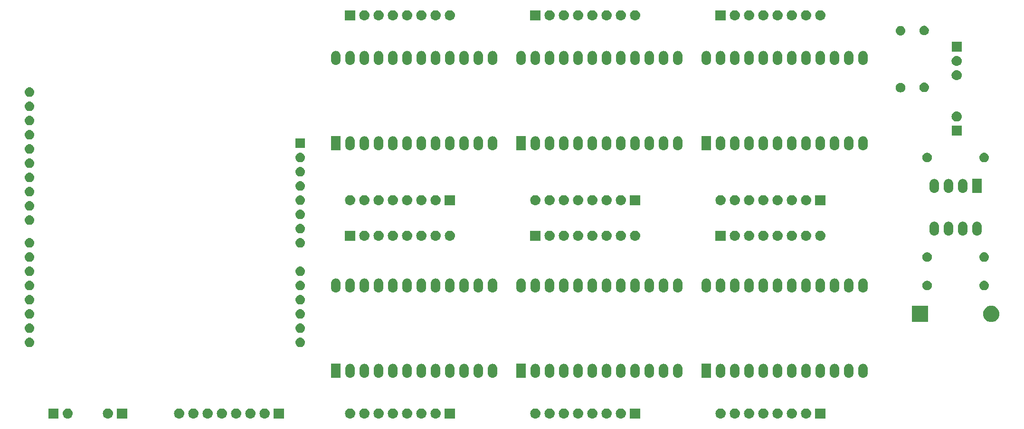
<source format=gbr>
G04 #@! TF.GenerationSoftware,KiCad,Pcbnew,(5.1.2-1)-1*
G04 #@! TF.CreationDate,2019-07-10T19:42:19-04:00*
G04 #@! TF.ProjectId,SuperMux,53757065-724d-4757-982e-6b696361645f,rev?*
G04 #@! TF.SameCoordinates,Original*
G04 #@! TF.FileFunction,Soldermask,Bot*
G04 #@! TF.FilePolarity,Negative*
%FSLAX46Y46*%
G04 Gerber Fmt 4.6, Leading zero omitted, Abs format (unit mm)*
G04 Created by KiCad (PCBNEW (5.1.2-1)-1) date 2019-07-10 19:42:19*
%MOMM*%
%LPD*%
G04 APERTURE LIST*
%ADD10C,0.100000*%
G04 APERTURE END LIST*
D10*
G36*
X184591000Y-126901000D02*
G01*
X182789000Y-126901000D01*
X182789000Y-125099000D01*
X184591000Y-125099000D01*
X184591000Y-126901000D01*
X184591000Y-126901000D01*
G37*
G36*
X181260442Y-125105518D02*
G01*
X181326627Y-125112037D01*
X181496466Y-125163557D01*
X181652991Y-125247222D01*
X181688729Y-125276552D01*
X181790186Y-125359814D01*
X181873448Y-125461271D01*
X181902778Y-125497009D01*
X181986443Y-125653534D01*
X182037963Y-125823373D01*
X182055359Y-126000000D01*
X182037963Y-126176627D01*
X181986443Y-126346466D01*
X181902778Y-126502991D01*
X181873448Y-126538729D01*
X181790186Y-126640186D01*
X181688729Y-126723448D01*
X181652991Y-126752778D01*
X181496466Y-126836443D01*
X181326627Y-126887963D01*
X181260442Y-126894482D01*
X181194260Y-126901000D01*
X181105740Y-126901000D01*
X181039558Y-126894482D01*
X180973373Y-126887963D01*
X180803534Y-126836443D01*
X180647009Y-126752778D01*
X180611271Y-126723448D01*
X180509814Y-126640186D01*
X180426552Y-126538729D01*
X180397222Y-126502991D01*
X180313557Y-126346466D01*
X180262037Y-126176627D01*
X180244641Y-126000000D01*
X180262037Y-125823373D01*
X180313557Y-125653534D01*
X180397222Y-125497009D01*
X180426552Y-125461271D01*
X180509814Y-125359814D01*
X180611271Y-125276552D01*
X180647009Y-125247222D01*
X180803534Y-125163557D01*
X180973373Y-125112037D01*
X181039558Y-125105518D01*
X181105740Y-125099000D01*
X181194260Y-125099000D01*
X181260442Y-125105518D01*
X181260442Y-125105518D01*
G37*
G36*
X178720442Y-125105518D02*
G01*
X178786627Y-125112037D01*
X178956466Y-125163557D01*
X179112991Y-125247222D01*
X179148729Y-125276552D01*
X179250186Y-125359814D01*
X179333448Y-125461271D01*
X179362778Y-125497009D01*
X179446443Y-125653534D01*
X179497963Y-125823373D01*
X179515359Y-126000000D01*
X179497963Y-126176627D01*
X179446443Y-126346466D01*
X179362778Y-126502991D01*
X179333448Y-126538729D01*
X179250186Y-126640186D01*
X179148729Y-126723448D01*
X179112991Y-126752778D01*
X178956466Y-126836443D01*
X178786627Y-126887963D01*
X178720442Y-126894482D01*
X178654260Y-126901000D01*
X178565740Y-126901000D01*
X178499558Y-126894482D01*
X178433373Y-126887963D01*
X178263534Y-126836443D01*
X178107009Y-126752778D01*
X178071271Y-126723448D01*
X177969814Y-126640186D01*
X177886552Y-126538729D01*
X177857222Y-126502991D01*
X177773557Y-126346466D01*
X177722037Y-126176627D01*
X177704641Y-126000000D01*
X177722037Y-125823373D01*
X177773557Y-125653534D01*
X177857222Y-125497009D01*
X177886552Y-125461271D01*
X177969814Y-125359814D01*
X178071271Y-125276552D01*
X178107009Y-125247222D01*
X178263534Y-125163557D01*
X178433373Y-125112037D01*
X178499558Y-125105518D01*
X178565740Y-125099000D01*
X178654260Y-125099000D01*
X178720442Y-125105518D01*
X178720442Y-125105518D01*
G37*
G36*
X176180442Y-125105518D02*
G01*
X176246627Y-125112037D01*
X176416466Y-125163557D01*
X176572991Y-125247222D01*
X176608729Y-125276552D01*
X176710186Y-125359814D01*
X176793448Y-125461271D01*
X176822778Y-125497009D01*
X176906443Y-125653534D01*
X176957963Y-125823373D01*
X176975359Y-126000000D01*
X176957963Y-126176627D01*
X176906443Y-126346466D01*
X176822778Y-126502991D01*
X176793448Y-126538729D01*
X176710186Y-126640186D01*
X176608729Y-126723448D01*
X176572991Y-126752778D01*
X176416466Y-126836443D01*
X176246627Y-126887963D01*
X176180442Y-126894482D01*
X176114260Y-126901000D01*
X176025740Y-126901000D01*
X175959558Y-126894482D01*
X175893373Y-126887963D01*
X175723534Y-126836443D01*
X175567009Y-126752778D01*
X175531271Y-126723448D01*
X175429814Y-126640186D01*
X175346552Y-126538729D01*
X175317222Y-126502991D01*
X175233557Y-126346466D01*
X175182037Y-126176627D01*
X175164641Y-126000000D01*
X175182037Y-125823373D01*
X175233557Y-125653534D01*
X175317222Y-125497009D01*
X175346552Y-125461271D01*
X175429814Y-125359814D01*
X175531271Y-125276552D01*
X175567009Y-125247222D01*
X175723534Y-125163557D01*
X175893373Y-125112037D01*
X175959558Y-125105518D01*
X176025740Y-125099000D01*
X176114260Y-125099000D01*
X176180442Y-125105518D01*
X176180442Y-125105518D01*
G37*
G36*
X173640442Y-125105518D02*
G01*
X173706627Y-125112037D01*
X173876466Y-125163557D01*
X174032991Y-125247222D01*
X174068729Y-125276552D01*
X174170186Y-125359814D01*
X174253448Y-125461271D01*
X174282778Y-125497009D01*
X174366443Y-125653534D01*
X174417963Y-125823373D01*
X174435359Y-126000000D01*
X174417963Y-126176627D01*
X174366443Y-126346466D01*
X174282778Y-126502991D01*
X174253448Y-126538729D01*
X174170186Y-126640186D01*
X174068729Y-126723448D01*
X174032991Y-126752778D01*
X173876466Y-126836443D01*
X173706627Y-126887963D01*
X173640442Y-126894482D01*
X173574260Y-126901000D01*
X173485740Y-126901000D01*
X173419558Y-126894482D01*
X173353373Y-126887963D01*
X173183534Y-126836443D01*
X173027009Y-126752778D01*
X172991271Y-126723448D01*
X172889814Y-126640186D01*
X172806552Y-126538729D01*
X172777222Y-126502991D01*
X172693557Y-126346466D01*
X172642037Y-126176627D01*
X172624641Y-126000000D01*
X172642037Y-125823373D01*
X172693557Y-125653534D01*
X172777222Y-125497009D01*
X172806552Y-125461271D01*
X172889814Y-125359814D01*
X172991271Y-125276552D01*
X173027009Y-125247222D01*
X173183534Y-125163557D01*
X173353373Y-125112037D01*
X173419558Y-125105518D01*
X173485740Y-125099000D01*
X173574260Y-125099000D01*
X173640442Y-125105518D01*
X173640442Y-125105518D01*
G37*
G36*
X171100442Y-125105518D02*
G01*
X171166627Y-125112037D01*
X171336466Y-125163557D01*
X171492991Y-125247222D01*
X171528729Y-125276552D01*
X171630186Y-125359814D01*
X171713448Y-125461271D01*
X171742778Y-125497009D01*
X171826443Y-125653534D01*
X171877963Y-125823373D01*
X171895359Y-126000000D01*
X171877963Y-126176627D01*
X171826443Y-126346466D01*
X171742778Y-126502991D01*
X171713448Y-126538729D01*
X171630186Y-126640186D01*
X171528729Y-126723448D01*
X171492991Y-126752778D01*
X171336466Y-126836443D01*
X171166627Y-126887963D01*
X171100442Y-126894482D01*
X171034260Y-126901000D01*
X170945740Y-126901000D01*
X170879558Y-126894482D01*
X170813373Y-126887963D01*
X170643534Y-126836443D01*
X170487009Y-126752778D01*
X170451271Y-126723448D01*
X170349814Y-126640186D01*
X170266552Y-126538729D01*
X170237222Y-126502991D01*
X170153557Y-126346466D01*
X170102037Y-126176627D01*
X170084641Y-126000000D01*
X170102037Y-125823373D01*
X170153557Y-125653534D01*
X170237222Y-125497009D01*
X170266552Y-125461271D01*
X170349814Y-125359814D01*
X170451271Y-125276552D01*
X170487009Y-125247222D01*
X170643534Y-125163557D01*
X170813373Y-125112037D01*
X170879558Y-125105518D01*
X170945740Y-125099000D01*
X171034260Y-125099000D01*
X171100442Y-125105518D01*
X171100442Y-125105518D01*
G37*
G36*
X168560442Y-125105518D02*
G01*
X168626627Y-125112037D01*
X168796466Y-125163557D01*
X168952991Y-125247222D01*
X168988729Y-125276552D01*
X169090186Y-125359814D01*
X169173448Y-125461271D01*
X169202778Y-125497009D01*
X169286443Y-125653534D01*
X169337963Y-125823373D01*
X169355359Y-126000000D01*
X169337963Y-126176627D01*
X169286443Y-126346466D01*
X169202778Y-126502991D01*
X169173448Y-126538729D01*
X169090186Y-126640186D01*
X168988729Y-126723448D01*
X168952991Y-126752778D01*
X168796466Y-126836443D01*
X168626627Y-126887963D01*
X168560442Y-126894482D01*
X168494260Y-126901000D01*
X168405740Y-126901000D01*
X168339558Y-126894482D01*
X168273373Y-126887963D01*
X168103534Y-126836443D01*
X167947009Y-126752778D01*
X167911271Y-126723448D01*
X167809814Y-126640186D01*
X167726552Y-126538729D01*
X167697222Y-126502991D01*
X167613557Y-126346466D01*
X167562037Y-126176627D01*
X167544641Y-126000000D01*
X167562037Y-125823373D01*
X167613557Y-125653534D01*
X167697222Y-125497009D01*
X167726552Y-125461271D01*
X167809814Y-125359814D01*
X167911271Y-125276552D01*
X167947009Y-125247222D01*
X168103534Y-125163557D01*
X168273373Y-125112037D01*
X168339558Y-125105518D01*
X168405740Y-125099000D01*
X168494260Y-125099000D01*
X168560442Y-125105518D01*
X168560442Y-125105518D01*
G37*
G36*
X166020442Y-125105518D02*
G01*
X166086627Y-125112037D01*
X166256466Y-125163557D01*
X166412991Y-125247222D01*
X166448729Y-125276552D01*
X166550186Y-125359814D01*
X166633448Y-125461271D01*
X166662778Y-125497009D01*
X166746443Y-125653534D01*
X166797963Y-125823373D01*
X166815359Y-126000000D01*
X166797963Y-126176627D01*
X166746443Y-126346466D01*
X166662778Y-126502991D01*
X166633448Y-126538729D01*
X166550186Y-126640186D01*
X166448729Y-126723448D01*
X166412991Y-126752778D01*
X166256466Y-126836443D01*
X166086627Y-126887963D01*
X166020442Y-126894482D01*
X165954260Y-126901000D01*
X165865740Y-126901000D01*
X165799558Y-126894482D01*
X165733373Y-126887963D01*
X165563534Y-126836443D01*
X165407009Y-126752778D01*
X165371271Y-126723448D01*
X165269814Y-126640186D01*
X165186552Y-126538729D01*
X165157222Y-126502991D01*
X165073557Y-126346466D01*
X165022037Y-126176627D01*
X165004641Y-126000000D01*
X165022037Y-125823373D01*
X165073557Y-125653534D01*
X165157222Y-125497009D01*
X165186552Y-125461271D01*
X165269814Y-125359814D01*
X165371271Y-125276552D01*
X165407009Y-125247222D01*
X165563534Y-125163557D01*
X165733373Y-125112037D01*
X165799558Y-125105518D01*
X165865740Y-125099000D01*
X165954260Y-125099000D01*
X166020442Y-125105518D01*
X166020442Y-125105518D01*
G37*
G36*
X151571000Y-126901000D02*
G01*
X149769000Y-126901000D01*
X149769000Y-125099000D01*
X151571000Y-125099000D01*
X151571000Y-126901000D01*
X151571000Y-126901000D01*
G37*
G36*
X148240442Y-125105518D02*
G01*
X148306627Y-125112037D01*
X148476466Y-125163557D01*
X148632991Y-125247222D01*
X148668729Y-125276552D01*
X148770186Y-125359814D01*
X148853448Y-125461271D01*
X148882778Y-125497009D01*
X148966443Y-125653534D01*
X149017963Y-125823373D01*
X149035359Y-126000000D01*
X149017963Y-126176627D01*
X148966443Y-126346466D01*
X148882778Y-126502991D01*
X148853448Y-126538729D01*
X148770186Y-126640186D01*
X148668729Y-126723448D01*
X148632991Y-126752778D01*
X148476466Y-126836443D01*
X148306627Y-126887963D01*
X148240442Y-126894482D01*
X148174260Y-126901000D01*
X148085740Y-126901000D01*
X148019558Y-126894482D01*
X147953373Y-126887963D01*
X147783534Y-126836443D01*
X147627009Y-126752778D01*
X147591271Y-126723448D01*
X147489814Y-126640186D01*
X147406552Y-126538729D01*
X147377222Y-126502991D01*
X147293557Y-126346466D01*
X147242037Y-126176627D01*
X147224641Y-126000000D01*
X147242037Y-125823373D01*
X147293557Y-125653534D01*
X147377222Y-125497009D01*
X147406552Y-125461271D01*
X147489814Y-125359814D01*
X147591271Y-125276552D01*
X147627009Y-125247222D01*
X147783534Y-125163557D01*
X147953373Y-125112037D01*
X148019558Y-125105518D01*
X148085740Y-125099000D01*
X148174260Y-125099000D01*
X148240442Y-125105518D01*
X148240442Y-125105518D01*
G37*
G36*
X145700442Y-125105518D02*
G01*
X145766627Y-125112037D01*
X145936466Y-125163557D01*
X146092991Y-125247222D01*
X146128729Y-125276552D01*
X146230186Y-125359814D01*
X146313448Y-125461271D01*
X146342778Y-125497009D01*
X146426443Y-125653534D01*
X146477963Y-125823373D01*
X146495359Y-126000000D01*
X146477963Y-126176627D01*
X146426443Y-126346466D01*
X146342778Y-126502991D01*
X146313448Y-126538729D01*
X146230186Y-126640186D01*
X146128729Y-126723448D01*
X146092991Y-126752778D01*
X145936466Y-126836443D01*
X145766627Y-126887963D01*
X145700442Y-126894482D01*
X145634260Y-126901000D01*
X145545740Y-126901000D01*
X145479558Y-126894482D01*
X145413373Y-126887963D01*
X145243534Y-126836443D01*
X145087009Y-126752778D01*
X145051271Y-126723448D01*
X144949814Y-126640186D01*
X144866552Y-126538729D01*
X144837222Y-126502991D01*
X144753557Y-126346466D01*
X144702037Y-126176627D01*
X144684641Y-126000000D01*
X144702037Y-125823373D01*
X144753557Y-125653534D01*
X144837222Y-125497009D01*
X144866552Y-125461271D01*
X144949814Y-125359814D01*
X145051271Y-125276552D01*
X145087009Y-125247222D01*
X145243534Y-125163557D01*
X145413373Y-125112037D01*
X145479558Y-125105518D01*
X145545740Y-125099000D01*
X145634260Y-125099000D01*
X145700442Y-125105518D01*
X145700442Y-125105518D01*
G37*
G36*
X143160442Y-125105518D02*
G01*
X143226627Y-125112037D01*
X143396466Y-125163557D01*
X143552991Y-125247222D01*
X143588729Y-125276552D01*
X143690186Y-125359814D01*
X143773448Y-125461271D01*
X143802778Y-125497009D01*
X143886443Y-125653534D01*
X143937963Y-125823373D01*
X143955359Y-126000000D01*
X143937963Y-126176627D01*
X143886443Y-126346466D01*
X143802778Y-126502991D01*
X143773448Y-126538729D01*
X143690186Y-126640186D01*
X143588729Y-126723448D01*
X143552991Y-126752778D01*
X143396466Y-126836443D01*
X143226627Y-126887963D01*
X143160442Y-126894482D01*
X143094260Y-126901000D01*
X143005740Y-126901000D01*
X142939558Y-126894482D01*
X142873373Y-126887963D01*
X142703534Y-126836443D01*
X142547009Y-126752778D01*
X142511271Y-126723448D01*
X142409814Y-126640186D01*
X142326552Y-126538729D01*
X142297222Y-126502991D01*
X142213557Y-126346466D01*
X142162037Y-126176627D01*
X142144641Y-126000000D01*
X142162037Y-125823373D01*
X142213557Y-125653534D01*
X142297222Y-125497009D01*
X142326552Y-125461271D01*
X142409814Y-125359814D01*
X142511271Y-125276552D01*
X142547009Y-125247222D01*
X142703534Y-125163557D01*
X142873373Y-125112037D01*
X142939558Y-125105518D01*
X143005740Y-125099000D01*
X143094260Y-125099000D01*
X143160442Y-125105518D01*
X143160442Y-125105518D01*
G37*
G36*
X140620442Y-125105518D02*
G01*
X140686627Y-125112037D01*
X140856466Y-125163557D01*
X141012991Y-125247222D01*
X141048729Y-125276552D01*
X141150186Y-125359814D01*
X141233448Y-125461271D01*
X141262778Y-125497009D01*
X141346443Y-125653534D01*
X141397963Y-125823373D01*
X141415359Y-126000000D01*
X141397963Y-126176627D01*
X141346443Y-126346466D01*
X141262778Y-126502991D01*
X141233448Y-126538729D01*
X141150186Y-126640186D01*
X141048729Y-126723448D01*
X141012991Y-126752778D01*
X140856466Y-126836443D01*
X140686627Y-126887963D01*
X140620442Y-126894482D01*
X140554260Y-126901000D01*
X140465740Y-126901000D01*
X140399558Y-126894482D01*
X140333373Y-126887963D01*
X140163534Y-126836443D01*
X140007009Y-126752778D01*
X139971271Y-126723448D01*
X139869814Y-126640186D01*
X139786552Y-126538729D01*
X139757222Y-126502991D01*
X139673557Y-126346466D01*
X139622037Y-126176627D01*
X139604641Y-126000000D01*
X139622037Y-125823373D01*
X139673557Y-125653534D01*
X139757222Y-125497009D01*
X139786552Y-125461271D01*
X139869814Y-125359814D01*
X139971271Y-125276552D01*
X140007009Y-125247222D01*
X140163534Y-125163557D01*
X140333373Y-125112037D01*
X140399558Y-125105518D01*
X140465740Y-125099000D01*
X140554260Y-125099000D01*
X140620442Y-125105518D01*
X140620442Y-125105518D01*
G37*
G36*
X138080442Y-125105518D02*
G01*
X138146627Y-125112037D01*
X138316466Y-125163557D01*
X138472991Y-125247222D01*
X138508729Y-125276552D01*
X138610186Y-125359814D01*
X138693448Y-125461271D01*
X138722778Y-125497009D01*
X138806443Y-125653534D01*
X138857963Y-125823373D01*
X138875359Y-126000000D01*
X138857963Y-126176627D01*
X138806443Y-126346466D01*
X138722778Y-126502991D01*
X138693448Y-126538729D01*
X138610186Y-126640186D01*
X138508729Y-126723448D01*
X138472991Y-126752778D01*
X138316466Y-126836443D01*
X138146627Y-126887963D01*
X138080442Y-126894482D01*
X138014260Y-126901000D01*
X137925740Y-126901000D01*
X137859558Y-126894482D01*
X137793373Y-126887963D01*
X137623534Y-126836443D01*
X137467009Y-126752778D01*
X137431271Y-126723448D01*
X137329814Y-126640186D01*
X137246552Y-126538729D01*
X137217222Y-126502991D01*
X137133557Y-126346466D01*
X137082037Y-126176627D01*
X137064641Y-126000000D01*
X137082037Y-125823373D01*
X137133557Y-125653534D01*
X137217222Y-125497009D01*
X137246552Y-125461271D01*
X137329814Y-125359814D01*
X137431271Y-125276552D01*
X137467009Y-125247222D01*
X137623534Y-125163557D01*
X137793373Y-125112037D01*
X137859558Y-125105518D01*
X137925740Y-125099000D01*
X138014260Y-125099000D01*
X138080442Y-125105518D01*
X138080442Y-125105518D01*
G37*
G36*
X135540442Y-125105518D02*
G01*
X135606627Y-125112037D01*
X135776466Y-125163557D01*
X135932991Y-125247222D01*
X135968729Y-125276552D01*
X136070186Y-125359814D01*
X136153448Y-125461271D01*
X136182778Y-125497009D01*
X136266443Y-125653534D01*
X136317963Y-125823373D01*
X136335359Y-126000000D01*
X136317963Y-126176627D01*
X136266443Y-126346466D01*
X136182778Y-126502991D01*
X136153448Y-126538729D01*
X136070186Y-126640186D01*
X135968729Y-126723448D01*
X135932991Y-126752778D01*
X135776466Y-126836443D01*
X135606627Y-126887963D01*
X135540442Y-126894482D01*
X135474260Y-126901000D01*
X135385740Y-126901000D01*
X135319558Y-126894482D01*
X135253373Y-126887963D01*
X135083534Y-126836443D01*
X134927009Y-126752778D01*
X134891271Y-126723448D01*
X134789814Y-126640186D01*
X134706552Y-126538729D01*
X134677222Y-126502991D01*
X134593557Y-126346466D01*
X134542037Y-126176627D01*
X134524641Y-126000000D01*
X134542037Y-125823373D01*
X134593557Y-125653534D01*
X134677222Y-125497009D01*
X134706552Y-125461271D01*
X134789814Y-125359814D01*
X134891271Y-125276552D01*
X134927009Y-125247222D01*
X135083534Y-125163557D01*
X135253373Y-125112037D01*
X135319558Y-125105518D01*
X135385740Y-125099000D01*
X135474260Y-125099000D01*
X135540442Y-125105518D01*
X135540442Y-125105518D01*
G37*
G36*
X133000442Y-125105518D02*
G01*
X133066627Y-125112037D01*
X133236466Y-125163557D01*
X133392991Y-125247222D01*
X133428729Y-125276552D01*
X133530186Y-125359814D01*
X133613448Y-125461271D01*
X133642778Y-125497009D01*
X133726443Y-125653534D01*
X133777963Y-125823373D01*
X133795359Y-126000000D01*
X133777963Y-126176627D01*
X133726443Y-126346466D01*
X133642778Y-126502991D01*
X133613448Y-126538729D01*
X133530186Y-126640186D01*
X133428729Y-126723448D01*
X133392991Y-126752778D01*
X133236466Y-126836443D01*
X133066627Y-126887963D01*
X133000442Y-126894482D01*
X132934260Y-126901000D01*
X132845740Y-126901000D01*
X132779558Y-126894482D01*
X132713373Y-126887963D01*
X132543534Y-126836443D01*
X132387009Y-126752778D01*
X132351271Y-126723448D01*
X132249814Y-126640186D01*
X132166552Y-126538729D01*
X132137222Y-126502991D01*
X132053557Y-126346466D01*
X132002037Y-126176627D01*
X131984641Y-126000000D01*
X132002037Y-125823373D01*
X132053557Y-125653534D01*
X132137222Y-125497009D01*
X132166552Y-125461271D01*
X132249814Y-125359814D01*
X132351271Y-125276552D01*
X132387009Y-125247222D01*
X132543534Y-125163557D01*
X132713373Y-125112037D01*
X132779558Y-125105518D01*
X132845740Y-125099000D01*
X132934260Y-125099000D01*
X133000442Y-125105518D01*
X133000442Y-125105518D01*
G37*
G36*
X118551000Y-126901000D02*
G01*
X116749000Y-126901000D01*
X116749000Y-125099000D01*
X118551000Y-125099000D01*
X118551000Y-126901000D01*
X118551000Y-126901000D01*
G37*
G36*
X115220442Y-125105518D02*
G01*
X115286627Y-125112037D01*
X115456466Y-125163557D01*
X115612991Y-125247222D01*
X115648729Y-125276552D01*
X115750186Y-125359814D01*
X115833448Y-125461271D01*
X115862778Y-125497009D01*
X115946443Y-125653534D01*
X115997963Y-125823373D01*
X116015359Y-126000000D01*
X115997963Y-126176627D01*
X115946443Y-126346466D01*
X115862778Y-126502991D01*
X115833448Y-126538729D01*
X115750186Y-126640186D01*
X115648729Y-126723448D01*
X115612991Y-126752778D01*
X115456466Y-126836443D01*
X115286627Y-126887963D01*
X115220442Y-126894482D01*
X115154260Y-126901000D01*
X115065740Y-126901000D01*
X114999558Y-126894482D01*
X114933373Y-126887963D01*
X114763534Y-126836443D01*
X114607009Y-126752778D01*
X114571271Y-126723448D01*
X114469814Y-126640186D01*
X114386552Y-126538729D01*
X114357222Y-126502991D01*
X114273557Y-126346466D01*
X114222037Y-126176627D01*
X114204641Y-126000000D01*
X114222037Y-125823373D01*
X114273557Y-125653534D01*
X114357222Y-125497009D01*
X114386552Y-125461271D01*
X114469814Y-125359814D01*
X114571271Y-125276552D01*
X114607009Y-125247222D01*
X114763534Y-125163557D01*
X114933373Y-125112037D01*
X114999558Y-125105518D01*
X115065740Y-125099000D01*
X115154260Y-125099000D01*
X115220442Y-125105518D01*
X115220442Y-125105518D01*
G37*
G36*
X112680442Y-125105518D02*
G01*
X112746627Y-125112037D01*
X112916466Y-125163557D01*
X113072991Y-125247222D01*
X113108729Y-125276552D01*
X113210186Y-125359814D01*
X113293448Y-125461271D01*
X113322778Y-125497009D01*
X113406443Y-125653534D01*
X113457963Y-125823373D01*
X113475359Y-126000000D01*
X113457963Y-126176627D01*
X113406443Y-126346466D01*
X113322778Y-126502991D01*
X113293448Y-126538729D01*
X113210186Y-126640186D01*
X113108729Y-126723448D01*
X113072991Y-126752778D01*
X112916466Y-126836443D01*
X112746627Y-126887963D01*
X112680442Y-126894482D01*
X112614260Y-126901000D01*
X112525740Y-126901000D01*
X112459558Y-126894482D01*
X112393373Y-126887963D01*
X112223534Y-126836443D01*
X112067009Y-126752778D01*
X112031271Y-126723448D01*
X111929814Y-126640186D01*
X111846552Y-126538729D01*
X111817222Y-126502991D01*
X111733557Y-126346466D01*
X111682037Y-126176627D01*
X111664641Y-126000000D01*
X111682037Y-125823373D01*
X111733557Y-125653534D01*
X111817222Y-125497009D01*
X111846552Y-125461271D01*
X111929814Y-125359814D01*
X112031271Y-125276552D01*
X112067009Y-125247222D01*
X112223534Y-125163557D01*
X112393373Y-125112037D01*
X112459558Y-125105518D01*
X112525740Y-125099000D01*
X112614260Y-125099000D01*
X112680442Y-125105518D01*
X112680442Y-125105518D01*
G37*
G36*
X110140442Y-125105518D02*
G01*
X110206627Y-125112037D01*
X110376466Y-125163557D01*
X110532991Y-125247222D01*
X110568729Y-125276552D01*
X110670186Y-125359814D01*
X110753448Y-125461271D01*
X110782778Y-125497009D01*
X110866443Y-125653534D01*
X110917963Y-125823373D01*
X110935359Y-126000000D01*
X110917963Y-126176627D01*
X110866443Y-126346466D01*
X110782778Y-126502991D01*
X110753448Y-126538729D01*
X110670186Y-126640186D01*
X110568729Y-126723448D01*
X110532991Y-126752778D01*
X110376466Y-126836443D01*
X110206627Y-126887963D01*
X110140442Y-126894482D01*
X110074260Y-126901000D01*
X109985740Y-126901000D01*
X109919558Y-126894482D01*
X109853373Y-126887963D01*
X109683534Y-126836443D01*
X109527009Y-126752778D01*
X109491271Y-126723448D01*
X109389814Y-126640186D01*
X109306552Y-126538729D01*
X109277222Y-126502991D01*
X109193557Y-126346466D01*
X109142037Y-126176627D01*
X109124641Y-126000000D01*
X109142037Y-125823373D01*
X109193557Y-125653534D01*
X109277222Y-125497009D01*
X109306552Y-125461271D01*
X109389814Y-125359814D01*
X109491271Y-125276552D01*
X109527009Y-125247222D01*
X109683534Y-125163557D01*
X109853373Y-125112037D01*
X109919558Y-125105518D01*
X109985740Y-125099000D01*
X110074260Y-125099000D01*
X110140442Y-125105518D01*
X110140442Y-125105518D01*
G37*
G36*
X107600442Y-125105518D02*
G01*
X107666627Y-125112037D01*
X107836466Y-125163557D01*
X107992991Y-125247222D01*
X108028729Y-125276552D01*
X108130186Y-125359814D01*
X108213448Y-125461271D01*
X108242778Y-125497009D01*
X108326443Y-125653534D01*
X108377963Y-125823373D01*
X108395359Y-126000000D01*
X108377963Y-126176627D01*
X108326443Y-126346466D01*
X108242778Y-126502991D01*
X108213448Y-126538729D01*
X108130186Y-126640186D01*
X108028729Y-126723448D01*
X107992991Y-126752778D01*
X107836466Y-126836443D01*
X107666627Y-126887963D01*
X107600442Y-126894482D01*
X107534260Y-126901000D01*
X107445740Y-126901000D01*
X107379558Y-126894482D01*
X107313373Y-126887963D01*
X107143534Y-126836443D01*
X106987009Y-126752778D01*
X106951271Y-126723448D01*
X106849814Y-126640186D01*
X106766552Y-126538729D01*
X106737222Y-126502991D01*
X106653557Y-126346466D01*
X106602037Y-126176627D01*
X106584641Y-126000000D01*
X106602037Y-125823373D01*
X106653557Y-125653534D01*
X106737222Y-125497009D01*
X106766552Y-125461271D01*
X106849814Y-125359814D01*
X106951271Y-125276552D01*
X106987009Y-125247222D01*
X107143534Y-125163557D01*
X107313373Y-125112037D01*
X107379558Y-125105518D01*
X107445740Y-125099000D01*
X107534260Y-125099000D01*
X107600442Y-125105518D01*
X107600442Y-125105518D01*
G37*
G36*
X105060442Y-125105518D02*
G01*
X105126627Y-125112037D01*
X105296466Y-125163557D01*
X105452991Y-125247222D01*
X105488729Y-125276552D01*
X105590186Y-125359814D01*
X105673448Y-125461271D01*
X105702778Y-125497009D01*
X105786443Y-125653534D01*
X105837963Y-125823373D01*
X105855359Y-126000000D01*
X105837963Y-126176627D01*
X105786443Y-126346466D01*
X105702778Y-126502991D01*
X105673448Y-126538729D01*
X105590186Y-126640186D01*
X105488729Y-126723448D01*
X105452991Y-126752778D01*
X105296466Y-126836443D01*
X105126627Y-126887963D01*
X105060442Y-126894482D01*
X104994260Y-126901000D01*
X104905740Y-126901000D01*
X104839558Y-126894482D01*
X104773373Y-126887963D01*
X104603534Y-126836443D01*
X104447009Y-126752778D01*
X104411271Y-126723448D01*
X104309814Y-126640186D01*
X104226552Y-126538729D01*
X104197222Y-126502991D01*
X104113557Y-126346466D01*
X104062037Y-126176627D01*
X104044641Y-126000000D01*
X104062037Y-125823373D01*
X104113557Y-125653534D01*
X104197222Y-125497009D01*
X104226552Y-125461271D01*
X104309814Y-125359814D01*
X104411271Y-125276552D01*
X104447009Y-125247222D01*
X104603534Y-125163557D01*
X104773373Y-125112037D01*
X104839558Y-125105518D01*
X104905740Y-125099000D01*
X104994260Y-125099000D01*
X105060442Y-125105518D01*
X105060442Y-125105518D01*
G37*
G36*
X102520442Y-125105518D02*
G01*
X102586627Y-125112037D01*
X102756466Y-125163557D01*
X102912991Y-125247222D01*
X102948729Y-125276552D01*
X103050186Y-125359814D01*
X103133448Y-125461271D01*
X103162778Y-125497009D01*
X103246443Y-125653534D01*
X103297963Y-125823373D01*
X103315359Y-126000000D01*
X103297963Y-126176627D01*
X103246443Y-126346466D01*
X103162778Y-126502991D01*
X103133448Y-126538729D01*
X103050186Y-126640186D01*
X102948729Y-126723448D01*
X102912991Y-126752778D01*
X102756466Y-126836443D01*
X102586627Y-126887963D01*
X102520442Y-126894482D01*
X102454260Y-126901000D01*
X102365740Y-126901000D01*
X102299558Y-126894482D01*
X102233373Y-126887963D01*
X102063534Y-126836443D01*
X101907009Y-126752778D01*
X101871271Y-126723448D01*
X101769814Y-126640186D01*
X101686552Y-126538729D01*
X101657222Y-126502991D01*
X101573557Y-126346466D01*
X101522037Y-126176627D01*
X101504641Y-126000000D01*
X101522037Y-125823373D01*
X101573557Y-125653534D01*
X101657222Y-125497009D01*
X101686552Y-125461271D01*
X101769814Y-125359814D01*
X101871271Y-125276552D01*
X101907009Y-125247222D01*
X102063534Y-125163557D01*
X102233373Y-125112037D01*
X102299558Y-125105518D01*
X102365740Y-125099000D01*
X102454260Y-125099000D01*
X102520442Y-125105518D01*
X102520442Y-125105518D01*
G37*
G36*
X99980442Y-125105518D02*
G01*
X100046627Y-125112037D01*
X100216466Y-125163557D01*
X100372991Y-125247222D01*
X100408729Y-125276552D01*
X100510186Y-125359814D01*
X100593448Y-125461271D01*
X100622778Y-125497009D01*
X100706443Y-125653534D01*
X100757963Y-125823373D01*
X100775359Y-126000000D01*
X100757963Y-126176627D01*
X100706443Y-126346466D01*
X100622778Y-126502991D01*
X100593448Y-126538729D01*
X100510186Y-126640186D01*
X100408729Y-126723448D01*
X100372991Y-126752778D01*
X100216466Y-126836443D01*
X100046627Y-126887963D01*
X99980442Y-126894482D01*
X99914260Y-126901000D01*
X99825740Y-126901000D01*
X99759558Y-126894482D01*
X99693373Y-126887963D01*
X99523534Y-126836443D01*
X99367009Y-126752778D01*
X99331271Y-126723448D01*
X99229814Y-126640186D01*
X99146552Y-126538729D01*
X99117222Y-126502991D01*
X99033557Y-126346466D01*
X98982037Y-126176627D01*
X98964641Y-126000000D01*
X98982037Y-125823373D01*
X99033557Y-125653534D01*
X99117222Y-125497009D01*
X99146552Y-125461271D01*
X99229814Y-125359814D01*
X99331271Y-125276552D01*
X99367009Y-125247222D01*
X99523534Y-125163557D01*
X99693373Y-125112037D01*
X99759558Y-125105518D01*
X99825740Y-125099000D01*
X99914260Y-125099000D01*
X99980442Y-125105518D01*
X99980442Y-125105518D01*
G37*
G36*
X88071000Y-126901000D02*
G01*
X86269000Y-126901000D01*
X86269000Y-125099000D01*
X88071000Y-125099000D01*
X88071000Y-126901000D01*
X88071000Y-126901000D01*
G37*
G36*
X84740442Y-125105518D02*
G01*
X84806627Y-125112037D01*
X84976466Y-125163557D01*
X85132991Y-125247222D01*
X85168729Y-125276552D01*
X85270186Y-125359814D01*
X85353448Y-125461271D01*
X85382778Y-125497009D01*
X85466443Y-125653534D01*
X85517963Y-125823373D01*
X85535359Y-126000000D01*
X85517963Y-126176627D01*
X85466443Y-126346466D01*
X85382778Y-126502991D01*
X85353448Y-126538729D01*
X85270186Y-126640186D01*
X85168729Y-126723448D01*
X85132991Y-126752778D01*
X84976466Y-126836443D01*
X84806627Y-126887963D01*
X84740442Y-126894482D01*
X84674260Y-126901000D01*
X84585740Y-126901000D01*
X84519558Y-126894482D01*
X84453373Y-126887963D01*
X84283534Y-126836443D01*
X84127009Y-126752778D01*
X84091271Y-126723448D01*
X83989814Y-126640186D01*
X83906552Y-126538729D01*
X83877222Y-126502991D01*
X83793557Y-126346466D01*
X83742037Y-126176627D01*
X83724641Y-126000000D01*
X83742037Y-125823373D01*
X83793557Y-125653534D01*
X83877222Y-125497009D01*
X83906552Y-125461271D01*
X83989814Y-125359814D01*
X84091271Y-125276552D01*
X84127009Y-125247222D01*
X84283534Y-125163557D01*
X84453373Y-125112037D01*
X84519558Y-125105518D01*
X84585740Y-125099000D01*
X84674260Y-125099000D01*
X84740442Y-125105518D01*
X84740442Y-125105518D01*
G37*
G36*
X82200442Y-125105518D02*
G01*
X82266627Y-125112037D01*
X82436466Y-125163557D01*
X82592991Y-125247222D01*
X82628729Y-125276552D01*
X82730186Y-125359814D01*
X82813448Y-125461271D01*
X82842778Y-125497009D01*
X82926443Y-125653534D01*
X82977963Y-125823373D01*
X82995359Y-126000000D01*
X82977963Y-126176627D01*
X82926443Y-126346466D01*
X82842778Y-126502991D01*
X82813448Y-126538729D01*
X82730186Y-126640186D01*
X82628729Y-126723448D01*
X82592991Y-126752778D01*
X82436466Y-126836443D01*
X82266627Y-126887963D01*
X82200442Y-126894482D01*
X82134260Y-126901000D01*
X82045740Y-126901000D01*
X81979558Y-126894482D01*
X81913373Y-126887963D01*
X81743534Y-126836443D01*
X81587009Y-126752778D01*
X81551271Y-126723448D01*
X81449814Y-126640186D01*
X81366552Y-126538729D01*
X81337222Y-126502991D01*
X81253557Y-126346466D01*
X81202037Y-126176627D01*
X81184641Y-126000000D01*
X81202037Y-125823373D01*
X81253557Y-125653534D01*
X81337222Y-125497009D01*
X81366552Y-125461271D01*
X81449814Y-125359814D01*
X81551271Y-125276552D01*
X81587009Y-125247222D01*
X81743534Y-125163557D01*
X81913373Y-125112037D01*
X81979558Y-125105518D01*
X82045740Y-125099000D01*
X82134260Y-125099000D01*
X82200442Y-125105518D01*
X82200442Y-125105518D01*
G37*
G36*
X79660442Y-125105518D02*
G01*
X79726627Y-125112037D01*
X79896466Y-125163557D01*
X80052991Y-125247222D01*
X80088729Y-125276552D01*
X80190186Y-125359814D01*
X80273448Y-125461271D01*
X80302778Y-125497009D01*
X80386443Y-125653534D01*
X80437963Y-125823373D01*
X80455359Y-126000000D01*
X80437963Y-126176627D01*
X80386443Y-126346466D01*
X80302778Y-126502991D01*
X80273448Y-126538729D01*
X80190186Y-126640186D01*
X80088729Y-126723448D01*
X80052991Y-126752778D01*
X79896466Y-126836443D01*
X79726627Y-126887963D01*
X79660442Y-126894482D01*
X79594260Y-126901000D01*
X79505740Y-126901000D01*
X79439558Y-126894482D01*
X79373373Y-126887963D01*
X79203534Y-126836443D01*
X79047009Y-126752778D01*
X79011271Y-126723448D01*
X78909814Y-126640186D01*
X78826552Y-126538729D01*
X78797222Y-126502991D01*
X78713557Y-126346466D01*
X78662037Y-126176627D01*
X78644641Y-126000000D01*
X78662037Y-125823373D01*
X78713557Y-125653534D01*
X78797222Y-125497009D01*
X78826552Y-125461271D01*
X78909814Y-125359814D01*
X79011271Y-125276552D01*
X79047009Y-125247222D01*
X79203534Y-125163557D01*
X79373373Y-125112037D01*
X79439558Y-125105518D01*
X79505740Y-125099000D01*
X79594260Y-125099000D01*
X79660442Y-125105518D01*
X79660442Y-125105518D01*
G37*
G36*
X77120442Y-125105518D02*
G01*
X77186627Y-125112037D01*
X77356466Y-125163557D01*
X77512991Y-125247222D01*
X77548729Y-125276552D01*
X77650186Y-125359814D01*
X77733448Y-125461271D01*
X77762778Y-125497009D01*
X77846443Y-125653534D01*
X77897963Y-125823373D01*
X77915359Y-126000000D01*
X77897963Y-126176627D01*
X77846443Y-126346466D01*
X77762778Y-126502991D01*
X77733448Y-126538729D01*
X77650186Y-126640186D01*
X77548729Y-126723448D01*
X77512991Y-126752778D01*
X77356466Y-126836443D01*
X77186627Y-126887963D01*
X77120442Y-126894482D01*
X77054260Y-126901000D01*
X76965740Y-126901000D01*
X76899558Y-126894482D01*
X76833373Y-126887963D01*
X76663534Y-126836443D01*
X76507009Y-126752778D01*
X76471271Y-126723448D01*
X76369814Y-126640186D01*
X76286552Y-126538729D01*
X76257222Y-126502991D01*
X76173557Y-126346466D01*
X76122037Y-126176627D01*
X76104641Y-126000000D01*
X76122037Y-125823373D01*
X76173557Y-125653534D01*
X76257222Y-125497009D01*
X76286552Y-125461271D01*
X76369814Y-125359814D01*
X76471271Y-125276552D01*
X76507009Y-125247222D01*
X76663534Y-125163557D01*
X76833373Y-125112037D01*
X76899558Y-125105518D01*
X76965740Y-125099000D01*
X77054260Y-125099000D01*
X77120442Y-125105518D01*
X77120442Y-125105518D01*
G37*
G36*
X74580442Y-125105518D02*
G01*
X74646627Y-125112037D01*
X74816466Y-125163557D01*
X74972991Y-125247222D01*
X75008729Y-125276552D01*
X75110186Y-125359814D01*
X75193448Y-125461271D01*
X75222778Y-125497009D01*
X75306443Y-125653534D01*
X75357963Y-125823373D01*
X75375359Y-126000000D01*
X75357963Y-126176627D01*
X75306443Y-126346466D01*
X75222778Y-126502991D01*
X75193448Y-126538729D01*
X75110186Y-126640186D01*
X75008729Y-126723448D01*
X74972991Y-126752778D01*
X74816466Y-126836443D01*
X74646627Y-126887963D01*
X74580442Y-126894482D01*
X74514260Y-126901000D01*
X74425740Y-126901000D01*
X74359558Y-126894482D01*
X74293373Y-126887963D01*
X74123534Y-126836443D01*
X73967009Y-126752778D01*
X73931271Y-126723448D01*
X73829814Y-126640186D01*
X73746552Y-126538729D01*
X73717222Y-126502991D01*
X73633557Y-126346466D01*
X73582037Y-126176627D01*
X73564641Y-126000000D01*
X73582037Y-125823373D01*
X73633557Y-125653534D01*
X73717222Y-125497009D01*
X73746552Y-125461271D01*
X73829814Y-125359814D01*
X73931271Y-125276552D01*
X73967009Y-125247222D01*
X74123534Y-125163557D01*
X74293373Y-125112037D01*
X74359558Y-125105518D01*
X74425740Y-125099000D01*
X74514260Y-125099000D01*
X74580442Y-125105518D01*
X74580442Y-125105518D01*
G37*
G36*
X72040442Y-125105518D02*
G01*
X72106627Y-125112037D01*
X72276466Y-125163557D01*
X72432991Y-125247222D01*
X72468729Y-125276552D01*
X72570186Y-125359814D01*
X72653448Y-125461271D01*
X72682778Y-125497009D01*
X72766443Y-125653534D01*
X72817963Y-125823373D01*
X72835359Y-126000000D01*
X72817963Y-126176627D01*
X72766443Y-126346466D01*
X72682778Y-126502991D01*
X72653448Y-126538729D01*
X72570186Y-126640186D01*
X72468729Y-126723448D01*
X72432991Y-126752778D01*
X72276466Y-126836443D01*
X72106627Y-126887963D01*
X72040442Y-126894482D01*
X71974260Y-126901000D01*
X71885740Y-126901000D01*
X71819558Y-126894482D01*
X71753373Y-126887963D01*
X71583534Y-126836443D01*
X71427009Y-126752778D01*
X71391271Y-126723448D01*
X71289814Y-126640186D01*
X71206552Y-126538729D01*
X71177222Y-126502991D01*
X71093557Y-126346466D01*
X71042037Y-126176627D01*
X71024641Y-126000000D01*
X71042037Y-125823373D01*
X71093557Y-125653534D01*
X71177222Y-125497009D01*
X71206552Y-125461271D01*
X71289814Y-125359814D01*
X71391271Y-125276552D01*
X71427009Y-125247222D01*
X71583534Y-125163557D01*
X71753373Y-125112037D01*
X71819558Y-125105518D01*
X71885740Y-125099000D01*
X71974260Y-125099000D01*
X72040442Y-125105518D01*
X72040442Y-125105518D01*
G37*
G36*
X69500442Y-125105518D02*
G01*
X69566627Y-125112037D01*
X69736466Y-125163557D01*
X69892991Y-125247222D01*
X69928729Y-125276552D01*
X70030186Y-125359814D01*
X70113448Y-125461271D01*
X70142778Y-125497009D01*
X70226443Y-125653534D01*
X70277963Y-125823373D01*
X70295359Y-126000000D01*
X70277963Y-126176627D01*
X70226443Y-126346466D01*
X70142778Y-126502991D01*
X70113448Y-126538729D01*
X70030186Y-126640186D01*
X69928729Y-126723448D01*
X69892991Y-126752778D01*
X69736466Y-126836443D01*
X69566627Y-126887963D01*
X69500442Y-126894482D01*
X69434260Y-126901000D01*
X69345740Y-126901000D01*
X69279558Y-126894482D01*
X69213373Y-126887963D01*
X69043534Y-126836443D01*
X68887009Y-126752778D01*
X68851271Y-126723448D01*
X68749814Y-126640186D01*
X68666552Y-126538729D01*
X68637222Y-126502991D01*
X68553557Y-126346466D01*
X68502037Y-126176627D01*
X68484641Y-126000000D01*
X68502037Y-125823373D01*
X68553557Y-125653534D01*
X68637222Y-125497009D01*
X68666552Y-125461271D01*
X68749814Y-125359814D01*
X68851271Y-125276552D01*
X68887009Y-125247222D01*
X69043534Y-125163557D01*
X69213373Y-125112037D01*
X69279558Y-125105518D01*
X69345740Y-125099000D01*
X69434260Y-125099000D01*
X69500442Y-125105518D01*
X69500442Y-125105518D01*
G37*
G36*
X60131000Y-126901000D02*
G01*
X58329000Y-126901000D01*
X58329000Y-125099000D01*
X60131000Y-125099000D01*
X60131000Y-126901000D01*
X60131000Y-126901000D01*
G37*
G36*
X56800442Y-125105518D02*
G01*
X56866627Y-125112037D01*
X57036466Y-125163557D01*
X57192991Y-125247222D01*
X57228729Y-125276552D01*
X57330186Y-125359814D01*
X57413448Y-125461271D01*
X57442778Y-125497009D01*
X57526443Y-125653534D01*
X57577963Y-125823373D01*
X57595359Y-126000000D01*
X57577963Y-126176627D01*
X57526443Y-126346466D01*
X57442778Y-126502991D01*
X57413448Y-126538729D01*
X57330186Y-126640186D01*
X57228729Y-126723448D01*
X57192991Y-126752778D01*
X57036466Y-126836443D01*
X56866627Y-126887963D01*
X56800442Y-126894482D01*
X56734260Y-126901000D01*
X56645740Y-126901000D01*
X56579558Y-126894482D01*
X56513373Y-126887963D01*
X56343534Y-126836443D01*
X56187009Y-126752778D01*
X56151271Y-126723448D01*
X56049814Y-126640186D01*
X55966552Y-126538729D01*
X55937222Y-126502991D01*
X55853557Y-126346466D01*
X55802037Y-126176627D01*
X55784641Y-126000000D01*
X55802037Y-125823373D01*
X55853557Y-125653534D01*
X55937222Y-125497009D01*
X55966552Y-125461271D01*
X56049814Y-125359814D01*
X56151271Y-125276552D01*
X56187009Y-125247222D01*
X56343534Y-125163557D01*
X56513373Y-125112037D01*
X56579558Y-125105518D01*
X56645740Y-125099000D01*
X56734260Y-125099000D01*
X56800442Y-125105518D01*
X56800442Y-125105518D01*
G37*
G36*
X49650442Y-125105518D02*
G01*
X49716627Y-125112037D01*
X49886466Y-125163557D01*
X50042991Y-125247222D01*
X50078729Y-125276552D01*
X50180186Y-125359814D01*
X50263448Y-125461271D01*
X50292778Y-125497009D01*
X50376443Y-125653534D01*
X50427963Y-125823373D01*
X50445359Y-126000000D01*
X50427963Y-126176627D01*
X50376443Y-126346466D01*
X50292778Y-126502991D01*
X50263448Y-126538729D01*
X50180186Y-126640186D01*
X50078729Y-126723448D01*
X50042991Y-126752778D01*
X49886466Y-126836443D01*
X49716627Y-126887963D01*
X49650442Y-126894482D01*
X49584260Y-126901000D01*
X49495740Y-126901000D01*
X49429558Y-126894482D01*
X49363373Y-126887963D01*
X49193534Y-126836443D01*
X49037009Y-126752778D01*
X49001271Y-126723448D01*
X48899814Y-126640186D01*
X48816552Y-126538729D01*
X48787222Y-126502991D01*
X48703557Y-126346466D01*
X48652037Y-126176627D01*
X48634641Y-126000000D01*
X48652037Y-125823373D01*
X48703557Y-125653534D01*
X48787222Y-125497009D01*
X48816552Y-125461271D01*
X48899814Y-125359814D01*
X49001271Y-125276552D01*
X49037009Y-125247222D01*
X49193534Y-125163557D01*
X49363373Y-125112037D01*
X49429558Y-125105518D01*
X49495740Y-125099000D01*
X49584260Y-125099000D01*
X49650442Y-125105518D01*
X49650442Y-125105518D01*
G37*
G36*
X47901000Y-126901000D02*
G01*
X46099000Y-126901000D01*
X46099000Y-125099000D01*
X47901000Y-125099000D01*
X47901000Y-126901000D01*
X47901000Y-126901000D01*
G37*
G36*
X120356822Y-117141313D02*
G01*
X120517241Y-117189976D01*
X120665077Y-117268995D01*
X120794659Y-117375341D01*
X120901004Y-117504922D01*
X120901005Y-117504924D01*
X120980024Y-117652758D01*
X121028687Y-117813177D01*
X121041000Y-117938196D01*
X121041000Y-118821803D01*
X121028687Y-118946822D01*
X120980024Y-119107242D01*
X120909114Y-119239906D01*
X120901004Y-119255078D01*
X120794659Y-119384659D01*
X120665078Y-119491004D01*
X120665076Y-119491005D01*
X120517242Y-119570024D01*
X120356823Y-119618687D01*
X120190000Y-119635117D01*
X120023178Y-119618687D01*
X119862759Y-119570024D01*
X119714925Y-119491005D01*
X119714923Y-119491004D01*
X119585342Y-119384659D01*
X119478997Y-119255078D01*
X119470887Y-119239906D01*
X119399977Y-119107242D01*
X119351314Y-118946823D01*
X119339000Y-118821803D01*
X119339000Y-117938197D01*
X119351313Y-117813178D01*
X119399976Y-117652759D01*
X119478995Y-117504923D01*
X119585341Y-117375341D01*
X119714922Y-117268996D01*
X119730094Y-117260886D01*
X119862758Y-117189976D01*
X120023177Y-117141313D01*
X120190000Y-117124883D01*
X120356822Y-117141313D01*
X120356822Y-117141313D01*
G37*
G36*
X191476822Y-117141313D02*
G01*
X191637241Y-117189976D01*
X191785077Y-117268995D01*
X191914659Y-117375341D01*
X192021004Y-117504922D01*
X192021005Y-117504924D01*
X192100024Y-117652758D01*
X192148687Y-117813177D01*
X192161000Y-117938196D01*
X192161000Y-118821803D01*
X192148687Y-118946822D01*
X192100024Y-119107242D01*
X192029114Y-119239906D01*
X192021004Y-119255078D01*
X191914659Y-119384659D01*
X191785078Y-119491004D01*
X191785076Y-119491005D01*
X191637242Y-119570024D01*
X191476823Y-119618687D01*
X191310000Y-119635117D01*
X191143178Y-119618687D01*
X190982759Y-119570024D01*
X190834925Y-119491005D01*
X190834923Y-119491004D01*
X190705342Y-119384659D01*
X190598997Y-119255078D01*
X190590887Y-119239906D01*
X190519977Y-119107242D01*
X190471314Y-118946823D01*
X190459000Y-118821803D01*
X190459000Y-117938197D01*
X190471313Y-117813178D01*
X190519976Y-117652759D01*
X190598995Y-117504923D01*
X190705341Y-117375341D01*
X190834922Y-117268996D01*
X190850094Y-117260886D01*
X190982758Y-117189976D01*
X191143177Y-117141313D01*
X191310000Y-117124883D01*
X191476822Y-117141313D01*
X191476822Y-117141313D01*
G37*
G36*
X188936822Y-117141313D02*
G01*
X189097241Y-117189976D01*
X189245077Y-117268995D01*
X189374659Y-117375341D01*
X189481004Y-117504922D01*
X189481005Y-117504924D01*
X189560024Y-117652758D01*
X189608687Y-117813177D01*
X189621000Y-117938196D01*
X189621000Y-118821803D01*
X189608687Y-118946822D01*
X189560024Y-119107242D01*
X189489114Y-119239906D01*
X189481004Y-119255078D01*
X189374659Y-119384659D01*
X189245078Y-119491004D01*
X189245076Y-119491005D01*
X189097242Y-119570024D01*
X188936823Y-119618687D01*
X188770000Y-119635117D01*
X188603178Y-119618687D01*
X188442759Y-119570024D01*
X188294925Y-119491005D01*
X188294923Y-119491004D01*
X188165342Y-119384659D01*
X188058997Y-119255078D01*
X188050887Y-119239906D01*
X187979977Y-119107242D01*
X187931314Y-118946823D01*
X187919000Y-118821803D01*
X187919000Y-117938197D01*
X187931313Y-117813178D01*
X187979976Y-117652759D01*
X188058995Y-117504923D01*
X188165341Y-117375341D01*
X188294922Y-117268996D01*
X188310094Y-117260886D01*
X188442758Y-117189976D01*
X188603177Y-117141313D01*
X188770000Y-117124883D01*
X188936822Y-117141313D01*
X188936822Y-117141313D01*
G37*
G36*
X186396822Y-117141313D02*
G01*
X186557241Y-117189976D01*
X186705077Y-117268995D01*
X186834659Y-117375341D01*
X186941004Y-117504922D01*
X186941005Y-117504924D01*
X187020024Y-117652758D01*
X187068687Y-117813177D01*
X187081000Y-117938196D01*
X187081000Y-118821803D01*
X187068687Y-118946822D01*
X187020024Y-119107242D01*
X186949114Y-119239906D01*
X186941004Y-119255078D01*
X186834659Y-119384659D01*
X186705078Y-119491004D01*
X186705076Y-119491005D01*
X186557242Y-119570024D01*
X186396823Y-119618687D01*
X186230000Y-119635117D01*
X186063178Y-119618687D01*
X185902759Y-119570024D01*
X185754925Y-119491005D01*
X185754923Y-119491004D01*
X185625342Y-119384659D01*
X185518997Y-119255078D01*
X185510887Y-119239906D01*
X185439977Y-119107242D01*
X185391314Y-118946823D01*
X185379000Y-118821803D01*
X185379000Y-117938197D01*
X185391313Y-117813178D01*
X185439976Y-117652759D01*
X185518995Y-117504923D01*
X185625341Y-117375341D01*
X185754922Y-117268996D01*
X185770094Y-117260886D01*
X185902758Y-117189976D01*
X186063177Y-117141313D01*
X186230000Y-117124883D01*
X186396822Y-117141313D01*
X186396822Y-117141313D01*
G37*
G36*
X183856822Y-117141313D02*
G01*
X184017241Y-117189976D01*
X184165077Y-117268995D01*
X184294659Y-117375341D01*
X184401004Y-117504922D01*
X184401005Y-117504924D01*
X184480024Y-117652758D01*
X184528687Y-117813177D01*
X184541000Y-117938196D01*
X184541000Y-118821803D01*
X184528687Y-118946822D01*
X184480024Y-119107242D01*
X184409114Y-119239906D01*
X184401004Y-119255078D01*
X184294659Y-119384659D01*
X184165078Y-119491004D01*
X184165076Y-119491005D01*
X184017242Y-119570024D01*
X183856823Y-119618687D01*
X183690000Y-119635117D01*
X183523178Y-119618687D01*
X183362759Y-119570024D01*
X183214925Y-119491005D01*
X183214923Y-119491004D01*
X183085342Y-119384659D01*
X182978997Y-119255078D01*
X182970887Y-119239906D01*
X182899977Y-119107242D01*
X182851314Y-118946823D01*
X182839000Y-118821803D01*
X182839000Y-117938197D01*
X182851313Y-117813178D01*
X182899976Y-117652759D01*
X182978995Y-117504923D01*
X183085341Y-117375341D01*
X183214922Y-117268996D01*
X183230094Y-117260886D01*
X183362758Y-117189976D01*
X183523177Y-117141313D01*
X183690000Y-117124883D01*
X183856822Y-117141313D01*
X183856822Y-117141313D01*
G37*
G36*
X181316822Y-117141313D02*
G01*
X181477241Y-117189976D01*
X181625077Y-117268995D01*
X181754659Y-117375341D01*
X181861004Y-117504922D01*
X181861005Y-117504924D01*
X181940024Y-117652758D01*
X181988687Y-117813177D01*
X182001000Y-117938196D01*
X182001000Y-118821803D01*
X181988687Y-118946822D01*
X181940024Y-119107242D01*
X181869114Y-119239906D01*
X181861004Y-119255078D01*
X181754659Y-119384659D01*
X181625078Y-119491004D01*
X181625076Y-119491005D01*
X181477242Y-119570024D01*
X181316823Y-119618687D01*
X181150000Y-119635117D01*
X180983178Y-119618687D01*
X180822759Y-119570024D01*
X180674925Y-119491005D01*
X180674923Y-119491004D01*
X180545342Y-119384659D01*
X180438997Y-119255078D01*
X180430887Y-119239906D01*
X180359977Y-119107242D01*
X180311314Y-118946823D01*
X180299000Y-118821803D01*
X180299000Y-117938197D01*
X180311313Y-117813178D01*
X180359976Y-117652759D01*
X180438995Y-117504923D01*
X180545341Y-117375341D01*
X180674922Y-117268996D01*
X180690094Y-117260886D01*
X180822758Y-117189976D01*
X180983177Y-117141313D01*
X181150000Y-117124883D01*
X181316822Y-117141313D01*
X181316822Y-117141313D01*
G37*
G36*
X178776822Y-117141313D02*
G01*
X178937241Y-117189976D01*
X179085077Y-117268995D01*
X179214659Y-117375341D01*
X179321004Y-117504922D01*
X179321005Y-117504924D01*
X179400024Y-117652758D01*
X179448687Y-117813177D01*
X179461000Y-117938196D01*
X179461000Y-118821803D01*
X179448687Y-118946822D01*
X179400024Y-119107242D01*
X179329114Y-119239906D01*
X179321004Y-119255078D01*
X179214659Y-119384659D01*
X179085078Y-119491004D01*
X179085076Y-119491005D01*
X178937242Y-119570024D01*
X178776823Y-119618687D01*
X178610000Y-119635117D01*
X178443178Y-119618687D01*
X178282759Y-119570024D01*
X178134925Y-119491005D01*
X178134923Y-119491004D01*
X178005342Y-119384659D01*
X177898997Y-119255078D01*
X177890887Y-119239906D01*
X177819977Y-119107242D01*
X177771314Y-118946823D01*
X177759000Y-118821803D01*
X177759000Y-117938197D01*
X177771313Y-117813178D01*
X177819976Y-117652759D01*
X177898995Y-117504923D01*
X178005341Y-117375341D01*
X178134922Y-117268996D01*
X178150094Y-117260886D01*
X178282758Y-117189976D01*
X178443177Y-117141313D01*
X178610000Y-117124883D01*
X178776822Y-117141313D01*
X178776822Y-117141313D01*
G37*
G36*
X176236822Y-117141313D02*
G01*
X176397241Y-117189976D01*
X176545077Y-117268995D01*
X176674659Y-117375341D01*
X176781004Y-117504922D01*
X176781005Y-117504924D01*
X176860024Y-117652758D01*
X176908687Y-117813177D01*
X176921000Y-117938196D01*
X176921000Y-118821803D01*
X176908687Y-118946822D01*
X176860024Y-119107242D01*
X176789114Y-119239906D01*
X176781004Y-119255078D01*
X176674659Y-119384659D01*
X176545078Y-119491004D01*
X176545076Y-119491005D01*
X176397242Y-119570024D01*
X176236823Y-119618687D01*
X176070000Y-119635117D01*
X175903178Y-119618687D01*
X175742759Y-119570024D01*
X175594925Y-119491005D01*
X175594923Y-119491004D01*
X175465342Y-119384659D01*
X175358997Y-119255078D01*
X175350887Y-119239906D01*
X175279977Y-119107242D01*
X175231314Y-118946823D01*
X175219000Y-118821803D01*
X175219000Y-117938197D01*
X175231313Y-117813178D01*
X175279976Y-117652759D01*
X175358995Y-117504923D01*
X175465341Y-117375341D01*
X175594922Y-117268996D01*
X175610094Y-117260886D01*
X175742758Y-117189976D01*
X175903177Y-117141313D01*
X176070000Y-117124883D01*
X176236822Y-117141313D01*
X176236822Y-117141313D01*
G37*
G36*
X173696822Y-117141313D02*
G01*
X173857241Y-117189976D01*
X174005077Y-117268995D01*
X174134659Y-117375341D01*
X174241004Y-117504922D01*
X174241005Y-117504924D01*
X174320024Y-117652758D01*
X174368687Y-117813177D01*
X174381000Y-117938196D01*
X174381000Y-118821803D01*
X174368687Y-118946822D01*
X174320024Y-119107242D01*
X174249114Y-119239906D01*
X174241004Y-119255078D01*
X174134659Y-119384659D01*
X174005078Y-119491004D01*
X174005076Y-119491005D01*
X173857242Y-119570024D01*
X173696823Y-119618687D01*
X173530000Y-119635117D01*
X173363178Y-119618687D01*
X173202759Y-119570024D01*
X173054925Y-119491005D01*
X173054923Y-119491004D01*
X172925342Y-119384659D01*
X172818997Y-119255078D01*
X172810887Y-119239906D01*
X172739977Y-119107242D01*
X172691314Y-118946823D01*
X172679000Y-118821803D01*
X172679000Y-117938197D01*
X172691313Y-117813178D01*
X172739976Y-117652759D01*
X172818995Y-117504923D01*
X172925341Y-117375341D01*
X173054922Y-117268996D01*
X173070094Y-117260886D01*
X173202758Y-117189976D01*
X173363177Y-117141313D01*
X173530000Y-117124883D01*
X173696822Y-117141313D01*
X173696822Y-117141313D01*
G37*
G36*
X171156822Y-117141313D02*
G01*
X171317241Y-117189976D01*
X171465077Y-117268995D01*
X171594659Y-117375341D01*
X171701004Y-117504922D01*
X171701005Y-117504924D01*
X171780024Y-117652758D01*
X171828687Y-117813177D01*
X171841000Y-117938196D01*
X171841000Y-118821803D01*
X171828687Y-118946822D01*
X171780024Y-119107242D01*
X171709114Y-119239906D01*
X171701004Y-119255078D01*
X171594659Y-119384659D01*
X171465078Y-119491004D01*
X171465076Y-119491005D01*
X171317242Y-119570024D01*
X171156823Y-119618687D01*
X170990000Y-119635117D01*
X170823178Y-119618687D01*
X170662759Y-119570024D01*
X170514925Y-119491005D01*
X170514923Y-119491004D01*
X170385342Y-119384659D01*
X170278997Y-119255078D01*
X170270887Y-119239906D01*
X170199977Y-119107242D01*
X170151314Y-118946823D01*
X170139000Y-118821803D01*
X170139000Y-117938197D01*
X170151313Y-117813178D01*
X170199976Y-117652759D01*
X170278995Y-117504923D01*
X170385341Y-117375341D01*
X170514922Y-117268996D01*
X170530094Y-117260886D01*
X170662758Y-117189976D01*
X170823177Y-117141313D01*
X170990000Y-117124883D01*
X171156822Y-117141313D01*
X171156822Y-117141313D01*
G37*
G36*
X100036822Y-117141313D02*
G01*
X100197241Y-117189976D01*
X100345077Y-117268995D01*
X100474659Y-117375341D01*
X100581004Y-117504922D01*
X100581005Y-117504924D01*
X100660024Y-117652758D01*
X100708687Y-117813177D01*
X100721000Y-117938196D01*
X100721000Y-118821803D01*
X100708687Y-118946822D01*
X100660024Y-119107242D01*
X100589114Y-119239906D01*
X100581004Y-119255078D01*
X100474659Y-119384659D01*
X100345078Y-119491004D01*
X100345076Y-119491005D01*
X100197242Y-119570024D01*
X100036823Y-119618687D01*
X99870000Y-119635117D01*
X99703178Y-119618687D01*
X99542759Y-119570024D01*
X99394925Y-119491005D01*
X99394923Y-119491004D01*
X99265342Y-119384659D01*
X99158997Y-119255078D01*
X99150887Y-119239906D01*
X99079977Y-119107242D01*
X99031314Y-118946823D01*
X99019000Y-118821803D01*
X99019000Y-117938197D01*
X99031313Y-117813178D01*
X99079976Y-117652759D01*
X99158995Y-117504923D01*
X99265341Y-117375341D01*
X99394922Y-117268996D01*
X99410094Y-117260886D01*
X99542758Y-117189976D01*
X99703177Y-117141313D01*
X99870000Y-117124883D01*
X100036822Y-117141313D01*
X100036822Y-117141313D01*
G37*
G36*
X102576822Y-117141313D02*
G01*
X102737241Y-117189976D01*
X102885077Y-117268995D01*
X103014659Y-117375341D01*
X103121004Y-117504922D01*
X103121005Y-117504924D01*
X103200024Y-117652758D01*
X103248687Y-117813177D01*
X103261000Y-117938196D01*
X103261000Y-118821803D01*
X103248687Y-118946822D01*
X103200024Y-119107242D01*
X103129114Y-119239906D01*
X103121004Y-119255078D01*
X103014659Y-119384659D01*
X102885078Y-119491004D01*
X102885076Y-119491005D01*
X102737242Y-119570024D01*
X102576823Y-119618687D01*
X102410000Y-119635117D01*
X102243178Y-119618687D01*
X102082759Y-119570024D01*
X101934925Y-119491005D01*
X101934923Y-119491004D01*
X101805342Y-119384659D01*
X101698997Y-119255078D01*
X101690887Y-119239906D01*
X101619977Y-119107242D01*
X101571314Y-118946823D01*
X101559000Y-118821803D01*
X101559000Y-117938197D01*
X101571313Y-117813178D01*
X101619976Y-117652759D01*
X101698995Y-117504923D01*
X101805341Y-117375341D01*
X101934922Y-117268996D01*
X101950094Y-117260886D01*
X102082758Y-117189976D01*
X102243177Y-117141313D01*
X102410000Y-117124883D01*
X102576822Y-117141313D01*
X102576822Y-117141313D01*
G37*
G36*
X105116822Y-117141313D02*
G01*
X105277241Y-117189976D01*
X105425077Y-117268995D01*
X105554659Y-117375341D01*
X105661004Y-117504922D01*
X105661005Y-117504924D01*
X105740024Y-117652758D01*
X105788687Y-117813177D01*
X105801000Y-117938196D01*
X105801000Y-118821803D01*
X105788687Y-118946822D01*
X105740024Y-119107242D01*
X105669114Y-119239906D01*
X105661004Y-119255078D01*
X105554659Y-119384659D01*
X105425078Y-119491004D01*
X105425076Y-119491005D01*
X105277242Y-119570024D01*
X105116823Y-119618687D01*
X104950000Y-119635117D01*
X104783178Y-119618687D01*
X104622759Y-119570024D01*
X104474925Y-119491005D01*
X104474923Y-119491004D01*
X104345342Y-119384659D01*
X104238997Y-119255078D01*
X104230887Y-119239906D01*
X104159977Y-119107242D01*
X104111314Y-118946823D01*
X104099000Y-118821803D01*
X104099000Y-117938197D01*
X104111313Y-117813178D01*
X104159976Y-117652759D01*
X104238995Y-117504923D01*
X104345341Y-117375341D01*
X104474922Y-117268996D01*
X104490094Y-117260886D01*
X104622758Y-117189976D01*
X104783177Y-117141313D01*
X104950000Y-117124883D01*
X105116822Y-117141313D01*
X105116822Y-117141313D01*
G37*
G36*
X107656822Y-117141313D02*
G01*
X107817241Y-117189976D01*
X107965077Y-117268995D01*
X108094659Y-117375341D01*
X108201004Y-117504922D01*
X108201005Y-117504924D01*
X108280024Y-117652758D01*
X108328687Y-117813177D01*
X108341000Y-117938196D01*
X108341000Y-118821803D01*
X108328687Y-118946822D01*
X108280024Y-119107242D01*
X108209114Y-119239906D01*
X108201004Y-119255078D01*
X108094659Y-119384659D01*
X107965078Y-119491004D01*
X107965076Y-119491005D01*
X107817242Y-119570024D01*
X107656823Y-119618687D01*
X107490000Y-119635117D01*
X107323178Y-119618687D01*
X107162759Y-119570024D01*
X107014925Y-119491005D01*
X107014923Y-119491004D01*
X106885342Y-119384659D01*
X106778997Y-119255078D01*
X106770887Y-119239906D01*
X106699977Y-119107242D01*
X106651314Y-118946823D01*
X106639000Y-118821803D01*
X106639000Y-117938197D01*
X106651313Y-117813178D01*
X106699976Y-117652759D01*
X106778995Y-117504923D01*
X106885341Y-117375341D01*
X107014922Y-117268996D01*
X107030094Y-117260886D01*
X107162758Y-117189976D01*
X107323177Y-117141313D01*
X107490000Y-117124883D01*
X107656822Y-117141313D01*
X107656822Y-117141313D01*
G37*
G36*
X110196822Y-117141313D02*
G01*
X110357241Y-117189976D01*
X110505077Y-117268995D01*
X110634659Y-117375341D01*
X110741004Y-117504922D01*
X110741005Y-117504924D01*
X110820024Y-117652758D01*
X110868687Y-117813177D01*
X110881000Y-117938196D01*
X110881000Y-118821803D01*
X110868687Y-118946822D01*
X110820024Y-119107242D01*
X110749114Y-119239906D01*
X110741004Y-119255078D01*
X110634659Y-119384659D01*
X110505078Y-119491004D01*
X110505076Y-119491005D01*
X110357242Y-119570024D01*
X110196823Y-119618687D01*
X110030000Y-119635117D01*
X109863178Y-119618687D01*
X109702759Y-119570024D01*
X109554925Y-119491005D01*
X109554923Y-119491004D01*
X109425342Y-119384659D01*
X109318997Y-119255078D01*
X109310887Y-119239906D01*
X109239977Y-119107242D01*
X109191314Y-118946823D01*
X109179000Y-118821803D01*
X109179000Y-117938197D01*
X109191313Y-117813178D01*
X109239976Y-117652759D01*
X109318995Y-117504923D01*
X109425341Y-117375341D01*
X109554922Y-117268996D01*
X109570094Y-117260886D01*
X109702758Y-117189976D01*
X109863177Y-117141313D01*
X110030000Y-117124883D01*
X110196822Y-117141313D01*
X110196822Y-117141313D01*
G37*
G36*
X112736822Y-117141313D02*
G01*
X112897241Y-117189976D01*
X113045077Y-117268995D01*
X113174659Y-117375341D01*
X113281004Y-117504922D01*
X113281005Y-117504924D01*
X113360024Y-117652758D01*
X113408687Y-117813177D01*
X113421000Y-117938196D01*
X113421000Y-118821803D01*
X113408687Y-118946822D01*
X113360024Y-119107242D01*
X113289114Y-119239906D01*
X113281004Y-119255078D01*
X113174659Y-119384659D01*
X113045078Y-119491004D01*
X113045076Y-119491005D01*
X112897242Y-119570024D01*
X112736823Y-119618687D01*
X112570000Y-119635117D01*
X112403178Y-119618687D01*
X112242759Y-119570024D01*
X112094925Y-119491005D01*
X112094923Y-119491004D01*
X111965342Y-119384659D01*
X111858997Y-119255078D01*
X111850887Y-119239906D01*
X111779977Y-119107242D01*
X111731314Y-118946823D01*
X111719000Y-118821803D01*
X111719000Y-117938197D01*
X111731313Y-117813178D01*
X111779976Y-117652759D01*
X111858995Y-117504923D01*
X111965341Y-117375341D01*
X112094922Y-117268996D01*
X112110094Y-117260886D01*
X112242758Y-117189976D01*
X112403177Y-117141313D01*
X112570000Y-117124883D01*
X112736822Y-117141313D01*
X112736822Y-117141313D01*
G37*
G36*
X115276822Y-117141313D02*
G01*
X115437241Y-117189976D01*
X115585077Y-117268995D01*
X115714659Y-117375341D01*
X115821004Y-117504922D01*
X115821005Y-117504924D01*
X115900024Y-117652758D01*
X115948687Y-117813177D01*
X115961000Y-117938196D01*
X115961000Y-118821803D01*
X115948687Y-118946822D01*
X115900024Y-119107242D01*
X115829114Y-119239906D01*
X115821004Y-119255078D01*
X115714659Y-119384659D01*
X115585078Y-119491004D01*
X115585076Y-119491005D01*
X115437242Y-119570024D01*
X115276823Y-119618687D01*
X115110000Y-119635117D01*
X114943178Y-119618687D01*
X114782759Y-119570024D01*
X114634925Y-119491005D01*
X114634923Y-119491004D01*
X114505342Y-119384659D01*
X114398997Y-119255078D01*
X114390887Y-119239906D01*
X114319977Y-119107242D01*
X114271314Y-118946823D01*
X114259000Y-118821803D01*
X114259000Y-117938197D01*
X114271313Y-117813178D01*
X114319976Y-117652759D01*
X114398995Y-117504923D01*
X114505341Y-117375341D01*
X114634922Y-117268996D01*
X114650094Y-117260886D01*
X114782758Y-117189976D01*
X114943177Y-117141313D01*
X115110000Y-117124883D01*
X115276822Y-117141313D01*
X115276822Y-117141313D01*
G37*
G36*
X117816822Y-117141313D02*
G01*
X117977241Y-117189976D01*
X118125077Y-117268995D01*
X118254659Y-117375341D01*
X118361004Y-117504922D01*
X118361005Y-117504924D01*
X118440024Y-117652758D01*
X118488687Y-117813177D01*
X118501000Y-117938196D01*
X118501000Y-118821803D01*
X118488687Y-118946822D01*
X118440024Y-119107242D01*
X118369114Y-119239906D01*
X118361004Y-119255078D01*
X118254659Y-119384659D01*
X118125078Y-119491004D01*
X118125076Y-119491005D01*
X117977242Y-119570024D01*
X117816823Y-119618687D01*
X117650000Y-119635117D01*
X117483178Y-119618687D01*
X117322759Y-119570024D01*
X117174925Y-119491005D01*
X117174923Y-119491004D01*
X117045342Y-119384659D01*
X116938997Y-119255078D01*
X116930887Y-119239906D01*
X116859977Y-119107242D01*
X116811314Y-118946823D01*
X116799000Y-118821803D01*
X116799000Y-117938197D01*
X116811313Y-117813178D01*
X116859976Y-117652759D01*
X116938995Y-117504923D01*
X117045341Y-117375341D01*
X117174922Y-117268996D01*
X117190094Y-117260886D01*
X117322758Y-117189976D01*
X117483177Y-117141313D01*
X117650000Y-117124883D01*
X117816822Y-117141313D01*
X117816822Y-117141313D01*
G37*
G36*
X122896822Y-117141313D02*
G01*
X123057241Y-117189976D01*
X123205077Y-117268995D01*
X123334659Y-117375341D01*
X123441004Y-117504922D01*
X123441005Y-117504924D01*
X123520024Y-117652758D01*
X123568687Y-117813177D01*
X123581000Y-117938196D01*
X123581000Y-118821803D01*
X123568687Y-118946822D01*
X123520024Y-119107242D01*
X123449114Y-119239906D01*
X123441004Y-119255078D01*
X123334659Y-119384659D01*
X123205078Y-119491004D01*
X123205076Y-119491005D01*
X123057242Y-119570024D01*
X122896823Y-119618687D01*
X122730000Y-119635117D01*
X122563178Y-119618687D01*
X122402759Y-119570024D01*
X122254925Y-119491005D01*
X122254923Y-119491004D01*
X122125342Y-119384659D01*
X122018997Y-119255078D01*
X122010887Y-119239906D01*
X121939977Y-119107242D01*
X121891314Y-118946823D01*
X121879000Y-118821803D01*
X121879000Y-117938197D01*
X121891313Y-117813178D01*
X121939976Y-117652759D01*
X122018995Y-117504923D01*
X122125341Y-117375341D01*
X122254922Y-117268996D01*
X122270094Y-117260886D01*
X122402758Y-117189976D01*
X122563177Y-117141313D01*
X122730000Y-117124883D01*
X122896822Y-117141313D01*
X122896822Y-117141313D01*
G37*
G36*
X125436822Y-117141313D02*
G01*
X125597241Y-117189976D01*
X125745077Y-117268995D01*
X125874659Y-117375341D01*
X125981004Y-117504922D01*
X125981005Y-117504924D01*
X126060024Y-117652758D01*
X126108687Y-117813177D01*
X126121000Y-117938196D01*
X126121000Y-118821803D01*
X126108687Y-118946822D01*
X126060024Y-119107242D01*
X125989114Y-119239906D01*
X125981004Y-119255078D01*
X125874659Y-119384659D01*
X125745078Y-119491004D01*
X125745076Y-119491005D01*
X125597242Y-119570024D01*
X125436823Y-119618687D01*
X125270000Y-119635117D01*
X125103178Y-119618687D01*
X124942759Y-119570024D01*
X124794925Y-119491005D01*
X124794923Y-119491004D01*
X124665342Y-119384659D01*
X124558997Y-119255078D01*
X124550887Y-119239906D01*
X124479977Y-119107242D01*
X124431314Y-118946823D01*
X124419000Y-118821803D01*
X124419000Y-117938197D01*
X124431313Y-117813178D01*
X124479976Y-117652759D01*
X124558995Y-117504923D01*
X124665341Y-117375341D01*
X124794922Y-117268996D01*
X124810094Y-117260886D01*
X124942758Y-117189976D01*
X125103177Y-117141313D01*
X125270000Y-117124883D01*
X125436822Y-117141313D01*
X125436822Y-117141313D01*
G37*
G36*
X133056822Y-117141313D02*
G01*
X133217241Y-117189976D01*
X133365077Y-117268995D01*
X133494659Y-117375341D01*
X133601004Y-117504922D01*
X133601005Y-117504924D01*
X133680024Y-117652758D01*
X133728687Y-117813177D01*
X133741000Y-117938196D01*
X133741000Y-118821803D01*
X133728687Y-118946822D01*
X133680024Y-119107242D01*
X133609114Y-119239906D01*
X133601004Y-119255078D01*
X133494659Y-119384659D01*
X133365078Y-119491004D01*
X133365076Y-119491005D01*
X133217242Y-119570024D01*
X133056823Y-119618687D01*
X132890000Y-119635117D01*
X132723178Y-119618687D01*
X132562759Y-119570024D01*
X132414925Y-119491005D01*
X132414923Y-119491004D01*
X132285342Y-119384659D01*
X132178997Y-119255078D01*
X132170887Y-119239906D01*
X132099977Y-119107242D01*
X132051314Y-118946823D01*
X132039000Y-118821803D01*
X132039000Y-117938197D01*
X132051313Y-117813178D01*
X132099976Y-117652759D01*
X132178995Y-117504923D01*
X132285341Y-117375341D01*
X132414922Y-117268996D01*
X132430094Y-117260886D01*
X132562758Y-117189976D01*
X132723177Y-117141313D01*
X132890000Y-117124883D01*
X133056822Y-117141313D01*
X133056822Y-117141313D01*
G37*
G36*
X135596822Y-117141313D02*
G01*
X135757241Y-117189976D01*
X135905077Y-117268995D01*
X136034659Y-117375341D01*
X136141004Y-117504922D01*
X136141005Y-117504924D01*
X136220024Y-117652758D01*
X136268687Y-117813177D01*
X136281000Y-117938196D01*
X136281000Y-118821803D01*
X136268687Y-118946822D01*
X136220024Y-119107242D01*
X136149114Y-119239906D01*
X136141004Y-119255078D01*
X136034659Y-119384659D01*
X135905078Y-119491004D01*
X135905076Y-119491005D01*
X135757242Y-119570024D01*
X135596823Y-119618687D01*
X135430000Y-119635117D01*
X135263178Y-119618687D01*
X135102759Y-119570024D01*
X134954925Y-119491005D01*
X134954923Y-119491004D01*
X134825342Y-119384659D01*
X134718997Y-119255078D01*
X134710887Y-119239906D01*
X134639977Y-119107242D01*
X134591314Y-118946823D01*
X134579000Y-118821803D01*
X134579000Y-117938197D01*
X134591313Y-117813178D01*
X134639976Y-117652759D01*
X134718995Y-117504923D01*
X134825341Y-117375341D01*
X134954922Y-117268996D01*
X134970094Y-117260886D01*
X135102758Y-117189976D01*
X135263177Y-117141313D01*
X135430000Y-117124883D01*
X135596822Y-117141313D01*
X135596822Y-117141313D01*
G37*
G36*
X138136822Y-117141313D02*
G01*
X138297241Y-117189976D01*
X138445077Y-117268995D01*
X138574659Y-117375341D01*
X138681004Y-117504922D01*
X138681005Y-117504924D01*
X138760024Y-117652758D01*
X138808687Y-117813177D01*
X138821000Y-117938196D01*
X138821000Y-118821803D01*
X138808687Y-118946822D01*
X138760024Y-119107242D01*
X138689114Y-119239906D01*
X138681004Y-119255078D01*
X138574659Y-119384659D01*
X138445078Y-119491004D01*
X138445076Y-119491005D01*
X138297242Y-119570024D01*
X138136823Y-119618687D01*
X137970000Y-119635117D01*
X137803178Y-119618687D01*
X137642759Y-119570024D01*
X137494925Y-119491005D01*
X137494923Y-119491004D01*
X137365342Y-119384659D01*
X137258997Y-119255078D01*
X137250887Y-119239906D01*
X137179977Y-119107242D01*
X137131314Y-118946823D01*
X137119000Y-118821803D01*
X137119000Y-117938197D01*
X137131313Y-117813178D01*
X137179976Y-117652759D01*
X137258995Y-117504923D01*
X137365341Y-117375341D01*
X137494922Y-117268996D01*
X137510094Y-117260886D01*
X137642758Y-117189976D01*
X137803177Y-117141313D01*
X137970000Y-117124883D01*
X138136822Y-117141313D01*
X138136822Y-117141313D01*
G37*
G36*
X140676822Y-117141313D02*
G01*
X140837241Y-117189976D01*
X140985077Y-117268995D01*
X141114659Y-117375341D01*
X141221004Y-117504922D01*
X141221005Y-117504924D01*
X141300024Y-117652758D01*
X141348687Y-117813177D01*
X141361000Y-117938196D01*
X141361000Y-118821803D01*
X141348687Y-118946822D01*
X141300024Y-119107242D01*
X141229114Y-119239906D01*
X141221004Y-119255078D01*
X141114659Y-119384659D01*
X140985078Y-119491004D01*
X140985076Y-119491005D01*
X140837242Y-119570024D01*
X140676823Y-119618687D01*
X140510000Y-119635117D01*
X140343178Y-119618687D01*
X140182759Y-119570024D01*
X140034925Y-119491005D01*
X140034923Y-119491004D01*
X139905342Y-119384659D01*
X139798997Y-119255078D01*
X139790887Y-119239906D01*
X139719977Y-119107242D01*
X139671314Y-118946823D01*
X139659000Y-118821803D01*
X139659000Y-117938197D01*
X139671313Y-117813178D01*
X139719976Y-117652759D01*
X139798995Y-117504923D01*
X139905341Y-117375341D01*
X140034922Y-117268996D01*
X140050094Y-117260886D01*
X140182758Y-117189976D01*
X140343177Y-117141313D01*
X140510000Y-117124883D01*
X140676822Y-117141313D01*
X140676822Y-117141313D01*
G37*
G36*
X143216822Y-117141313D02*
G01*
X143377241Y-117189976D01*
X143525077Y-117268995D01*
X143654659Y-117375341D01*
X143761004Y-117504922D01*
X143761005Y-117504924D01*
X143840024Y-117652758D01*
X143888687Y-117813177D01*
X143901000Y-117938196D01*
X143901000Y-118821803D01*
X143888687Y-118946822D01*
X143840024Y-119107242D01*
X143769114Y-119239906D01*
X143761004Y-119255078D01*
X143654659Y-119384659D01*
X143525078Y-119491004D01*
X143525076Y-119491005D01*
X143377242Y-119570024D01*
X143216823Y-119618687D01*
X143050000Y-119635117D01*
X142883178Y-119618687D01*
X142722759Y-119570024D01*
X142574925Y-119491005D01*
X142574923Y-119491004D01*
X142445342Y-119384659D01*
X142338997Y-119255078D01*
X142330887Y-119239906D01*
X142259977Y-119107242D01*
X142211314Y-118946823D01*
X142199000Y-118821803D01*
X142199000Y-117938197D01*
X142211313Y-117813178D01*
X142259976Y-117652759D01*
X142338995Y-117504923D01*
X142445341Y-117375341D01*
X142574922Y-117268996D01*
X142590094Y-117260886D01*
X142722758Y-117189976D01*
X142883177Y-117141313D01*
X143050000Y-117124883D01*
X143216822Y-117141313D01*
X143216822Y-117141313D01*
G37*
G36*
X145756822Y-117141313D02*
G01*
X145917241Y-117189976D01*
X146065077Y-117268995D01*
X146194659Y-117375341D01*
X146301004Y-117504922D01*
X146301005Y-117504924D01*
X146380024Y-117652758D01*
X146428687Y-117813177D01*
X146441000Y-117938196D01*
X146441000Y-118821803D01*
X146428687Y-118946822D01*
X146380024Y-119107242D01*
X146309114Y-119239906D01*
X146301004Y-119255078D01*
X146194659Y-119384659D01*
X146065078Y-119491004D01*
X146065076Y-119491005D01*
X145917242Y-119570024D01*
X145756823Y-119618687D01*
X145590000Y-119635117D01*
X145423178Y-119618687D01*
X145262759Y-119570024D01*
X145114925Y-119491005D01*
X145114923Y-119491004D01*
X144985342Y-119384659D01*
X144878997Y-119255078D01*
X144870887Y-119239906D01*
X144799977Y-119107242D01*
X144751314Y-118946823D01*
X144739000Y-118821803D01*
X144739000Y-117938197D01*
X144751313Y-117813178D01*
X144799976Y-117652759D01*
X144878995Y-117504923D01*
X144985341Y-117375341D01*
X145114922Y-117268996D01*
X145130094Y-117260886D01*
X145262758Y-117189976D01*
X145423177Y-117141313D01*
X145590000Y-117124883D01*
X145756822Y-117141313D01*
X145756822Y-117141313D01*
G37*
G36*
X148296822Y-117141313D02*
G01*
X148457241Y-117189976D01*
X148605077Y-117268995D01*
X148734659Y-117375341D01*
X148841004Y-117504922D01*
X148841005Y-117504924D01*
X148920024Y-117652758D01*
X148968687Y-117813177D01*
X148981000Y-117938196D01*
X148981000Y-118821803D01*
X148968687Y-118946822D01*
X148920024Y-119107242D01*
X148849114Y-119239906D01*
X148841004Y-119255078D01*
X148734659Y-119384659D01*
X148605078Y-119491004D01*
X148605076Y-119491005D01*
X148457242Y-119570024D01*
X148296823Y-119618687D01*
X148130000Y-119635117D01*
X147963178Y-119618687D01*
X147802759Y-119570024D01*
X147654925Y-119491005D01*
X147654923Y-119491004D01*
X147525342Y-119384659D01*
X147418997Y-119255078D01*
X147410887Y-119239906D01*
X147339977Y-119107242D01*
X147291314Y-118946823D01*
X147279000Y-118821803D01*
X147279000Y-117938197D01*
X147291313Y-117813178D01*
X147339976Y-117652759D01*
X147418995Y-117504923D01*
X147525341Y-117375341D01*
X147654922Y-117268996D01*
X147670094Y-117260886D01*
X147802758Y-117189976D01*
X147963177Y-117141313D01*
X148130000Y-117124883D01*
X148296822Y-117141313D01*
X148296822Y-117141313D01*
G37*
G36*
X150836822Y-117141313D02*
G01*
X150997241Y-117189976D01*
X151145077Y-117268995D01*
X151274659Y-117375341D01*
X151381004Y-117504922D01*
X151381005Y-117504924D01*
X151460024Y-117652758D01*
X151508687Y-117813177D01*
X151521000Y-117938196D01*
X151521000Y-118821803D01*
X151508687Y-118946822D01*
X151460024Y-119107242D01*
X151389114Y-119239906D01*
X151381004Y-119255078D01*
X151274659Y-119384659D01*
X151145078Y-119491004D01*
X151145076Y-119491005D01*
X150997242Y-119570024D01*
X150836823Y-119618687D01*
X150670000Y-119635117D01*
X150503178Y-119618687D01*
X150342759Y-119570024D01*
X150194925Y-119491005D01*
X150194923Y-119491004D01*
X150065342Y-119384659D01*
X149958997Y-119255078D01*
X149950887Y-119239906D01*
X149879977Y-119107242D01*
X149831314Y-118946823D01*
X149819000Y-118821803D01*
X149819000Y-117938197D01*
X149831313Y-117813178D01*
X149879976Y-117652759D01*
X149958995Y-117504923D01*
X150065341Y-117375341D01*
X150194922Y-117268996D01*
X150210094Y-117260886D01*
X150342758Y-117189976D01*
X150503177Y-117141313D01*
X150670000Y-117124883D01*
X150836822Y-117141313D01*
X150836822Y-117141313D01*
G37*
G36*
X153376822Y-117141313D02*
G01*
X153537241Y-117189976D01*
X153685077Y-117268995D01*
X153814659Y-117375341D01*
X153921004Y-117504922D01*
X153921005Y-117504924D01*
X154000024Y-117652758D01*
X154048687Y-117813177D01*
X154061000Y-117938196D01*
X154061000Y-118821803D01*
X154048687Y-118946822D01*
X154000024Y-119107242D01*
X153929114Y-119239906D01*
X153921004Y-119255078D01*
X153814659Y-119384659D01*
X153685078Y-119491004D01*
X153685076Y-119491005D01*
X153537242Y-119570024D01*
X153376823Y-119618687D01*
X153210000Y-119635117D01*
X153043178Y-119618687D01*
X152882759Y-119570024D01*
X152734925Y-119491005D01*
X152734923Y-119491004D01*
X152605342Y-119384659D01*
X152498997Y-119255078D01*
X152490887Y-119239906D01*
X152419977Y-119107242D01*
X152371314Y-118946823D01*
X152359000Y-118821803D01*
X152359000Y-117938197D01*
X152371313Y-117813178D01*
X152419976Y-117652759D01*
X152498995Y-117504923D01*
X152605341Y-117375341D01*
X152734922Y-117268996D01*
X152750094Y-117260886D01*
X152882758Y-117189976D01*
X153043177Y-117141313D01*
X153210000Y-117124883D01*
X153376822Y-117141313D01*
X153376822Y-117141313D01*
G37*
G36*
X155916822Y-117141313D02*
G01*
X156077241Y-117189976D01*
X156225077Y-117268995D01*
X156354659Y-117375341D01*
X156461004Y-117504922D01*
X156461005Y-117504924D01*
X156540024Y-117652758D01*
X156588687Y-117813177D01*
X156601000Y-117938196D01*
X156601000Y-118821803D01*
X156588687Y-118946822D01*
X156540024Y-119107242D01*
X156469114Y-119239906D01*
X156461004Y-119255078D01*
X156354659Y-119384659D01*
X156225078Y-119491004D01*
X156225076Y-119491005D01*
X156077242Y-119570024D01*
X155916823Y-119618687D01*
X155750000Y-119635117D01*
X155583178Y-119618687D01*
X155422759Y-119570024D01*
X155274925Y-119491005D01*
X155274923Y-119491004D01*
X155145342Y-119384659D01*
X155038997Y-119255078D01*
X155030887Y-119239906D01*
X154959977Y-119107242D01*
X154911314Y-118946823D01*
X154899000Y-118821803D01*
X154899000Y-117938197D01*
X154911313Y-117813178D01*
X154959976Y-117652759D01*
X155038995Y-117504923D01*
X155145341Y-117375341D01*
X155274922Y-117268996D01*
X155290094Y-117260886D01*
X155422758Y-117189976D01*
X155583177Y-117141313D01*
X155750000Y-117124883D01*
X155916822Y-117141313D01*
X155916822Y-117141313D01*
G37*
G36*
X158456822Y-117141313D02*
G01*
X158617241Y-117189976D01*
X158765077Y-117268995D01*
X158894659Y-117375341D01*
X159001004Y-117504922D01*
X159001005Y-117504924D01*
X159080024Y-117652758D01*
X159128687Y-117813177D01*
X159141000Y-117938196D01*
X159141000Y-118821803D01*
X159128687Y-118946822D01*
X159080024Y-119107242D01*
X159009114Y-119239906D01*
X159001004Y-119255078D01*
X158894659Y-119384659D01*
X158765078Y-119491004D01*
X158765076Y-119491005D01*
X158617242Y-119570024D01*
X158456823Y-119618687D01*
X158290000Y-119635117D01*
X158123178Y-119618687D01*
X157962759Y-119570024D01*
X157814925Y-119491005D01*
X157814923Y-119491004D01*
X157685342Y-119384659D01*
X157578997Y-119255078D01*
X157570887Y-119239906D01*
X157499977Y-119107242D01*
X157451314Y-118946823D01*
X157439000Y-118821803D01*
X157439000Y-117938197D01*
X157451313Y-117813178D01*
X157499976Y-117652759D01*
X157578995Y-117504923D01*
X157685341Y-117375341D01*
X157814922Y-117268996D01*
X157830094Y-117260886D01*
X157962758Y-117189976D01*
X158123177Y-117141313D01*
X158290000Y-117124883D01*
X158456822Y-117141313D01*
X158456822Y-117141313D01*
G37*
G36*
X166076822Y-117141313D02*
G01*
X166237241Y-117189976D01*
X166385077Y-117268995D01*
X166514659Y-117375341D01*
X166621004Y-117504922D01*
X166621005Y-117504924D01*
X166700024Y-117652758D01*
X166748687Y-117813177D01*
X166761000Y-117938196D01*
X166761000Y-118821803D01*
X166748687Y-118946822D01*
X166700024Y-119107242D01*
X166629114Y-119239906D01*
X166621004Y-119255078D01*
X166514659Y-119384659D01*
X166385078Y-119491004D01*
X166385076Y-119491005D01*
X166237242Y-119570024D01*
X166076823Y-119618687D01*
X165910000Y-119635117D01*
X165743178Y-119618687D01*
X165582759Y-119570024D01*
X165434925Y-119491005D01*
X165434923Y-119491004D01*
X165305342Y-119384659D01*
X165198997Y-119255078D01*
X165190887Y-119239906D01*
X165119977Y-119107242D01*
X165071314Y-118946823D01*
X165059000Y-118821803D01*
X165059000Y-117938197D01*
X165071313Y-117813178D01*
X165119976Y-117652759D01*
X165198995Y-117504923D01*
X165305341Y-117375341D01*
X165434922Y-117268996D01*
X165450094Y-117260886D01*
X165582758Y-117189976D01*
X165743177Y-117141313D01*
X165910000Y-117124883D01*
X166076822Y-117141313D01*
X166076822Y-117141313D01*
G37*
G36*
X168616822Y-117141313D02*
G01*
X168777241Y-117189976D01*
X168925077Y-117268995D01*
X169054659Y-117375341D01*
X169161004Y-117504922D01*
X169161005Y-117504924D01*
X169240024Y-117652758D01*
X169288687Y-117813177D01*
X169301000Y-117938196D01*
X169301000Y-118821803D01*
X169288687Y-118946822D01*
X169240024Y-119107242D01*
X169169114Y-119239906D01*
X169161004Y-119255078D01*
X169054659Y-119384659D01*
X168925078Y-119491004D01*
X168925076Y-119491005D01*
X168777242Y-119570024D01*
X168616823Y-119618687D01*
X168450000Y-119635117D01*
X168283178Y-119618687D01*
X168122759Y-119570024D01*
X167974925Y-119491005D01*
X167974923Y-119491004D01*
X167845342Y-119384659D01*
X167738997Y-119255078D01*
X167730887Y-119239906D01*
X167659977Y-119107242D01*
X167611314Y-118946823D01*
X167599000Y-118821803D01*
X167599000Y-117938197D01*
X167611313Y-117813178D01*
X167659976Y-117652759D01*
X167738995Y-117504923D01*
X167845341Y-117375341D01*
X167974922Y-117268996D01*
X167990094Y-117260886D01*
X168122758Y-117189976D01*
X168283177Y-117141313D01*
X168450000Y-117124883D01*
X168616822Y-117141313D01*
X168616822Y-117141313D01*
G37*
G36*
X131201000Y-119631000D02*
G01*
X129499000Y-119631000D01*
X129499000Y-117129000D01*
X131201000Y-117129000D01*
X131201000Y-119631000D01*
X131201000Y-119631000D01*
G37*
G36*
X98181000Y-119631000D02*
G01*
X96479000Y-119631000D01*
X96479000Y-117129000D01*
X98181000Y-117129000D01*
X98181000Y-119631000D01*
X98181000Y-119631000D01*
G37*
G36*
X164221000Y-119631000D02*
G01*
X162519000Y-119631000D01*
X162519000Y-117129000D01*
X164221000Y-117129000D01*
X164221000Y-119631000D01*
X164221000Y-119631000D01*
G37*
G36*
X91146823Y-112461313D02*
G01*
X91307242Y-112509976D01*
X91439906Y-112580886D01*
X91455078Y-112588996D01*
X91584659Y-112695341D01*
X91691004Y-112824922D01*
X91691005Y-112824924D01*
X91770024Y-112972758D01*
X91818687Y-113133177D01*
X91835117Y-113300000D01*
X91818687Y-113466823D01*
X91770024Y-113627242D01*
X91699114Y-113759906D01*
X91691004Y-113775078D01*
X91584659Y-113904659D01*
X91455078Y-114011004D01*
X91455076Y-114011005D01*
X91307242Y-114090024D01*
X91146823Y-114138687D01*
X91021804Y-114151000D01*
X90938196Y-114151000D01*
X90813177Y-114138687D01*
X90652758Y-114090024D01*
X90504924Y-114011005D01*
X90504922Y-114011004D01*
X90375341Y-113904659D01*
X90268996Y-113775078D01*
X90260886Y-113759906D01*
X90189976Y-113627242D01*
X90141313Y-113466823D01*
X90124883Y-113300000D01*
X90141313Y-113133177D01*
X90189976Y-112972758D01*
X90268995Y-112824924D01*
X90268996Y-112824922D01*
X90375341Y-112695341D01*
X90504922Y-112588996D01*
X90520094Y-112580886D01*
X90652758Y-112509976D01*
X90813177Y-112461313D01*
X90938196Y-112449000D01*
X91021804Y-112449000D01*
X91146823Y-112461313D01*
X91146823Y-112461313D01*
G37*
G36*
X42886823Y-112461313D02*
G01*
X43047242Y-112509976D01*
X43179906Y-112580886D01*
X43195078Y-112588996D01*
X43324659Y-112695341D01*
X43431004Y-112824922D01*
X43431005Y-112824924D01*
X43510024Y-112972758D01*
X43558687Y-113133177D01*
X43575117Y-113300000D01*
X43558687Y-113466823D01*
X43510024Y-113627242D01*
X43439114Y-113759906D01*
X43431004Y-113775078D01*
X43324659Y-113904659D01*
X43195078Y-114011004D01*
X43195076Y-114011005D01*
X43047242Y-114090024D01*
X42886823Y-114138687D01*
X42761804Y-114151000D01*
X42678196Y-114151000D01*
X42553177Y-114138687D01*
X42392758Y-114090024D01*
X42244924Y-114011005D01*
X42244922Y-114011004D01*
X42115341Y-113904659D01*
X42008996Y-113775078D01*
X42000886Y-113759906D01*
X41929976Y-113627242D01*
X41881313Y-113466823D01*
X41864883Y-113300000D01*
X41881313Y-113133177D01*
X41929976Y-112972758D01*
X42008995Y-112824924D01*
X42008996Y-112824922D01*
X42115341Y-112695341D01*
X42244922Y-112588996D01*
X42260094Y-112580886D01*
X42392758Y-112509976D01*
X42553177Y-112461313D01*
X42678196Y-112449000D01*
X42761804Y-112449000D01*
X42886823Y-112461313D01*
X42886823Y-112461313D01*
G37*
G36*
X91146823Y-109921313D02*
G01*
X91307242Y-109969976D01*
X91439906Y-110040886D01*
X91455078Y-110048996D01*
X91584659Y-110155341D01*
X91691004Y-110284922D01*
X91691005Y-110284924D01*
X91770024Y-110432758D01*
X91818687Y-110593177D01*
X91835117Y-110760000D01*
X91818687Y-110926823D01*
X91770024Y-111087242D01*
X91699114Y-111219906D01*
X91691004Y-111235078D01*
X91584659Y-111364659D01*
X91455078Y-111471004D01*
X91455076Y-111471005D01*
X91307242Y-111550024D01*
X91146823Y-111598687D01*
X91021804Y-111611000D01*
X90938196Y-111611000D01*
X90813177Y-111598687D01*
X90652758Y-111550024D01*
X90504924Y-111471005D01*
X90504922Y-111471004D01*
X90375341Y-111364659D01*
X90268996Y-111235078D01*
X90260886Y-111219906D01*
X90189976Y-111087242D01*
X90141313Y-110926823D01*
X90124883Y-110760000D01*
X90141313Y-110593177D01*
X90189976Y-110432758D01*
X90268995Y-110284924D01*
X90268996Y-110284922D01*
X90375341Y-110155341D01*
X90504922Y-110048996D01*
X90520094Y-110040886D01*
X90652758Y-109969976D01*
X90813177Y-109921313D01*
X90938196Y-109909000D01*
X91021804Y-109909000D01*
X91146823Y-109921313D01*
X91146823Y-109921313D01*
G37*
G36*
X42886823Y-109921313D02*
G01*
X43047242Y-109969976D01*
X43179906Y-110040886D01*
X43195078Y-110048996D01*
X43324659Y-110155341D01*
X43431004Y-110284922D01*
X43431005Y-110284924D01*
X43510024Y-110432758D01*
X43558687Y-110593177D01*
X43575117Y-110760000D01*
X43558687Y-110926823D01*
X43510024Y-111087242D01*
X43439114Y-111219906D01*
X43431004Y-111235078D01*
X43324659Y-111364659D01*
X43195078Y-111471004D01*
X43195076Y-111471005D01*
X43047242Y-111550024D01*
X42886823Y-111598687D01*
X42761804Y-111611000D01*
X42678196Y-111611000D01*
X42553177Y-111598687D01*
X42392758Y-111550024D01*
X42244924Y-111471005D01*
X42244922Y-111471004D01*
X42115341Y-111364659D01*
X42008996Y-111235078D01*
X42000886Y-111219906D01*
X41929976Y-111087242D01*
X41881313Y-110926823D01*
X41864883Y-110760000D01*
X41881313Y-110593177D01*
X41929976Y-110432758D01*
X42008995Y-110284924D01*
X42008996Y-110284922D01*
X42115341Y-110155341D01*
X42244922Y-110048996D01*
X42260094Y-110040886D01*
X42392758Y-109969976D01*
X42553177Y-109921313D01*
X42678196Y-109909000D01*
X42761804Y-109909000D01*
X42886823Y-109921313D01*
X42886823Y-109921313D01*
G37*
G36*
X202921000Y-109671000D02*
G01*
X200019000Y-109671000D01*
X200019000Y-106769000D01*
X202921000Y-106769000D01*
X202921000Y-109671000D01*
X202921000Y-109671000D01*
G37*
G36*
X214347861Y-106779498D02*
G01*
X214454446Y-106789995D01*
X214727960Y-106872965D01*
X214727963Y-106872966D01*
X214980028Y-107007698D01*
X214980029Y-107007699D01*
X214980033Y-107007701D01*
X215200976Y-107189024D01*
X215382299Y-107409967D01*
X215382301Y-107409971D01*
X215382302Y-107409972D01*
X215517034Y-107662037D01*
X215517035Y-107662040D01*
X215600005Y-107935554D01*
X215628020Y-108220000D01*
X215600005Y-108504446D01*
X215542177Y-108695078D01*
X215517034Y-108777963D01*
X215435231Y-108931005D01*
X215382299Y-109030033D01*
X215200976Y-109250976D01*
X214980033Y-109432299D01*
X214980029Y-109432301D01*
X214980028Y-109432302D01*
X214727963Y-109567034D01*
X214727960Y-109567035D01*
X214454446Y-109650005D01*
X214347861Y-109660503D01*
X214241278Y-109671000D01*
X214098722Y-109671000D01*
X213992139Y-109660503D01*
X213885554Y-109650005D01*
X213612040Y-109567035D01*
X213612037Y-109567034D01*
X213359972Y-109432302D01*
X213359971Y-109432301D01*
X213359967Y-109432299D01*
X213139024Y-109250976D01*
X212957701Y-109030033D01*
X212904769Y-108931005D01*
X212822966Y-108777963D01*
X212797823Y-108695078D01*
X212739995Y-108504446D01*
X212711980Y-108220000D01*
X212739995Y-107935554D01*
X212822965Y-107662040D01*
X212822966Y-107662037D01*
X212957698Y-107409972D01*
X212957699Y-107409971D01*
X212957701Y-107409967D01*
X213139024Y-107189024D01*
X213359967Y-107007701D01*
X213359971Y-107007699D01*
X213359972Y-107007698D01*
X213612037Y-106872966D01*
X213612040Y-106872965D01*
X213885554Y-106789995D01*
X213992139Y-106779498D01*
X214098722Y-106769000D01*
X214241278Y-106769000D01*
X214347861Y-106779498D01*
X214347861Y-106779498D01*
G37*
G36*
X42886823Y-107381313D02*
G01*
X43047242Y-107429976D01*
X43179906Y-107500886D01*
X43195078Y-107508996D01*
X43324659Y-107615341D01*
X43431004Y-107744922D01*
X43431005Y-107744924D01*
X43510024Y-107892758D01*
X43558687Y-108053177D01*
X43575117Y-108220000D01*
X43558687Y-108386823D01*
X43510024Y-108547242D01*
X43439114Y-108679906D01*
X43431004Y-108695078D01*
X43324659Y-108824659D01*
X43195078Y-108931004D01*
X43195076Y-108931005D01*
X43047242Y-109010024D01*
X42886823Y-109058687D01*
X42761804Y-109071000D01*
X42678196Y-109071000D01*
X42553177Y-109058687D01*
X42392758Y-109010024D01*
X42244924Y-108931005D01*
X42244922Y-108931004D01*
X42115341Y-108824659D01*
X42008996Y-108695078D01*
X42000886Y-108679906D01*
X41929976Y-108547242D01*
X41881313Y-108386823D01*
X41864883Y-108220000D01*
X41881313Y-108053177D01*
X41929976Y-107892758D01*
X42008995Y-107744924D01*
X42008996Y-107744922D01*
X42115341Y-107615341D01*
X42244922Y-107508996D01*
X42260094Y-107500886D01*
X42392758Y-107429976D01*
X42553177Y-107381313D01*
X42678196Y-107369000D01*
X42761804Y-107369000D01*
X42886823Y-107381313D01*
X42886823Y-107381313D01*
G37*
G36*
X91146823Y-107381313D02*
G01*
X91307242Y-107429976D01*
X91439906Y-107500886D01*
X91455078Y-107508996D01*
X91584659Y-107615341D01*
X91691004Y-107744922D01*
X91691005Y-107744924D01*
X91770024Y-107892758D01*
X91818687Y-108053177D01*
X91835117Y-108220000D01*
X91818687Y-108386823D01*
X91770024Y-108547242D01*
X91699114Y-108679906D01*
X91691004Y-108695078D01*
X91584659Y-108824659D01*
X91455078Y-108931004D01*
X91455076Y-108931005D01*
X91307242Y-109010024D01*
X91146823Y-109058687D01*
X91021804Y-109071000D01*
X90938196Y-109071000D01*
X90813177Y-109058687D01*
X90652758Y-109010024D01*
X90504924Y-108931005D01*
X90504922Y-108931004D01*
X90375341Y-108824659D01*
X90268996Y-108695078D01*
X90260886Y-108679906D01*
X90189976Y-108547242D01*
X90141313Y-108386823D01*
X90124883Y-108220000D01*
X90141313Y-108053177D01*
X90189976Y-107892758D01*
X90268995Y-107744924D01*
X90268996Y-107744922D01*
X90375341Y-107615341D01*
X90504922Y-107508996D01*
X90520094Y-107500886D01*
X90652758Y-107429976D01*
X90813177Y-107381313D01*
X90938196Y-107369000D01*
X91021804Y-107369000D01*
X91146823Y-107381313D01*
X91146823Y-107381313D01*
G37*
G36*
X42886823Y-104841313D02*
G01*
X43047242Y-104889976D01*
X43179906Y-104960886D01*
X43195078Y-104968996D01*
X43324659Y-105075341D01*
X43431004Y-105204922D01*
X43431005Y-105204924D01*
X43510024Y-105352758D01*
X43558687Y-105513177D01*
X43575117Y-105680000D01*
X43558687Y-105846823D01*
X43510024Y-106007242D01*
X43439114Y-106139906D01*
X43431004Y-106155078D01*
X43324659Y-106284659D01*
X43195078Y-106391004D01*
X43195076Y-106391005D01*
X43047242Y-106470024D01*
X42886823Y-106518687D01*
X42761804Y-106531000D01*
X42678196Y-106531000D01*
X42553177Y-106518687D01*
X42392758Y-106470024D01*
X42244924Y-106391005D01*
X42244922Y-106391004D01*
X42115341Y-106284659D01*
X42008996Y-106155078D01*
X42000886Y-106139906D01*
X41929976Y-106007242D01*
X41881313Y-105846823D01*
X41864883Y-105680000D01*
X41881313Y-105513177D01*
X41929976Y-105352758D01*
X42008995Y-105204924D01*
X42008996Y-105204922D01*
X42115341Y-105075341D01*
X42244922Y-104968996D01*
X42260094Y-104960886D01*
X42392758Y-104889976D01*
X42553177Y-104841313D01*
X42678196Y-104829000D01*
X42761804Y-104829000D01*
X42886823Y-104841313D01*
X42886823Y-104841313D01*
G37*
G36*
X91146823Y-104841313D02*
G01*
X91307242Y-104889976D01*
X91439906Y-104960886D01*
X91455078Y-104968996D01*
X91584659Y-105075341D01*
X91691004Y-105204922D01*
X91691005Y-105204924D01*
X91770024Y-105352758D01*
X91818687Y-105513177D01*
X91835117Y-105680000D01*
X91818687Y-105846823D01*
X91770024Y-106007242D01*
X91699114Y-106139906D01*
X91691004Y-106155078D01*
X91584659Y-106284659D01*
X91455078Y-106391004D01*
X91455076Y-106391005D01*
X91307242Y-106470024D01*
X91146823Y-106518687D01*
X91021804Y-106531000D01*
X90938196Y-106531000D01*
X90813177Y-106518687D01*
X90652758Y-106470024D01*
X90504924Y-106391005D01*
X90504922Y-106391004D01*
X90375341Y-106284659D01*
X90268996Y-106155078D01*
X90260886Y-106139906D01*
X90189976Y-106007242D01*
X90141313Y-105846823D01*
X90124883Y-105680000D01*
X90141313Y-105513177D01*
X90189976Y-105352758D01*
X90268995Y-105204924D01*
X90268996Y-105204922D01*
X90375341Y-105075341D01*
X90504922Y-104968996D01*
X90520094Y-104960886D01*
X90652758Y-104889976D01*
X90813177Y-104841313D01*
X90938196Y-104829000D01*
X91021804Y-104829000D01*
X91146823Y-104841313D01*
X91146823Y-104841313D01*
G37*
G36*
X183856822Y-101901313D02*
G01*
X184017241Y-101949976D01*
X184165077Y-102028995D01*
X184294659Y-102135341D01*
X184401004Y-102264922D01*
X184401005Y-102264924D01*
X184480024Y-102412758D01*
X184480024Y-102412759D01*
X184480025Y-102412761D01*
X184484950Y-102428996D01*
X184528687Y-102573177D01*
X184541000Y-102698196D01*
X184541000Y-103581803D01*
X184528687Y-103706822D01*
X184528686Y-103706825D01*
X184484950Y-103851005D01*
X184480024Y-103867242D01*
X184431355Y-103958295D01*
X184401004Y-104015078D01*
X184294659Y-104144659D01*
X184165078Y-104251004D01*
X184165076Y-104251005D01*
X184017242Y-104330024D01*
X183856823Y-104378687D01*
X183690000Y-104395117D01*
X183523178Y-104378687D01*
X183362759Y-104330024D01*
X183214925Y-104251005D01*
X183214923Y-104251004D01*
X183085342Y-104144659D01*
X182978997Y-104015078D01*
X182948646Y-103958295D01*
X182899977Y-103867242D01*
X182895052Y-103851005D01*
X182851315Y-103706825D01*
X182851314Y-103706823D01*
X182839000Y-103581803D01*
X182839000Y-102698197D01*
X182851313Y-102573178D01*
X182890917Y-102442621D01*
X182899975Y-102412762D01*
X182899976Y-102412759D01*
X182978995Y-102264923D01*
X183085341Y-102135341D01*
X183214922Y-102028996D01*
X183230094Y-102020886D01*
X183362758Y-101949976D01*
X183523177Y-101901313D01*
X183690000Y-101884883D01*
X183856822Y-101901313D01*
X183856822Y-101901313D01*
G37*
G36*
X176236822Y-101901313D02*
G01*
X176397241Y-101949976D01*
X176545077Y-102028995D01*
X176674659Y-102135341D01*
X176781004Y-102264922D01*
X176781005Y-102264924D01*
X176860024Y-102412758D01*
X176860024Y-102412759D01*
X176860025Y-102412761D01*
X176864950Y-102428996D01*
X176908687Y-102573177D01*
X176921000Y-102698196D01*
X176921000Y-103581803D01*
X176908687Y-103706822D01*
X176908686Y-103706825D01*
X176864950Y-103851005D01*
X176860024Y-103867242D01*
X176811355Y-103958295D01*
X176781004Y-104015078D01*
X176674659Y-104144659D01*
X176545078Y-104251004D01*
X176545076Y-104251005D01*
X176397242Y-104330024D01*
X176236823Y-104378687D01*
X176070000Y-104395117D01*
X175903178Y-104378687D01*
X175742759Y-104330024D01*
X175594925Y-104251005D01*
X175594923Y-104251004D01*
X175465342Y-104144659D01*
X175358997Y-104015078D01*
X175328646Y-103958295D01*
X175279977Y-103867242D01*
X175275052Y-103851005D01*
X175231315Y-103706825D01*
X175231314Y-103706823D01*
X175219000Y-103581803D01*
X175219000Y-102698197D01*
X175231313Y-102573178D01*
X175270917Y-102442621D01*
X175279975Y-102412762D01*
X175279976Y-102412759D01*
X175358995Y-102264923D01*
X175465341Y-102135341D01*
X175594922Y-102028996D01*
X175610094Y-102020886D01*
X175742758Y-101949976D01*
X175903177Y-101901313D01*
X176070000Y-101884883D01*
X176236822Y-101901313D01*
X176236822Y-101901313D01*
G37*
G36*
X97496822Y-101901313D02*
G01*
X97657241Y-101949976D01*
X97805077Y-102028995D01*
X97934659Y-102135341D01*
X98041004Y-102264922D01*
X98041005Y-102264924D01*
X98120024Y-102412758D01*
X98120024Y-102412759D01*
X98120025Y-102412761D01*
X98124950Y-102428996D01*
X98168687Y-102573177D01*
X98181000Y-102698196D01*
X98181000Y-103581803D01*
X98168687Y-103706822D01*
X98168686Y-103706825D01*
X98124950Y-103851005D01*
X98120024Y-103867242D01*
X98071355Y-103958295D01*
X98041004Y-104015078D01*
X97934659Y-104144659D01*
X97805078Y-104251004D01*
X97805076Y-104251005D01*
X97657242Y-104330024D01*
X97496823Y-104378687D01*
X97330000Y-104395117D01*
X97163178Y-104378687D01*
X97002759Y-104330024D01*
X96854925Y-104251005D01*
X96854923Y-104251004D01*
X96725342Y-104144659D01*
X96618997Y-104015078D01*
X96588646Y-103958295D01*
X96539977Y-103867242D01*
X96535052Y-103851005D01*
X96491315Y-103706825D01*
X96491314Y-103706823D01*
X96479000Y-103581803D01*
X96479000Y-102698197D01*
X96491313Y-102573178D01*
X96530917Y-102442621D01*
X96539975Y-102412762D01*
X96539976Y-102412759D01*
X96618995Y-102264923D01*
X96725341Y-102135341D01*
X96854922Y-102028996D01*
X96870094Y-102020886D01*
X97002758Y-101949976D01*
X97163177Y-101901313D01*
X97330000Y-101884883D01*
X97496822Y-101901313D01*
X97496822Y-101901313D01*
G37*
G36*
X100036822Y-101901313D02*
G01*
X100197241Y-101949976D01*
X100345077Y-102028995D01*
X100474659Y-102135341D01*
X100581004Y-102264922D01*
X100581005Y-102264924D01*
X100660024Y-102412758D01*
X100660024Y-102412759D01*
X100660025Y-102412761D01*
X100664950Y-102428996D01*
X100708687Y-102573177D01*
X100721000Y-102698196D01*
X100721000Y-103581803D01*
X100708687Y-103706822D01*
X100708686Y-103706825D01*
X100664950Y-103851005D01*
X100660024Y-103867242D01*
X100611355Y-103958295D01*
X100581004Y-104015078D01*
X100474659Y-104144659D01*
X100345078Y-104251004D01*
X100345076Y-104251005D01*
X100197242Y-104330024D01*
X100036823Y-104378687D01*
X99870000Y-104395117D01*
X99703178Y-104378687D01*
X99542759Y-104330024D01*
X99394925Y-104251005D01*
X99394923Y-104251004D01*
X99265342Y-104144659D01*
X99158997Y-104015078D01*
X99128646Y-103958295D01*
X99079977Y-103867242D01*
X99075052Y-103851005D01*
X99031315Y-103706825D01*
X99031314Y-103706823D01*
X99019000Y-103581803D01*
X99019000Y-102698197D01*
X99031313Y-102573178D01*
X99070917Y-102442621D01*
X99079975Y-102412762D01*
X99079976Y-102412759D01*
X99158995Y-102264923D01*
X99265341Y-102135341D01*
X99394922Y-102028996D01*
X99410094Y-102020886D01*
X99542758Y-101949976D01*
X99703177Y-101901313D01*
X99870000Y-101884883D01*
X100036822Y-101901313D01*
X100036822Y-101901313D01*
G37*
G36*
X102576822Y-101901313D02*
G01*
X102737241Y-101949976D01*
X102885077Y-102028995D01*
X103014659Y-102135341D01*
X103121004Y-102264922D01*
X103121005Y-102264924D01*
X103200024Y-102412758D01*
X103200024Y-102412759D01*
X103200025Y-102412761D01*
X103204950Y-102428996D01*
X103248687Y-102573177D01*
X103261000Y-102698196D01*
X103261000Y-103581803D01*
X103248687Y-103706822D01*
X103248686Y-103706825D01*
X103204950Y-103851005D01*
X103200024Y-103867242D01*
X103151355Y-103958295D01*
X103121004Y-104015078D01*
X103014659Y-104144659D01*
X102885078Y-104251004D01*
X102885076Y-104251005D01*
X102737242Y-104330024D01*
X102576823Y-104378687D01*
X102410000Y-104395117D01*
X102243178Y-104378687D01*
X102082759Y-104330024D01*
X101934925Y-104251005D01*
X101934923Y-104251004D01*
X101805342Y-104144659D01*
X101698997Y-104015078D01*
X101668646Y-103958295D01*
X101619977Y-103867242D01*
X101615052Y-103851005D01*
X101571315Y-103706825D01*
X101571314Y-103706823D01*
X101559000Y-103581803D01*
X101559000Y-102698197D01*
X101571313Y-102573178D01*
X101610917Y-102442621D01*
X101619975Y-102412762D01*
X101619976Y-102412759D01*
X101698995Y-102264923D01*
X101805341Y-102135341D01*
X101934922Y-102028996D01*
X101950094Y-102020886D01*
X102082758Y-101949976D01*
X102243177Y-101901313D01*
X102410000Y-101884883D01*
X102576822Y-101901313D01*
X102576822Y-101901313D01*
G37*
G36*
X105116822Y-101901313D02*
G01*
X105277241Y-101949976D01*
X105425077Y-102028995D01*
X105554659Y-102135341D01*
X105661004Y-102264922D01*
X105661005Y-102264924D01*
X105740024Y-102412758D01*
X105740024Y-102412759D01*
X105740025Y-102412761D01*
X105744950Y-102428996D01*
X105788687Y-102573177D01*
X105801000Y-102698196D01*
X105801000Y-103581803D01*
X105788687Y-103706822D01*
X105788686Y-103706825D01*
X105744950Y-103851005D01*
X105740024Y-103867242D01*
X105691355Y-103958295D01*
X105661004Y-104015078D01*
X105554659Y-104144659D01*
X105425078Y-104251004D01*
X105425076Y-104251005D01*
X105277242Y-104330024D01*
X105116823Y-104378687D01*
X104950000Y-104395117D01*
X104783178Y-104378687D01*
X104622759Y-104330024D01*
X104474925Y-104251005D01*
X104474923Y-104251004D01*
X104345342Y-104144659D01*
X104238997Y-104015078D01*
X104208646Y-103958295D01*
X104159977Y-103867242D01*
X104155052Y-103851005D01*
X104111315Y-103706825D01*
X104111314Y-103706823D01*
X104099000Y-103581803D01*
X104099000Y-102698197D01*
X104111313Y-102573178D01*
X104150917Y-102442621D01*
X104159975Y-102412762D01*
X104159976Y-102412759D01*
X104238995Y-102264923D01*
X104345341Y-102135341D01*
X104474922Y-102028996D01*
X104490094Y-102020886D01*
X104622758Y-101949976D01*
X104783177Y-101901313D01*
X104950000Y-101884883D01*
X105116822Y-101901313D01*
X105116822Y-101901313D01*
G37*
G36*
X107656822Y-101901313D02*
G01*
X107817241Y-101949976D01*
X107965077Y-102028995D01*
X108094659Y-102135341D01*
X108201004Y-102264922D01*
X108201005Y-102264924D01*
X108280024Y-102412758D01*
X108280024Y-102412759D01*
X108280025Y-102412761D01*
X108284950Y-102428996D01*
X108328687Y-102573177D01*
X108341000Y-102698196D01*
X108341000Y-103581803D01*
X108328687Y-103706822D01*
X108328686Y-103706825D01*
X108284950Y-103851005D01*
X108280024Y-103867242D01*
X108231355Y-103958295D01*
X108201004Y-104015078D01*
X108094659Y-104144659D01*
X107965078Y-104251004D01*
X107965076Y-104251005D01*
X107817242Y-104330024D01*
X107656823Y-104378687D01*
X107490000Y-104395117D01*
X107323178Y-104378687D01*
X107162759Y-104330024D01*
X107014925Y-104251005D01*
X107014923Y-104251004D01*
X106885342Y-104144659D01*
X106778997Y-104015078D01*
X106748646Y-103958295D01*
X106699977Y-103867242D01*
X106695052Y-103851005D01*
X106651315Y-103706825D01*
X106651314Y-103706823D01*
X106639000Y-103581803D01*
X106639000Y-102698197D01*
X106651313Y-102573178D01*
X106690917Y-102442621D01*
X106699975Y-102412762D01*
X106699976Y-102412759D01*
X106778995Y-102264923D01*
X106885341Y-102135341D01*
X107014922Y-102028996D01*
X107030094Y-102020886D01*
X107162758Y-101949976D01*
X107323177Y-101901313D01*
X107490000Y-101884883D01*
X107656822Y-101901313D01*
X107656822Y-101901313D01*
G37*
G36*
X110196822Y-101901313D02*
G01*
X110357241Y-101949976D01*
X110505077Y-102028995D01*
X110634659Y-102135341D01*
X110741004Y-102264922D01*
X110741005Y-102264924D01*
X110820024Y-102412758D01*
X110820024Y-102412759D01*
X110820025Y-102412761D01*
X110824950Y-102428996D01*
X110868687Y-102573177D01*
X110881000Y-102698196D01*
X110881000Y-103581803D01*
X110868687Y-103706822D01*
X110868686Y-103706825D01*
X110824950Y-103851005D01*
X110820024Y-103867242D01*
X110771355Y-103958295D01*
X110741004Y-104015078D01*
X110634659Y-104144659D01*
X110505078Y-104251004D01*
X110505076Y-104251005D01*
X110357242Y-104330024D01*
X110196823Y-104378687D01*
X110030000Y-104395117D01*
X109863178Y-104378687D01*
X109702759Y-104330024D01*
X109554925Y-104251005D01*
X109554923Y-104251004D01*
X109425342Y-104144659D01*
X109318997Y-104015078D01*
X109288646Y-103958295D01*
X109239977Y-103867242D01*
X109235052Y-103851005D01*
X109191315Y-103706825D01*
X109191314Y-103706823D01*
X109179000Y-103581803D01*
X109179000Y-102698197D01*
X109191313Y-102573178D01*
X109230917Y-102442621D01*
X109239975Y-102412762D01*
X109239976Y-102412759D01*
X109318995Y-102264923D01*
X109425341Y-102135341D01*
X109554922Y-102028996D01*
X109570094Y-102020886D01*
X109702758Y-101949976D01*
X109863177Y-101901313D01*
X110030000Y-101884883D01*
X110196822Y-101901313D01*
X110196822Y-101901313D01*
G37*
G36*
X112736822Y-101901313D02*
G01*
X112897241Y-101949976D01*
X113045077Y-102028995D01*
X113174659Y-102135341D01*
X113281004Y-102264922D01*
X113281005Y-102264924D01*
X113360024Y-102412758D01*
X113360024Y-102412759D01*
X113360025Y-102412761D01*
X113364950Y-102428996D01*
X113408687Y-102573177D01*
X113421000Y-102698196D01*
X113421000Y-103581803D01*
X113408687Y-103706822D01*
X113408686Y-103706825D01*
X113364950Y-103851005D01*
X113360024Y-103867242D01*
X113311355Y-103958295D01*
X113281004Y-104015078D01*
X113174659Y-104144659D01*
X113045078Y-104251004D01*
X113045076Y-104251005D01*
X112897242Y-104330024D01*
X112736823Y-104378687D01*
X112570000Y-104395117D01*
X112403178Y-104378687D01*
X112242759Y-104330024D01*
X112094925Y-104251005D01*
X112094923Y-104251004D01*
X111965342Y-104144659D01*
X111858997Y-104015078D01*
X111828646Y-103958295D01*
X111779977Y-103867242D01*
X111775052Y-103851005D01*
X111731315Y-103706825D01*
X111731314Y-103706823D01*
X111719000Y-103581803D01*
X111719000Y-102698197D01*
X111731313Y-102573178D01*
X111770917Y-102442621D01*
X111779975Y-102412762D01*
X111779976Y-102412759D01*
X111858995Y-102264923D01*
X111965341Y-102135341D01*
X112094922Y-102028996D01*
X112110094Y-102020886D01*
X112242758Y-101949976D01*
X112403177Y-101901313D01*
X112570000Y-101884883D01*
X112736822Y-101901313D01*
X112736822Y-101901313D01*
G37*
G36*
X115276822Y-101901313D02*
G01*
X115437241Y-101949976D01*
X115585077Y-102028995D01*
X115714659Y-102135341D01*
X115821004Y-102264922D01*
X115821005Y-102264924D01*
X115900024Y-102412758D01*
X115900024Y-102412759D01*
X115900025Y-102412761D01*
X115904950Y-102428996D01*
X115948687Y-102573177D01*
X115961000Y-102698196D01*
X115961000Y-103581803D01*
X115948687Y-103706822D01*
X115948686Y-103706825D01*
X115904950Y-103851005D01*
X115900024Y-103867242D01*
X115851355Y-103958295D01*
X115821004Y-104015078D01*
X115714659Y-104144659D01*
X115585078Y-104251004D01*
X115585076Y-104251005D01*
X115437242Y-104330024D01*
X115276823Y-104378687D01*
X115110000Y-104395117D01*
X114943178Y-104378687D01*
X114782759Y-104330024D01*
X114634925Y-104251005D01*
X114634923Y-104251004D01*
X114505342Y-104144659D01*
X114398997Y-104015078D01*
X114368646Y-103958295D01*
X114319977Y-103867242D01*
X114315052Y-103851005D01*
X114271315Y-103706825D01*
X114271314Y-103706823D01*
X114259000Y-103581803D01*
X114259000Y-102698197D01*
X114271313Y-102573178D01*
X114310917Y-102442621D01*
X114319975Y-102412762D01*
X114319976Y-102412759D01*
X114398995Y-102264923D01*
X114505341Y-102135341D01*
X114634922Y-102028996D01*
X114650094Y-102020886D01*
X114782758Y-101949976D01*
X114943177Y-101901313D01*
X115110000Y-101884883D01*
X115276822Y-101901313D01*
X115276822Y-101901313D01*
G37*
G36*
X117816822Y-101901313D02*
G01*
X117977241Y-101949976D01*
X118125077Y-102028995D01*
X118254659Y-102135341D01*
X118361004Y-102264922D01*
X118361005Y-102264924D01*
X118440024Y-102412758D01*
X118440024Y-102412759D01*
X118440025Y-102412761D01*
X118444950Y-102428996D01*
X118488687Y-102573177D01*
X118501000Y-102698196D01*
X118501000Y-103581803D01*
X118488687Y-103706822D01*
X118488686Y-103706825D01*
X118444950Y-103851005D01*
X118440024Y-103867242D01*
X118391355Y-103958295D01*
X118361004Y-104015078D01*
X118254659Y-104144659D01*
X118125078Y-104251004D01*
X118125076Y-104251005D01*
X117977242Y-104330024D01*
X117816823Y-104378687D01*
X117650000Y-104395117D01*
X117483178Y-104378687D01*
X117322759Y-104330024D01*
X117174925Y-104251005D01*
X117174923Y-104251004D01*
X117045342Y-104144659D01*
X116938997Y-104015078D01*
X116908646Y-103958295D01*
X116859977Y-103867242D01*
X116855052Y-103851005D01*
X116811315Y-103706825D01*
X116811314Y-103706823D01*
X116799000Y-103581803D01*
X116799000Y-102698197D01*
X116811313Y-102573178D01*
X116850917Y-102442621D01*
X116859975Y-102412762D01*
X116859976Y-102412759D01*
X116938995Y-102264923D01*
X117045341Y-102135341D01*
X117174922Y-102028996D01*
X117190094Y-102020886D01*
X117322758Y-101949976D01*
X117483177Y-101901313D01*
X117650000Y-101884883D01*
X117816822Y-101901313D01*
X117816822Y-101901313D01*
G37*
G36*
X120356822Y-101901313D02*
G01*
X120517241Y-101949976D01*
X120665077Y-102028995D01*
X120794659Y-102135341D01*
X120901004Y-102264922D01*
X120901005Y-102264924D01*
X120980024Y-102412758D01*
X120980024Y-102412759D01*
X120980025Y-102412761D01*
X120984950Y-102428996D01*
X121028687Y-102573177D01*
X121041000Y-102698196D01*
X121041000Y-103581803D01*
X121028687Y-103706822D01*
X121028686Y-103706825D01*
X120984950Y-103851005D01*
X120980024Y-103867242D01*
X120931355Y-103958295D01*
X120901004Y-104015078D01*
X120794659Y-104144659D01*
X120665078Y-104251004D01*
X120665076Y-104251005D01*
X120517242Y-104330024D01*
X120356823Y-104378687D01*
X120190000Y-104395117D01*
X120023178Y-104378687D01*
X119862759Y-104330024D01*
X119714925Y-104251005D01*
X119714923Y-104251004D01*
X119585342Y-104144659D01*
X119478997Y-104015078D01*
X119448646Y-103958295D01*
X119399977Y-103867242D01*
X119395052Y-103851005D01*
X119351315Y-103706825D01*
X119351314Y-103706823D01*
X119339000Y-103581803D01*
X119339000Y-102698197D01*
X119351313Y-102573178D01*
X119390917Y-102442621D01*
X119399975Y-102412762D01*
X119399976Y-102412759D01*
X119478995Y-102264923D01*
X119585341Y-102135341D01*
X119714922Y-102028996D01*
X119730094Y-102020886D01*
X119862758Y-101949976D01*
X120023177Y-101901313D01*
X120190000Y-101884883D01*
X120356822Y-101901313D01*
X120356822Y-101901313D01*
G37*
G36*
X166076822Y-101901313D02*
G01*
X166237241Y-101949976D01*
X166385077Y-102028995D01*
X166514659Y-102135341D01*
X166621004Y-102264922D01*
X166621005Y-102264924D01*
X166700024Y-102412758D01*
X166700024Y-102412759D01*
X166700025Y-102412761D01*
X166704950Y-102428996D01*
X166748687Y-102573177D01*
X166761000Y-102698196D01*
X166761000Y-103581803D01*
X166748687Y-103706822D01*
X166748686Y-103706825D01*
X166704950Y-103851005D01*
X166700024Y-103867242D01*
X166651355Y-103958295D01*
X166621004Y-104015078D01*
X166514659Y-104144659D01*
X166385078Y-104251004D01*
X166385076Y-104251005D01*
X166237242Y-104330024D01*
X166076823Y-104378687D01*
X165910000Y-104395117D01*
X165743178Y-104378687D01*
X165582759Y-104330024D01*
X165434925Y-104251005D01*
X165434923Y-104251004D01*
X165305342Y-104144659D01*
X165198997Y-104015078D01*
X165168646Y-103958295D01*
X165119977Y-103867242D01*
X165115052Y-103851005D01*
X165071315Y-103706825D01*
X165071314Y-103706823D01*
X165059000Y-103581803D01*
X165059000Y-102698197D01*
X165071313Y-102573178D01*
X165110917Y-102442621D01*
X165119975Y-102412762D01*
X165119976Y-102412759D01*
X165198995Y-102264923D01*
X165305341Y-102135341D01*
X165434922Y-102028996D01*
X165450094Y-102020886D01*
X165582758Y-101949976D01*
X165743177Y-101901313D01*
X165910000Y-101884883D01*
X166076822Y-101901313D01*
X166076822Y-101901313D01*
G37*
G36*
X158456822Y-101901313D02*
G01*
X158617241Y-101949976D01*
X158765077Y-102028995D01*
X158894659Y-102135341D01*
X159001004Y-102264922D01*
X159001005Y-102264924D01*
X159080024Y-102412758D01*
X159080024Y-102412759D01*
X159080025Y-102412761D01*
X159084950Y-102428996D01*
X159128687Y-102573177D01*
X159141000Y-102698196D01*
X159141000Y-103581803D01*
X159128687Y-103706822D01*
X159128686Y-103706825D01*
X159084950Y-103851005D01*
X159080024Y-103867242D01*
X159031355Y-103958295D01*
X159001004Y-104015078D01*
X158894659Y-104144659D01*
X158765078Y-104251004D01*
X158765076Y-104251005D01*
X158617242Y-104330024D01*
X158456823Y-104378687D01*
X158290000Y-104395117D01*
X158123178Y-104378687D01*
X157962759Y-104330024D01*
X157814925Y-104251005D01*
X157814923Y-104251004D01*
X157685342Y-104144659D01*
X157578997Y-104015078D01*
X157548646Y-103958295D01*
X157499977Y-103867242D01*
X157495052Y-103851005D01*
X157451315Y-103706825D01*
X157451314Y-103706823D01*
X157439000Y-103581803D01*
X157439000Y-102698197D01*
X157451313Y-102573178D01*
X157490917Y-102442621D01*
X157499975Y-102412762D01*
X157499976Y-102412759D01*
X157578995Y-102264923D01*
X157685341Y-102135341D01*
X157814922Y-102028996D01*
X157830094Y-102020886D01*
X157962758Y-101949976D01*
X158123177Y-101901313D01*
X158290000Y-101884883D01*
X158456822Y-101901313D01*
X158456822Y-101901313D01*
G37*
G36*
X155916822Y-101901313D02*
G01*
X156077241Y-101949976D01*
X156225077Y-102028995D01*
X156354659Y-102135341D01*
X156461004Y-102264922D01*
X156461005Y-102264924D01*
X156540024Y-102412758D01*
X156540024Y-102412759D01*
X156540025Y-102412761D01*
X156544950Y-102428996D01*
X156588687Y-102573177D01*
X156601000Y-102698196D01*
X156601000Y-103581803D01*
X156588687Y-103706822D01*
X156588686Y-103706825D01*
X156544950Y-103851005D01*
X156540024Y-103867242D01*
X156491355Y-103958295D01*
X156461004Y-104015078D01*
X156354659Y-104144659D01*
X156225078Y-104251004D01*
X156225076Y-104251005D01*
X156077242Y-104330024D01*
X155916823Y-104378687D01*
X155750000Y-104395117D01*
X155583178Y-104378687D01*
X155422759Y-104330024D01*
X155274925Y-104251005D01*
X155274923Y-104251004D01*
X155145342Y-104144659D01*
X155038997Y-104015078D01*
X155008646Y-103958295D01*
X154959977Y-103867242D01*
X154955052Y-103851005D01*
X154911315Y-103706825D01*
X154911314Y-103706823D01*
X154899000Y-103581803D01*
X154899000Y-102698197D01*
X154911313Y-102573178D01*
X154950917Y-102442621D01*
X154959975Y-102412762D01*
X154959976Y-102412759D01*
X155038995Y-102264923D01*
X155145341Y-102135341D01*
X155274922Y-102028996D01*
X155290094Y-102020886D01*
X155422758Y-101949976D01*
X155583177Y-101901313D01*
X155750000Y-101884883D01*
X155916822Y-101901313D01*
X155916822Y-101901313D01*
G37*
G36*
X153376822Y-101901313D02*
G01*
X153537241Y-101949976D01*
X153685077Y-102028995D01*
X153814659Y-102135341D01*
X153921004Y-102264922D01*
X153921005Y-102264924D01*
X154000024Y-102412758D01*
X154000024Y-102412759D01*
X154000025Y-102412761D01*
X154004950Y-102428996D01*
X154048687Y-102573177D01*
X154061000Y-102698196D01*
X154061000Y-103581803D01*
X154048687Y-103706822D01*
X154048686Y-103706825D01*
X154004950Y-103851005D01*
X154000024Y-103867242D01*
X153951355Y-103958295D01*
X153921004Y-104015078D01*
X153814659Y-104144659D01*
X153685078Y-104251004D01*
X153685076Y-104251005D01*
X153537242Y-104330024D01*
X153376823Y-104378687D01*
X153210000Y-104395117D01*
X153043178Y-104378687D01*
X152882759Y-104330024D01*
X152734925Y-104251005D01*
X152734923Y-104251004D01*
X152605342Y-104144659D01*
X152498997Y-104015078D01*
X152468646Y-103958295D01*
X152419977Y-103867242D01*
X152415052Y-103851005D01*
X152371315Y-103706825D01*
X152371314Y-103706823D01*
X152359000Y-103581803D01*
X152359000Y-102698197D01*
X152371313Y-102573178D01*
X152410917Y-102442621D01*
X152419975Y-102412762D01*
X152419976Y-102412759D01*
X152498995Y-102264923D01*
X152605341Y-102135341D01*
X152734922Y-102028996D01*
X152750094Y-102020886D01*
X152882758Y-101949976D01*
X153043177Y-101901313D01*
X153210000Y-101884883D01*
X153376822Y-101901313D01*
X153376822Y-101901313D01*
G37*
G36*
X150836822Y-101901313D02*
G01*
X150997241Y-101949976D01*
X151145077Y-102028995D01*
X151274659Y-102135341D01*
X151381004Y-102264922D01*
X151381005Y-102264924D01*
X151460024Y-102412758D01*
X151460024Y-102412759D01*
X151460025Y-102412761D01*
X151464950Y-102428996D01*
X151508687Y-102573177D01*
X151521000Y-102698196D01*
X151521000Y-103581803D01*
X151508687Y-103706822D01*
X151508686Y-103706825D01*
X151464950Y-103851005D01*
X151460024Y-103867242D01*
X151411355Y-103958295D01*
X151381004Y-104015078D01*
X151274659Y-104144659D01*
X151145078Y-104251004D01*
X151145076Y-104251005D01*
X150997242Y-104330024D01*
X150836823Y-104378687D01*
X150670000Y-104395117D01*
X150503178Y-104378687D01*
X150342759Y-104330024D01*
X150194925Y-104251005D01*
X150194923Y-104251004D01*
X150065342Y-104144659D01*
X149958997Y-104015078D01*
X149928646Y-103958295D01*
X149879977Y-103867242D01*
X149875052Y-103851005D01*
X149831315Y-103706825D01*
X149831314Y-103706823D01*
X149819000Y-103581803D01*
X149819000Y-102698197D01*
X149831313Y-102573178D01*
X149870917Y-102442621D01*
X149879975Y-102412762D01*
X149879976Y-102412759D01*
X149958995Y-102264923D01*
X150065341Y-102135341D01*
X150194922Y-102028996D01*
X150210094Y-102020886D01*
X150342758Y-101949976D01*
X150503177Y-101901313D01*
X150670000Y-101884883D01*
X150836822Y-101901313D01*
X150836822Y-101901313D01*
G37*
G36*
X148296822Y-101901313D02*
G01*
X148457241Y-101949976D01*
X148605077Y-102028995D01*
X148734659Y-102135341D01*
X148841004Y-102264922D01*
X148841005Y-102264924D01*
X148920024Y-102412758D01*
X148920024Y-102412759D01*
X148920025Y-102412761D01*
X148924950Y-102428996D01*
X148968687Y-102573177D01*
X148981000Y-102698196D01*
X148981000Y-103581803D01*
X148968687Y-103706822D01*
X148968686Y-103706825D01*
X148924950Y-103851005D01*
X148920024Y-103867242D01*
X148871355Y-103958295D01*
X148841004Y-104015078D01*
X148734659Y-104144659D01*
X148605078Y-104251004D01*
X148605076Y-104251005D01*
X148457242Y-104330024D01*
X148296823Y-104378687D01*
X148130000Y-104395117D01*
X147963178Y-104378687D01*
X147802759Y-104330024D01*
X147654925Y-104251005D01*
X147654923Y-104251004D01*
X147525342Y-104144659D01*
X147418997Y-104015078D01*
X147388646Y-103958295D01*
X147339977Y-103867242D01*
X147335052Y-103851005D01*
X147291315Y-103706825D01*
X147291314Y-103706823D01*
X147279000Y-103581803D01*
X147279000Y-102698197D01*
X147291313Y-102573178D01*
X147330917Y-102442621D01*
X147339975Y-102412762D01*
X147339976Y-102412759D01*
X147418995Y-102264923D01*
X147525341Y-102135341D01*
X147654922Y-102028996D01*
X147670094Y-102020886D01*
X147802758Y-101949976D01*
X147963177Y-101901313D01*
X148130000Y-101884883D01*
X148296822Y-101901313D01*
X148296822Y-101901313D01*
G37*
G36*
X145756822Y-101901313D02*
G01*
X145917241Y-101949976D01*
X146065077Y-102028995D01*
X146194659Y-102135341D01*
X146301004Y-102264922D01*
X146301005Y-102264924D01*
X146380024Y-102412758D01*
X146380024Y-102412759D01*
X146380025Y-102412761D01*
X146384950Y-102428996D01*
X146428687Y-102573177D01*
X146441000Y-102698196D01*
X146441000Y-103581803D01*
X146428687Y-103706822D01*
X146428686Y-103706825D01*
X146384950Y-103851005D01*
X146380024Y-103867242D01*
X146331355Y-103958295D01*
X146301004Y-104015078D01*
X146194659Y-104144659D01*
X146065078Y-104251004D01*
X146065076Y-104251005D01*
X145917242Y-104330024D01*
X145756823Y-104378687D01*
X145590000Y-104395117D01*
X145423178Y-104378687D01*
X145262759Y-104330024D01*
X145114925Y-104251005D01*
X145114923Y-104251004D01*
X144985342Y-104144659D01*
X144878997Y-104015078D01*
X144848646Y-103958295D01*
X144799977Y-103867242D01*
X144795052Y-103851005D01*
X144751315Y-103706825D01*
X144751314Y-103706823D01*
X144739000Y-103581803D01*
X144739000Y-102698197D01*
X144751313Y-102573178D01*
X144790917Y-102442621D01*
X144799975Y-102412762D01*
X144799976Y-102412759D01*
X144878995Y-102264923D01*
X144985341Y-102135341D01*
X145114922Y-102028996D01*
X145130094Y-102020886D01*
X145262758Y-101949976D01*
X145423177Y-101901313D01*
X145590000Y-101884883D01*
X145756822Y-101901313D01*
X145756822Y-101901313D01*
G37*
G36*
X122896822Y-101901313D02*
G01*
X123057241Y-101949976D01*
X123205077Y-102028995D01*
X123334659Y-102135341D01*
X123441004Y-102264922D01*
X123441005Y-102264924D01*
X123520024Y-102412758D01*
X123520024Y-102412759D01*
X123520025Y-102412761D01*
X123524950Y-102428996D01*
X123568687Y-102573177D01*
X123581000Y-102698196D01*
X123581000Y-103581803D01*
X123568687Y-103706822D01*
X123568686Y-103706825D01*
X123524950Y-103851005D01*
X123520024Y-103867242D01*
X123471355Y-103958295D01*
X123441004Y-104015078D01*
X123334659Y-104144659D01*
X123205078Y-104251004D01*
X123205076Y-104251005D01*
X123057242Y-104330024D01*
X122896823Y-104378687D01*
X122730000Y-104395117D01*
X122563178Y-104378687D01*
X122402759Y-104330024D01*
X122254925Y-104251005D01*
X122254923Y-104251004D01*
X122125342Y-104144659D01*
X122018997Y-104015078D01*
X121988646Y-103958295D01*
X121939977Y-103867242D01*
X121935052Y-103851005D01*
X121891315Y-103706825D01*
X121891314Y-103706823D01*
X121879000Y-103581803D01*
X121879000Y-102698197D01*
X121891313Y-102573178D01*
X121930917Y-102442621D01*
X121939975Y-102412762D01*
X121939976Y-102412759D01*
X122018995Y-102264923D01*
X122125341Y-102135341D01*
X122254922Y-102028996D01*
X122270094Y-102020886D01*
X122402758Y-101949976D01*
X122563177Y-101901313D01*
X122730000Y-101884883D01*
X122896822Y-101901313D01*
X122896822Y-101901313D01*
G37*
G36*
X125436822Y-101901313D02*
G01*
X125597241Y-101949976D01*
X125745077Y-102028995D01*
X125874659Y-102135341D01*
X125981004Y-102264922D01*
X125981005Y-102264924D01*
X126060024Y-102412758D01*
X126060024Y-102412759D01*
X126060025Y-102412761D01*
X126064950Y-102428996D01*
X126108687Y-102573177D01*
X126121000Y-102698196D01*
X126121000Y-103581803D01*
X126108687Y-103706822D01*
X126108686Y-103706825D01*
X126064950Y-103851005D01*
X126060024Y-103867242D01*
X126011355Y-103958295D01*
X125981004Y-104015078D01*
X125874659Y-104144659D01*
X125745078Y-104251004D01*
X125745076Y-104251005D01*
X125597242Y-104330024D01*
X125436823Y-104378687D01*
X125270000Y-104395117D01*
X125103178Y-104378687D01*
X124942759Y-104330024D01*
X124794925Y-104251005D01*
X124794923Y-104251004D01*
X124665342Y-104144659D01*
X124558997Y-104015078D01*
X124528646Y-103958295D01*
X124479977Y-103867242D01*
X124475052Y-103851005D01*
X124431315Y-103706825D01*
X124431314Y-103706823D01*
X124419000Y-103581803D01*
X124419000Y-102698197D01*
X124431313Y-102573178D01*
X124470917Y-102442621D01*
X124479975Y-102412762D01*
X124479976Y-102412759D01*
X124558995Y-102264923D01*
X124665341Y-102135341D01*
X124794922Y-102028996D01*
X124810094Y-102020886D01*
X124942758Y-101949976D01*
X125103177Y-101901313D01*
X125270000Y-101884883D01*
X125436822Y-101901313D01*
X125436822Y-101901313D01*
G37*
G36*
X130516822Y-101901313D02*
G01*
X130677241Y-101949976D01*
X130825077Y-102028995D01*
X130954659Y-102135341D01*
X131061004Y-102264922D01*
X131061005Y-102264924D01*
X131140024Y-102412758D01*
X131140024Y-102412759D01*
X131140025Y-102412761D01*
X131144950Y-102428996D01*
X131188687Y-102573177D01*
X131201000Y-102698196D01*
X131201000Y-103581803D01*
X131188687Y-103706822D01*
X131188686Y-103706825D01*
X131144950Y-103851005D01*
X131140024Y-103867242D01*
X131091355Y-103958295D01*
X131061004Y-104015078D01*
X130954659Y-104144659D01*
X130825078Y-104251004D01*
X130825076Y-104251005D01*
X130677242Y-104330024D01*
X130516823Y-104378687D01*
X130350000Y-104395117D01*
X130183178Y-104378687D01*
X130022759Y-104330024D01*
X129874925Y-104251005D01*
X129874923Y-104251004D01*
X129745342Y-104144659D01*
X129638997Y-104015078D01*
X129608646Y-103958295D01*
X129559977Y-103867242D01*
X129555052Y-103851005D01*
X129511315Y-103706825D01*
X129511314Y-103706823D01*
X129499000Y-103581803D01*
X129499000Y-102698197D01*
X129511313Y-102573178D01*
X129550917Y-102442621D01*
X129559975Y-102412762D01*
X129559976Y-102412759D01*
X129638995Y-102264923D01*
X129745341Y-102135341D01*
X129874922Y-102028996D01*
X129890094Y-102020886D01*
X130022758Y-101949976D01*
X130183177Y-101901313D01*
X130350000Y-101884883D01*
X130516822Y-101901313D01*
X130516822Y-101901313D01*
G37*
G36*
X133056822Y-101901313D02*
G01*
X133217241Y-101949976D01*
X133365077Y-102028995D01*
X133494659Y-102135341D01*
X133601004Y-102264922D01*
X133601005Y-102264924D01*
X133680024Y-102412758D01*
X133680024Y-102412759D01*
X133680025Y-102412761D01*
X133684950Y-102428996D01*
X133728687Y-102573177D01*
X133741000Y-102698196D01*
X133741000Y-103581803D01*
X133728687Y-103706822D01*
X133728686Y-103706825D01*
X133684950Y-103851005D01*
X133680024Y-103867242D01*
X133631355Y-103958295D01*
X133601004Y-104015078D01*
X133494659Y-104144659D01*
X133365078Y-104251004D01*
X133365076Y-104251005D01*
X133217242Y-104330024D01*
X133056823Y-104378687D01*
X132890000Y-104395117D01*
X132723178Y-104378687D01*
X132562759Y-104330024D01*
X132414925Y-104251005D01*
X132414923Y-104251004D01*
X132285342Y-104144659D01*
X132178997Y-104015078D01*
X132148646Y-103958295D01*
X132099977Y-103867242D01*
X132095052Y-103851005D01*
X132051315Y-103706825D01*
X132051314Y-103706823D01*
X132039000Y-103581803D01*
X132039000Y-102698197D01*
X132051313Y-102573178D01*
X132090917Y-102442621D01*
X132099975Y-102412762D01*
X132099976Y-102412759D01*
X132178995Y-102264923D01*
X132285341Y-102135341D01*
X132414922Y-102028996D01*
X132430094Y-102020886D01*
X132562758Y-101949976D01*
X132723177Y-101901313D01*
X132890000Y-101884883D01*
X133056822Y-101901313D01*
X133056822Y-101901313D01*
G37*
G36*
X135596822Y-101901313D02*
G01*
X135757241Y-101949976D01*
X135905077Y-102028995D01*
X136034659Y-102135341D01*
X136141004Y-102264922D01*
X136141005Y-102264924D01*
X136220024Y-102412758D01*
X136220024Y-102412759D01*
X136220025Y-102412761D01*
X136224950Y-102428996D01*
X136268687Y-102573177D01*
X136281000Y-102698196D01*
X136281000Y-103581803D01*
X136268687Y-103706822D01*
X136268686Y-103706825D01*
X136224950Y-103851005D01*
X136220024Y-103867242D01*
X136171355Y-103958295D01*
X136141004Y-104015078D01*
X136034659Y-104144659D01*
X135905078Y-104251004D01*
X135905076Y-104251005D01*
X135757242Y-104330024D01*
X135596823Y-104378687D01*
X135430000Y-104395117D01*
X135263178Y-104378687D01*
X135102759Y-104330024D01*
X134954925Y-104251005D01*
X134954923Y-104251004D01*
X134825342Y-104144659D01*
X134718997Y-104015078D01*
X134688646Y-103958295D01*
X134639977Y-103867242D01*
X134635052Y-103851005D01*
X134591315Y-103706825D01*
X134591314Y-103706823D01*
X134579000Y-103581803D01*
X134579000Y-102698197D01*
X134591313Y-102573178D01*
X134630917Y-102442621D01*
X134639975Y-102412762D01*
X134639976Y-102412759D01*
X134718995Y-102264923D01*
X134825341Y-102135341D01*
X134954922Y-102028996D01*
X134970094Y-102020886D01*
X135102758Y-101949976D01*
X135263177Y-101901313D01*
X135430000Y-101884883D01*
X135596822Y-101901313D01*
X135596822Y-101901313D01*
G37*
G36*
X138136822Y-101901313D02*
G01*
X138297241Y-101949976D01*
X138445077Y-102028995D01*
X138574659Y-102135341D01*
X138681004Y-102264922D01*
X138681005Y-102264924D01*
X138760024Y-102412758D01*
X138760024Y-102412759D01*
X138760025Y-102412761D01*
X138764950Y-102428996D01*
X138808687Y-102573177D01*
X138821000Y-102698196D01*
X138821000Y-103581803D01*
X138808687Y-103706822D01*
X138808686Y-103706825D01*
X138764950Y-103851005D01*
X138760024Y-103867242D01*
X138711355Y-103958295D01*
X138681004Y-104015078D01*
X138574659Y-104144659D01*
X138445078Y-104251004D01*
X138445076Y-104251005D01*
X138297242Y-104330024D01*
X138136823Y-104378687D01*
X137970000Y-104395117D01*
X137803178Y-104378687D01*
X137642759Y-104330024D01*
X137494925Y-104251005D01*
X137494923Y-104251004D01*
X137365342Y-104144659D01*
X137258997Y-104015078D01*
X137228646Y-103958295D01*
X137179977Y-103867242D01*
X137175052Y-103851005D01*
X137131315Y-103706825D01*
X137131314Y-103706823D01*
X137119000Y-103581803D01*
X137119000Y-102698197D01*
X137131313Y-102573178D01*
X137170917Y-102442621D01*
X137179975Y-102412762D01*
X137179976Y-102412759D01*
X137258995Y-102264923D01*
X137365341Y-102135341D01*
X137494922Y-102028996D01*
X137510094Y-102020886D01*
X137642758Y-101949976D01*
X137803177Y-101901313D01*
X137970000Y-101884883D01*
X138136822Y-101901313D01*
X138136822Y-101901313D01*
G37*
G36*
X140676822Y-101901313D02*
G01*
X140837241Y-101949976D01*
X140985077Y-102028995D01*
X141114659Y-102135341D01*
X141221004Y-102264922D01*
X141221005Y-102264924D01*
X141300024Y-102412758D01*
X141300024Y-102412759D01*
X141300025Y-102412761D01*
X141304950Y-102428996D01*
X141348687Y-102573177D01*
X141361000Y-102698196D01*
X141361000Y-103581803D01*
X141348687Y-103706822D01*
X141348686Y-103706825D01*
X141304950Y-103851005D01*
X141300024Y-103867242D01*
X141251355Y-103958295D01*
X141221004Y-104015078D01*
X141114659Y-104144659D01*
X140985078Y-104251004D01*
X140985076Y-104251005D01*
X140837242Y-104330024D01*
X140676823Y-104378687D01*
X140510000Y-104395117D01*
X140343178Y-104378687D01*
X140182759Y-104330024D01*
X140034925Y-104251005D01*
X140034923Y-104251004D01*
X139905342Y-104144659D01*
X139798997Y-104015078D01*
X139768646Y-103958295D01*
X139719977Y-103867242D01*
X139715052Y-103851005D01*
X139671315Y-103706825D01*
X139671314Y-103706823D01*
X139659000Y-103581803D01*
X139659000Y-102698197D01*
X139671313Y-102573178D01*
X139710917Y-102442621D01*
X139719975Y-102412762D01*
X139719976Y-102412759D01*
X139798995Y-102264923D01*
X139905341Y-102135341D01*
X140034922Y-102028996D01*
X140050094Y-102020886D01*
X140182758Y-101949976D01*
X140343177Y-101901313D01*
X140510000Y-101884883D01*
X140676822Y-101901313D01*
X140676822Y-101901313D01*
G37*
G36*
X143216822Y-101901313D02*
G01*
X143377241Y-101949976D01*
X143525077Y-102028995D01*
X143654659Y-102135341D01*
X143761004Y-102264922D01*
X143761005Y-102264924D01*
X143840024Y-102412758D01*
X143840024Y-102412759D01*
X143840025Y-102412761D01*
X143844950Y-102428996D01*
X143888687Y-102573177D01*
X143901000Y-102698196D01*
X143901000Y-103581803D01*
X143888687Y-103706822D01*
X143888686Y-103706825D01*
X143844950Y-103851005D01*
X143840024Y-103867242D01*
X143791355Y-103958295D01*
X143761004Y-104015078D01*
X143654659Y-104144659D01*
X143525078Y-104251004D01*
X143525076Y-104251005D01*
X143377242Y-104330024D01*
X143216823Y-104378687D01*
X143050000Y-104395117D01*
X142883178Y-104378687D01*
X142722759Y-104330024D01*
X142574925Y-104251005D01*
X142574923Y-104251004D01*
X142445342Y-104144659D01*
X142338997Y-104015078D01*
X142308646Y-103958295D01*
X142259977Y-103867242D01*
X142255052Y-103851005D01*
X142211315Y-103706825D01*
X142211314Y-103706823D01*
X142199000Y-103581803D01*
X142199000Y-102698197D01*
X142211313Y-102573178D01*
X142250917Y-102442621D01*
X142259975Y-102412762D01*
X142259976Y-102412759D01*
X142338995Y-102264923D01*
X142445341Y-102135341D01*
X142574922Y-102028996D01*
X142590094Y-102020886D01*
X142722758Y-101949976D01*
X142883177Y-101901313D01*
X143050000Y-101884883D01*
X143216822Y-101901313D01*
X143216822Y-101901313D01*
G37*
G36*
X191476822Y-101901313D02*
G01*
X191637241Y-101949976D01*
X191785077Y-102028995D01*
X191914659Y-102135341D01*
X192021004Y-102264922D01*
X192021005Y-102264924D01*
X192100024Y-102412758D01*
X192100024Y-102412759D01*
X192100025Y-102412761D01*
X192104950Y-102428996D01*
X192148687Y-102573177D01*
X192161000Y-102698196D01*
X192161000Y-103581803D01*
X192148687Y-103706822D01*
X192148686Y-103706825D01*
X192104950Y-103851005D01*
X192100024Y-103867242D01*
X192051355Y-103958295D01*
X192021004Y-104015078D01*
X191914659Y-104144659D01*
X191785078Y-104251004D01*
X191785076Y-104251005D01*
X191637242Y-104330024D01*
X191476823Y-104378687D01*
X191310000Y-104395117D01*
X191143178Y-104378687D01*
X190982759Y-104330024D01*
X190834925Y-104251005D01*
X190834923Y-104251004D01*
X190705342Y-104144659D01*
X190598997Y-104015078D01*
X190568646Y-103958295D01*
X190519977Y-103867242D01*
X190515052Y-103851005D01*
X190471315Y-103706825D01*
X190471314Y-103706823D01*
X190459000Y-103581803D01*
X190459000Y-102698197D01*
X190471313Y-102573178D01*
X190510917Y-102442621D01*
X190519975Y-102412762D01*
X190519976Y-102412759D01*
X190598995Y-102264923D01*
X190705341Y-102135341D01*
X190834922Y-102028996D01*
X190850094Y-102020886D01*
X190982758Y-101949976D01*
X191143177Y-101901313D01*
X191310000Y-101884883D01*
X191476822Y-101901313D01*
X191476822Y-101901313D01*
G37*
G36*
X188936822Y-101901313D02*
G01*
X189097241Y-101949976D01*
X189245077Y-102028995D01*
X189374659Y-102135341D01*
X189481004Y-102264922D01*
X189481005Y-102264924D01*
X189560024Y-102412758D01*
X189560024Y-102412759D01*
X189560025Y-102412761D01*
X189564950Y-102428996D01*
X189608687Y-102573177D01*
X189621000Y-102698196D01*
X189621000Y-103581803D01*
X189608687Y-103706822D01*
X189608686Y-103706825D01*
X189564950Y-103851005D01*
X189560024Y-103867242D01*
X189511355Y-103958295D01*
X189481004Y-104015078D01*
X189374659Y-104144659D01*
X189245078Y-104251004D01*
X189245076Y-104251005D01*
X189097242Y-104330024D01*
X188936823Y-104378687D01*
X188770000Y-104395117D01*
X188603178Y-104378687D01*
X188442759Y-104330024D01*
X188294925Y-104251005D01*
X188294923Y-104251004D01*
X188165342Y-104144659D01*
X188058997Y-104015078D01*
X188028646Y-103958295D01*
X187979977Y-103867242D01*
X187975052Y-103851005D01*
X187931315Y-103706825D01*
X187931314Y-103706823D01*
X187919000Y-103581803D01*
X187919000Y-102698197D01*
X187931313Y-102573178D01*
X187970917Y-102442621D01*
X187979975Y-102412762D01*
X187979976Y-102412759D01*
X188058995Y-102264923D01*
X188165341Y-102135341D01*
X188294922Y-102028996D01*
X188310094Y-102020886D01*
X188442758Y-101949976D01*
X188603177Y-101901313D01*
X188770000Y-101884883D01*
X188936822Y-101901313D01*
X188936822Y-101901313D01*
G37*
G36*
X163536822Y-101901313D02*
G01*
X163697241Y-101949976D01*
X163845077Y-102028995D01*
X163974659Y-102135341D01*
X164081004Y-102264922D01*
X164081005Y-102264924D01*
X164160024Y-102412758D01*
X164160024Y-102412759D01*
X164160025Y-102412761D01*
X164164950Y-102428996D01*
X164208687Y-102573177D01*
X164221000Y-102698196D01*
X164221000Y-103581803D01*
X164208687Y-103706822D01*
X164208686Y-103706825D01*
X164164950Y-103851005D01*
X164160024Y-103867242D01*
X164111355Y-103958295D01*
X164081004Y-104015078D01*
X163974659Y-104144659D01*
X163845078Y-104251004D01*
X163845076Y-104251005D01*
X163697242Y-104330024D01*
X163536823Y-104378687D01*
X163370000Y-104395117D01*
X163203178Y-104378687D01*
X163042759Y-104330024D01*
X162894925Y-104251005D01*
X162894923Y-104251004D01*
X162765342Y-104144659D01*
X162658997Y-104015078D01*
X162628646Y-103958295D01*
X162579977Y-103867242D01*
X162575052Y-103851005D01*
X162531315Y-103706825D01*
X162531314Y-103706823D01*
X162519000Y-103581803D01*
X162519000Y-102698197D01*
X162531313Y-102573178D01*
X162570917Y-102442621D01*
X162579975Y-102412762D01*
X162579976Y-102412759D01*
X162658995Y-102264923D01*
X162765341Y-102135341D01*
X162894922Y-102028996D01*
X162910094Y-102020886D01*
X163042758Y-101949976D01*
X163203177Y-101901313D01*
X163370000Y-101884883D01*
X163536822Y-101901313D01*
X163536822Y-101901313D01*
G37*
G36*
X186396822Y-101901313D02*
G01*
X186557241Y-101949976D01*
X186705077Y-102028995D01*
X186834659Y-102135341D01*
X186941004Y-102264922D01*
X186941005Y-102264924D01*
X187020024Y-102412758D01*
X187020024Y-102412759D01*
X187020025Y-102412761D01*
X187024950Y-102428996D01*
X187068687Y-102573177D01*
X187081000Y-102698196D01*
X187081000Y-103581803D01*
X187068687Y-103706822D01*
X187068686Y-103706825D01*
X187024950Y-103851005D01*
X187020024Y-103867242D01*
X186971355Y-103958295D01*
X186941004Y-104015078D01*
X186834659Y-104144659D01*
X186705078Y-104251004D01*
X186705076Y-104251005D01*
X186557242Y-104330024D01*
X186396823Y-104378687D01*
X186230000Y-104395117D01*
X186063178Y-104378687D01*
X185902759Y-104330024D01*
X185754925Y-104251005D01*
X185754923Y-104251004D01*
X185625342Y-104144659D01*
X185518997Y-104015078D01*
X185488646Y-103958295D01*
X185439977Y-103867242D01*
X185435052Y-103851005D01*
X185391315Y-103706825D01*
X185391314Y-103706823D01*
X185379000Y-103581803D01*
X185379000Y-102698197D01*
X185391313Y-102573178D01*
X185430917Y-102442621D01*
X185439975Y-102412762D01*
X185439976Y-102412759D01*
X185518995Y-102264923D01*
X185625341Y-102135341D01*
X185754922Y-102028996D01*
X185770094Y-102020886D01*
X185902758Y-101949976D01*
X186063177Y-101901313D01*
X186230000Y-101884883D01*
X186396822Y-101901313D01*
X186396822Y-101901313D01*
G37*
G36*
X181316822Y-101901313D02*
G01*
X181477241Y-101949976D01*
X181625077Y-102028995D01*
X181754659Y-102135341D01*
X181861004Y-102264922D01*
X181861005Y-102264924D01*
X181940024Y-102412758D01*
X181940024Y-102412759D01*
X181940025Y-102412761D01*
X181944950Y-102428996D01*
X181988687Y-102573177D01*
X182001000Y-102698196D01*
X182001000Y-103581803D01*
X181988687Y-103706822D01*
X181988686Y-103706825D01*
X181944950Y-103851005D01*
X181940024Y-103867242D01*
X181891355Y-103958295D01*
X181861004Y-104015078D01*
X181754659Y-104144659D01*
X181625078Y-104251004D01*
X181625076Y-104251005D01*
X181477242Y-104330024D01*
X181316823Y-104378687D01*
X181150000Y-104395117D01*
X180983178Y-104378687D01*
X180822759Y-104330024D01*
X180674925Y-104251005D01*
X180674923Y-104251004D01*
X180545342Y-104144659D01*
X180438997Y-104015078D01*
X180408646Y-103958295D01*
X180359977Y-103867242D01*
X180355052Y-103851005D01*
X180311315Y-103706825D01*
X180311314Y-103706823D01*
X180299000Y-103581803D01*
X180299000Y-102698197D01*
X180311313Y-102573178D01*
X180350917Y-102442621D01*
X180359975Y-102412762D01*
X180359976Y-102412759D01*
X180438995Y-102264923D01*
X180545341Y-102135341D01*
X180674922Y-102028996D01*
X180690094Y-102020886D01*
X180822758Y-101949976D01*
X180983177Y-101901313D01*
X181150000Y-101884883D01*
X181316822Y-101901313D01*
X181316822Y-101901313D01*
G37*
G36*
X178776822Y-101901313D02*
G01*
X178937241Y-101949976D01*
X179085077Y-102028995D01*
X179214659Y-102135341D01*
X179321004Y-102264922D01*
X179321005Y-102264924D01*
X179400024Y-102412758D01*
X179400024Y-102412759D01*
X179400025Y-102412761D01*
X179404950Y-102428996D01*
X179448687Y-102573177D01*
X179461000Y-102698196D01*
X179461000Y-103581803D01*
X179448687Y-103706822D01*
X179448686Y-103706825D01*
X179404950Y-103851005D01*
X179400024Y-103867242D01*
X179351355Y-103958295D01*
X179321004Y-104015078D01*
X179214659Y-104144659D01*
X179085078Y-104251004D01*
X179085076Y-104251005D01*
X178937242Y-104330024D01*
X178776823Y-104378687D01*
X178610000Y-104395117D01*
X178443178Y-104378687D01*
X178282759Y-104330024D01*
X178134925Y-104251005D01*
X178134923Y-104251004D01*
X178005342Y-104144659D01*
X177898997Y-104015078D01*
X177868646Y-103958295D01*
X177819977Y-103867242D01*
X177815052Y-103851005D01*
X177771315Y-103706825D01*
X177771314Y-103706823D01*
X177759000Y-103581803D01*
X177759000Y-102698197D01*
X177771313Y-102573178D01*
X177810917Y-102442621D01*
X177819975Y-102412762D01*
X177819976Y-102412759D01*
X177898995Y-102264923D01*
X178005341Y-102135341D01*
X178134922Y-102028996D01*
X178150094Y-102020886D01*
X178282758Y-101949976D01*
X178443177Y-101901313D01*
X178610000Y-101884883D01*
X178776822Y-101901313D01*
X178776822Y-101901313D01*
G37*
G36*
X173696822Y-101901313D02*
G01*
X173857241Y-101949976D01*
X174005077Y-102028995D01*
X174134659Y-102135341D01*
X174241004Y-102264922D01*
X174241005Y-102264924D01*
X174320024Y-102412758D01*
X174320024Y-102412759D01*
X174320025Y-102412761D01*
X174324950Y-102428996D01*
X174368687Y-102573177D01*
X174381000Y-102698196D01*
X174381000Y-103581803D01*
X174368687Y-103706822D01*
X174368686Y-103706825D01*
X174324950Y-103851005D01*
X174320024Y-103867242D01*
X174271355Y-103958295D01*
X174241004Y-104015078D01*
X174134659Y-104144659D01*
X174005078Y-104251004D01*
X174005076Y-104251005D01*
X173857242Y-104330024D01*
X173696823Y-104378687D01*
X173530000Y-104395117D01*
X173363178Y-104378687D01*
X173202759Y-104330024D01*
X173054925Y-104251005D01*
X173054923Y-104251004D01*
X172925342Y-104144659D01*
X172818997Y-104015078D01*
X172788646Y-103958295D01*
X172739977Y-103867242D01*
X172735052Y-103851005D01*
X172691315Y-103706825D01*
X172691314Y-103706823D01*
X172679000Y-103581803D01*
X172679000Y-102698197D01*
X172691313Y-102573178D01*
X172730917Y-102442621D01*
X172739975Y-102412762D01*
X172739976Y-102412759D01*
X172818995Y-102264923D01*
X172925341Y-102135341D01*
X173054922Y-102028996D01*
X173070094Y-102020886D01*
X173202758Y-101949976D01*
X173363177Y-101901313D01*
X173530000Y-101884883D01*
X173696822Y-101901313D01*
X173696822Y-101901313D01*
G37*
G36*
X171156822Y-101901313D02*
G01*
X171317241Y-101949976D01*
X171465077Y-102028995D01*
X171594659Y-102135341D01*
X171701004Y-102264922D01*
X171701005Y-102264924D01*
X171780024Y-102412758D01*
X171780024Y-102412759D01*
X171780025Y-102412761D01*
X171784950Y-102428996D01*
X171828687Y-102573177D01*
X171841000Y-102698196D01*
X171841000Y-103581803D01*
X171828687Y-103706822D01*
X171828686Y-103706825D01*
X171784950Y-103851005D01*
X171780024Y-103867242D01*
X171731355Y-103958295D01*
X171701004Y-104015078D01*
X171594659Y-104144659D01*
X171465078Y-104251004D01*
X171465076Y-104251005D01*
X171317242Y-104330024D01*
X171156823Y-104378687D01*
X170990000Y-104395117D01*
X170823178Y-104378687D01*
X170662759Y-104330024D01*
X170514925Y-104251005D01*
X170514923Y-104251004D01*
X170385342Y-104144659D01*
X170278997Y-104015078D01*
X170248646Y-103958295D01*
X170199977Y-103867242D01*
X170195052Y-103851005D01*
X170151315Y-103706825D01*
X170151314Y-103706823D01*
X170139000Y-103581803D01*
X170139000Y-102698197D01*
X170151313Y-102573178D01*
X170190917Y-102442621D01*
X170199975Y-102412762D01*
X170199976Y-102412759D01*
X170278995Y-102264923D01*
X170385341Y-102135341D01*
X170514922Y-102028996D01*
X170530094Y-102020886D01*
X170662758Y-101949976D01*
X170823177Y-101901313D01*
X170990000Y-101884883D01*
X171156822Y-101901313D01*
X171156822Y-101901313D01*
G37*
G36*
X168616822Y-101901313D02*
G01*
X168777241Y-101949976D01*
X168925077Y-102028995D01*
X169054659Y-102135341D01*
X169161004Y-102264922D01*
X169161005Y-102264924D01*
X169240024Y-102412758D01*
X169240024Y-102412759D01*
X169240025Y-102412761D01*
X169244950Y-102428996D01*
X169288687Y-102573177D01*
X169301000Y-102698196D01*
X169301000Y-103581803D01*
X169288687Y-103706822D01*
X169288686Y-103706825D01*
X169244950Y-103851005D01*
X169240024Y-103867242D01*
X169191355Y-103958295D01*
X169161004Y-104015078D01*
X169054659Y-104144659D01*
X168925078Y-104251004D01*
X168925076Y-104251005D01*
X168777242Y-104330024D01*
X168616823Y-104378687D01*
X168450000Y-104395117D01*
X168283178Y-104378687D01*
X168122759Y-104330024D01*
X167974925Y-104251005D01*
X167974923Y-104251004D01*
X167845342Y-104144659D01*
X167738997Y-104015078D01*
X167708646Y-103958295D01*
X167659977Y-103867242D01*
X167655052Y-103851005D01*
X167611315Y-103706825D01*
X167611314Y-103706823D01*
X167599000Y-103581803D01*
X167599000Y-102698197D01*
X167611313Y-102573178D01*
X167650917Y-102442621D01*
X167659975Y-102412762D01*
X167659976Y-102412759D01*
X167738995Y-102264923D01*
X167845341Y-102135341D01*
X167974922Y-102028996D01*
X167990094Y-102020886D01*
X168122758Y-101949976D01*
X168283177Y-101901313D01*
X168450000Y-101884883D01*
X168616822Y-101901313D01*
X168616822Y-101901313D01*
G37*
G36*
X42886823Y-102301313D02*
G01*
X43047242Y-102349976D01*
X43164704Y-102412761D01*
X43195078Y-102428996D01*
X43324659Y-102535341D01*
X43431004Y-102664922D01*
X43431005Y-102664924D01*
X43510024Y-102812758D01*
X43558687Y-102973177D01*
X43575117Y-103140000D01*
X43558687Y-103306823D01*
X43510024Y-103467242D01*
X43469477Y-103543100D01*
X43431004Y-103615078D01*
X43324659Y-103744659D01*
X43195078Y-103851004D01*
X43195076Y-103851005D01*
X43047242Y-103930024D01*
X42886823Y-103978687D01*
X42761804Y-103991000D01*
X42678196Y-103991000D01*
X42553177Y-103978687D01*
X42392758Y-103930024D01*
X42244924Y-103851005D01*
X42244922Y-103851004D01*
X42115341Y-103744659D01*
X42008996Y-103615078D01*
X41970523Y-103543100D01*
X41929976Y-103467242D01*
X41881313Y-103306823D01*
X41864883Y-103140000D01*
X41881313Y-102973177D01*
X41929976Y-102812758D01*
X42008995Y-102664924D01*
X42008996Y-102664922D01*
X42115341Y-102535341D01*
X42244922Y-102428996D01*
X42275296Y-102412761D01*
X42392758Y-102349976D01*
X42553177Y-102301313D01*
X42678196Y-102289000D01*
X42761804Y-102289000D01*
X42886823Y-102301313D01*
X42886823Y-102301313D01*
G37*
G36*
X91146823Y-102301313D02*
G01*
X91307242Y-102349976D01*
X91424704Y-102412761D01*
X91455078Y-102428996D01*
X91584659Y-102535341D01*
X91691004Y-102664922D01*
X91691005Y-102664924D01*
X91770024Y-102812758D01*
X91818687Y-102973177D01*
X91835117Y-103140000D01*
X91818687Y-103306823D01*
X91770024Y-103467242D01*
X91729477Y-103543100D01*
X91691004Y-103615078D01*
X91584659Y-103744659D01*
X91455078Y-103851004D01*
X91455076Y-103851005D01*
X91307242Y-103930024D01*
X91146823Y-103978687D01*
X91021804Y-103991000D01*
X90938196Y-103991000D01*
X90813177Y-103978687D01*
X90652758Y-103930024D01*
X90504924Y-103851005D01*
X90504922Y-103851004D01*
X90375341Y-103744659D01*
X90268996Y-103615078D01*
X90230523Y-103543100D01*
X90189976Y-103467242D01*
X90141313Y-103306823D01*
X90124883Y-103140000D01*
X90141313Y-102973177D01*
X90189976Y-102812758D01*
X90268995Y-102664924D01*
X90268996Y-102664922D01*
X90375341Y-102535341D01*
X90504922Y-102428996D01*
X90535296Y-102412761D01*
X90652758Y-102349976D01*
X90813177Y-102301313D01*
X90938196Y-102289000D01*
X91021804Y-102289000D01*
X91146823Y-102301313D01*
X91146823Y-102301313D01*
G37*
G36*
X202988228Y-102321703D02*
G01*
X203143100Y-102385853D01*
X203282481Y-102478985D01*
X203401015Y-102597519D01*
X203494147Y-102736900D01*
X203558297Y-102891772D01*
X203591000Y-103056184D01*
X203591000Y-103223816D01*
X203558297Y-103388228D01*
X203494147Y-103543100D01*
X203401015Y-103682481D01*
X203282481Y-103801015D01*
X203143100Y-103894147D01*
X202988228Y-103958297D01*
X202823816Y-103991000D01*
X202656184Y-103991000D01*
X202491772Y-103958297D01*
X202336900Y-103894147D01*
X202197519Y-103801015D01*
X202078985Y-103682481D01*
X201985853Y-103543100D01*
X201921703Y-103388228D01*
X201889000Y-103223816D01*
X201889000Y-103056184D01*
X201921703Y-102891772D01*
X201985853Y-102736900D01*
X202078985Y-102597519D01*
X202197519Y-102478985D01*
X202336900Y-102385853D01*
X202491772Y-102321703D01*
X202656184Y-102289000D01*
X202823816Y-102289000D01*
X202988228Y-102321703D01*
X202988228Y-102321703D01*
G37*
G36*
X213066823Y-102301313D02*
G01*
X213227242Y-102349976D01*
X213344704Y-102412761D01*
X213375078Y-102428996D01*
X213504659Y-102535341D01*
X213611004Y-102664922D01*
X213611005Y-102664924D01*
X213690024Y-102812758D01*
X213738687Y-102973177D01*
X213755117Y-103140000D01*
X213738687Y-103306823D01*
X213690024Y-103467242D01*
X213649477Y-103543100D01*
X213611004Y-103615078D01*
X213504659Y-103744659D01*
X213375078Y-103851004D01*
X213375076Y-103851005D01*
X213227242Y-103930024D01*
X213066823Y-103978687D01*
X212941804Y-103991000D01*
X212858196Y-103991000D01*
X212733177Y-103978687D01*
X212572758Y-103930024D01*
X212424924Y-103851005D01*
X212424922Y-103851004D01*
X212295341Y-103744659D01*
X212188996Y-103615078D01*
X212150523Y-103543100D01*
X212109976Y-103467242D01*
X212061313Y-103306823D01*
X212044883Y-103140000D01*
X212061313Y-102973177D01*
X212109976Y-102812758D01*
X212188995Y-102664924D01*
X212188996Y-102664922D01*
X212295341Y-102535341D01*
X212424922Y-102428996D01*
X212455296Y-102412761D01*
X212572758Y-102349976D01*
X212733177Y-102301313D01*
X212858196Y-102289000D01*
X212941804Y-102289000D01*
X213066823Y-102301313D01*
X213066823Y-102301313D01*
G37*
G36*
X42886823Y-99761313D02*
G01*
X43047242Y-99809976D01*
X43179906Y-99880886D01*
X43195078Y-99888996D01*
X43324659Y-99995341D01*
X43431004Y-100124922D01*
X43431005Y-100124924D01*
X43510024Y-100272758D01*
X43558687Y-100433177D01*
X43575117Y-100600000D01*
X43558687Y-100766823D01*
X43510024Y-100927242D01*
X43439114Y-101059906D01*
X43431004Y-101075078D01*
X43324659Y-101204659D01*
X43195078Y-101311004D01*
X43195076Y-101311005D01*
X43047242Y-101390024D01*
X42886823Y-101438687D01*
X42761804Y-101451000D01*
X42678196Y-101451000D01*
X42553177Y-101438687D01*
X42392758Y-101390024D01*
X42244924Y-101311005D01*
X42244922Y-101311004D01*
X42115341Y-101204659D01*
X42008996Y-101075078D01*
X42000886Y-101059906D01*
X41929976Y-100927242D01*
X41881313Y-100766823D01*
X41864883Y-100600000D01*
X41881313Y-100433177D01*
X41929976Y-100272758D01*
X42008995Y-100124924D01*
X42008996Y-100124922D01*
X42115341Y-99995341D01*
X42244922Y-99888996D01*
X42260094Y-99880886D01*
X42392758Y-99809976D01*
X42553177Y-99761313D01*
X42678196Y-99749000D01*
X42761804Y-99749000D01*
X42886823Y-99761313D01*
X42886823Y-99761313D01*
G37*
G36*
X91146823Y-99761313D02*
G01*
X91307242Y-99809976D01*
X91439906Y-99880886D01*
X91455078Y-99888996D01*
X91584659Y-99995341D01*
X91691004Y-100124922D01*
X91691005Y-100124924D01*
X91770024Y-100272758D01*
X91818687Y-100433177D01*
X91835117Y-100600000D01*
X91818687Y-100766823D01*
X91770024Y-100927242D01*
X91699114Y-101059906D01*
X91691004Y-101075078D01*
X91584659Y-101204659D01*
X91455078Y-101311004D01*
X91455076Y-101311005D01*
X91307242Y-101390024D01*
X91146823Y-101438687D01*
X91021804Y-101451000D01*
X90938196Y-101451000D01*
X90813177Y-101438687D01*
X90652758Y-101390024D01*
X90504924Y-101311005D01*
X90504922Y-101311004D01*
X90375341Y-101204659D01*
X90268996Y-101075078D01*
X90260886Y-101059906D01*
X90189976Y-100927242D01*
X90141313Y-100766823D01*
X90124883Y-100600000D01*
X90141313Y-100433177D01*
X90189976Y-100272758D01*
X90268995Y-100124924D01*
X90268996Y-100124922D01*
X90375341Y-99995341D01*
X90504922Y-99888996D01*
X90520094Y-99880886D01*
X90652758Y-99809976D01*
X90813177Y-99761313D01*
X90938196Y-99749000D01*
X91021804Y-99749000D01*
X91146823Y-99761313D01*
X91146823Y-99761313D01*
G37*
G36*
X42886823Y-97221313D02*
G01*
X43047242Y-97269976D01*
X43114361Y-97305852D01*
X43195078Y-97348996D01*
X43324659Y-97455341D01*
X43431004Y-97584922D01*
X43431005Y-97584924D01*
X43510024Y-97732758D01*
X43558687Y-97893177D01*
X43575117Y-98060000D01*
X43558687Y-98226823D01*
X43510024Y-98387242D01*
X43469477Y-98463100D01*
X43431004Y-98535078D01*
X43324659Y-98664659D01*
X43195078Y-98771004D01*
X43195076Y-98771005D01*
X43047242Y-98850024D01*
X42886823Y-98898687D01*
X42761804Y-98911000D01*
X42678196Y-98911000D01*
X42553177Y-98898687D01*
X42392758Y-98850024D01*
X42244924Y-98771005D01*
X42244922Y-98771004D01*
X42115341Y-98664659D01*
X42008996Y-98535078D01*
X41970523Y-98463100D01*
X41929976Y-98387242D01*
X41881313Y-98226823D01*
X41864883Y-98060000D01*
X41881313Y-97893177D01*
X41929976Y-97732758D01*
X42008995Y-97584924D01*
X42008996Y-97584922D01*
X42115341Y-97455341D01*
X42244922Y-97348996D01*
X42325639Y-97305852D01*
X42392758Y-97269976D01*
X42553177Y-97221313D01*
X42678196Y-97209000D01*
X42761804Y-97209000D01*
X42886823Y-97221313D01*
X42886823Y-97221313D01*
G37*
G36*
X213066823Y-97221313D02*
G01*
X213227242Y-97269976D01*
X213294361Y-97305852D01*
X213375078Y-97348996D01*
X213504659Y-97455341D01*
X213611004Y-97584922D01*
X213611005Y-97584924D01*
X213690024Y-97732758D01*
X213738687Y-97893177D01*
X213755117Y-98060000D01*
X213738687Y-98226823D01*
X213690024Y-98387242D01*
X213649477Y-98463100D01*
X213611004Y-98535078D01*
X213504659Y-98664659D01*
X213375078Y-98771004D01*
X213375076Y-98771005D01*
X213227242Y-98850024D01*
X213066823Y-98898687D01*
X212941804Y-98911000D01*
X212858196Y-98911000D01*
X212733177Y-98898687D01*
X212572758Y-98850024D01*
X212424924Y-98771005D01*
X212424922Y-98771004D01*
X212295341Y-98664659D01*
X212188996Y-98535078D01*
X212150523Y-98463100D01*
X212109976Y-98387242D01*
X212061313Y-98226823D01*
X212044883Y-98060000D01*
X212061313Y-97893177D01*
X212109976Y-97732758D01*
X212188995Y-97584924D01*
X212188996Y-97584922D01*
X212295341Y-97455341D01*
X212424922Y-97348996D01*
X212505639Y-97305852D01*
X212572758Y-97269976D01*
X212733177Y-97221313D01*
X212858196Y-97209000D01*
X212941804Y-97209000D01*
X213066823Y-97221313D01*
X213066823Y-97221313D01*
G37*
G36*
X202988228Y-97241703D02*
G01*
X203143100Y-97305853D01*
X203282481Y-97398985D01*
X203401015Y-97517519D01*
X203494147Y-97656900D01*
X203558297Y-97811772D01*
X203591000Y-97976184D01*
X203591000Y-98143816D01*
X203558297Y-98308228D01*
X203494147Y-98463100D01*
X203401015Y-98602481D01*
X203282481Y-98721015D01*
X203143100Y-98814147D01*
X202988228Y-98878297D01*
X202823816Y-98911000D01*
X202656184Y-98911000D01*
X202491772Y-98878297D01*
X202336900Y-98814147D01*
X202197519Y-98721015D01*
X202078985Y-98602481D01*
X201985853Y-98463100D01*
X201921703Y-98308228D01*
X201889000Y-98143816D01*
X201889000Y-97976184D01*
X201921703Y-97811772D01*
X201985853Y-97656900D01*
X202078985Y-97517519D01*
X202197519Y-97398985D01*
X202336900Y-97305853D01*
X202491772Y-97241703D01*
X202656184Y-97209000D01*
X202823816Y-97209000D01*
X202988228Y-97241703D01*
X202988228Y-97241703D01*
G37*
G36*
X91146823Y-94681313D02*
G01*
X91307242Y-94729976D01*
X91439906Y-94800886D01*
X91455078Y-94808996D01*
X91584659Y-94915341D01*
X91691004Y-95044922D01*
X91691005Y-95044924D01*
X91770024Y-95192758D01*
X91818687Y-95353177D01*
X91835117Y-95520000D01*
X91818687Y-95686823D01*
X91770024Y-95847242D01*
X91699114Y-95979906D01*
X91691004Y-95995078D01*
X91584659Y-96124659D01*
X91455078Y-96231004D01*
X91455076Y-96231005D01*
X91307242Y-96310024D01*
X91146823Y-96358687D01*
X91021804Y-96371000D01*
X90938196Y-96371000D01*
X90813177Y-96358687D01*
X90652758Y-96310024D01*
X90504924Y-96231005D01*
X90504922Y-96231004D01*
X90375341Y-96124659D01*
X90268996Y-95995078D01*
X90260886Y-95979906D01*
X90189976Y-95847242D01*
X90141313Y-95686823D01*
X90124883Y-95520000D01*
X90141313Y-95353177D01*
X90189976Y-95192758D01*
X90268995Y-95044924D01*
X90268996Y-95044922D01*
X90375341Y-94915341D01*
X90504922Y-94808996D01*
X90520094Y-94800886D01*
X90652758Y-94729976D01*
X90813177Y-94681313D01*
X90938196Y-94669000D01*
X91021804Y-94669000D01*
X91146823Y-94681313D01*
X91146823Y-94681313D01*
G37*
G36*
X42886823Y-94681313D02*
G01*
X43047242Y-94729976D01*
X43179906Y-94800886D01*
X43195078Y-94808996D01*
X43324659Y-94915341D01*
X43431004Y-95044922D01*
X43431005Y-95044924D01*
X43510024Y-95192758D01*
X43558687Y-95353177D01*
X43575117Y-95520000D01*
X43558687Y-95686823D01*
X43510024Y-95847242D01*
X43439114Y-95979906D01*
X43431004Y-95995078D01*
X43324659Y-96124659D01*
X43195078Y-96231004D01*
X43195076Y-96231005D01*
X43047242Y-96310024D01*
X42886823Y-96358687D01*
X42761804Y-96371000D01*
X42678196Y-96371000D01*
X42553177Y-96358687D01*
X42392758Y-96310024D01*
X42244924Y-96231005D01*
X42244922Y-96231004D01*
X42115341Y-96124659D01*
X42008996Y-95995078D01*
X42000886Y-95979906D01*
X41929976Y-95847242D01*
X41881313Y-95686823D01*
X41864883Y-95520000D01*
X41881313Y-95353177D01*
X41929976Y-95192758D01*
X42008995Y-95044924D01*
X42008996Y-95044922D01*
X42115341Y-94915341D01*
X42244922Y-94808996D01*
X42260094Y-94800886D01*
X42392758Y-94729976D01*
X42553177Y-94681313D01*
X42678196Y-94669000D01*
X42761804Y-94669000D01*
X42886823Y-94681313D01*
X42886823Y-94681313D01*
G37*
G36*
X181260442Y-93355518D02*
G01*
X181326627Y-93362037D01*
X181496466Y-93413557D01*
X181496468Y-93413558D01*
X181511893Y-93421803D01*
X181652991Y-93497222D01*
X181688729Y-93526552D01*
X181790186Y-93609814D01*
X181870139Y-93707238D01*
X181902778Y-93747009D01*
X181986443Y-93903534D01*
X182037963Y-94073373D01*
X182055359Y-94250000D01*
X182037963Y-94426627D01*
X181986443Y-94596466D01*
X181902778Y-94752991D01*
X181873448Y-94788729D01*
X181790186Y-94890186D01*
X181688729Y-94973448D01*
X181652991Y-95002778D01*
X181496466Y-95086443D01*
X181326627Y-95137963D01*
X181260442Y-95144482D01*
X181194260Y-95151000D01*
X181105740Y-95151000D01*
X181039557Y-95144481D01*
X180973373Y-95137963D01*
X180803534Y-95086443D01*
X180647009Y-95002778D01*
X180611271Y-94973448D01*
X180509814Y-94890186D01*
X180426552Y-94788729D01*
X180397222Y-94752991D01*
X180313557Y-94596466D01*
X180262037Y-94426627D01*
X180244641Y-94250000D01*
X180262037Y-94073373D01*
X180313557Y-93903534D01*
X180397222Y-93747009D01*
X180429861Y-93707238D01*
X180509814Y-93609814D01*
X180611271Y-93526552D01*
X180647009Y-93497222D01*
X180788107Y-93421803D01*
X180803532Y-93413558D01*
X180803534Y-93413557D01*
X180973373Y-93362037D01*
X181039558Y-93355518D01*
X181105740Y-93349000D01*
X181194260Y-93349000D01*
X181260442Y-93355518D01*
X181260442Y-93355518D01*
G37*
G36*
X178720442Y-93355518D02*
G01*
X178786627Y-93362037D01*
X178956466Y-93413557D01*
X178956468Y-93413558D01*
X178971893Y-93421803D01*
X179112991Y-93497222D01*
X179148729Y-93526552D01*
X179250186Y-93609814D01*
X179330139Y-93707238D01*
X179362778Y-93747009D01*
X179446443Y-93903534D01*
X179497963Y-94073373D01*
X179515359Y-94250000D01*
X179497963Y-94426627D01*
X179446443Y-94596466D01*
X179362778Y-94752991D01*
X179333448Y-94788729D01*
X179250186Y-94890186D01*
X179148729Y-94973448D01*
X179112991Y-95002778D01*
X178956466Y-95086443D01*
X178786627Y-95137963D01*
X178720442Y-95144482D01*
X178654260Y-95151000D01*
X178565740Y-95151000D01*
X178499557Y-95144481D01*
X178433373Y-95137963D01*
X178263534Y-95086443D01*
X178107009Y-95002778D01*
X178071271Y-94973448D01*
X177969814Y-94890186D01*
X177886552Y-94788729D01*
X177857222Y-94752991D01*
X177773557Y-94596466D01*
X177722037Y-94426627D01*
X177704641Y-94250000D01*
X177722037Y-94073373D01*
X177773557Y-93903534D01*
X177857222Y-93747009D01*
X177889861Y-93707238D01*
X177969814Y-93609814D01*
X178071271Y-93526552D01*
X178107009Y-93497222D01*
X178248107Y-93421803D01*
X178263532Y-93413558D01*
X178263534Y-93413557D01*
X178433373Y-93362037D01*
X178499558Y-93355518D01*
X178565740Y-93349000D01*
X178654260Y-93349000D01*
X178720442Y-93355518D01*
X178720442Y-93355518D01*
G37*
G36*
X183800442Y-93355518D02*
G01*
X183866627Y-93362037D01*
X184036466Y-93413557D01*
X184036468Y-93413558D01*
X184051893Y-93421803D01*
X184192991Y-93497222D01*
X184228729Y-93526552D01*
X184330186Y-93609814D01*
X184410139Y-93707238D01*
X184442778Y-93747009D01*
X184526443Y-93903534D01*
X184577963Y-94073373D01*
X184595359Y-94250000D01*
X184577963Y-94426627D01*
X184526443Y-94596466D01*
X184442778Y-94752991D01*
X184413448Y-94788729D01*
X184330186Y-94890186D01*
X184228729Y-94973448D01*
X184192991Y-95002778D01*
X184036466Y-95086443D01*
X183866627Y-95137963D01*
X183800442Y-95144482D01*
X183734260Y-95151000D01*
X183645740Y-95151000D01*
X183579557Y-95144481D01*
X183513373Y-95137963D01*
X183343534Y-95086443D01*
X183187009Y-95002778D01*
X183151271Y-94973448D01*
X183049814Y-94890186D01*
X182966552Y-94788729D01*
X182937222Y-94752991D01*
X182853557Y-94596466D01*
X182802037Y-94426627D01*
X182784641Y-94250000D01*
X182802037Y-94073373D01*
X182853557Y-93903534D01*
X182937222Y-93747009D01*
X182969861Y-93707238D01*
X183049814Y-93609814D01*
X183151271Y-93526552D01*
X183187009Y-93497222D01*
X183328107Y-93421803D01*
X183343532Y-93413558D01*
X183343534Y-93413557D01*
X183513373Y-93362037D01*
X183579558Y-93355518D01*
X183645740Y-93349000D01*
X183734260Y-93349000D01*
X183800442Y-93355518D01*
X183800442Y-93355518D01*
G37*
G36*
X171100442Y-93355518D02*
G01*
X171166627Y-93362037D01*
X171336466Y-93413557D01*
X171336468Y-93413558D01*
X171351893Y-93421803D01*
X171492991Y-93497222D01*
X171528729Y-93526552D01*
X171630186Y-93609814D01*
X171710139Y-93707238D01*
X171742778Y-93747009D01*
X171826443Y-93903534D01*
X171877963Y-94073373D01*
X171895359Y-94250000D01*
X171877963Y-94426627D01*
X171826443Y-94596466D01*
X171742778Y-94752991D01*
X171713448Y-94788729D01*
X171630186Y-94890186D01*
X171528729Y-94973448D01*
X171492991Y-95002778D01*
X171336466Y-95086443D01*
X171166627Y-95137963D01*
X171100442Y-95144482D01*
X171034260Y-95151000D01*
X170945740Y-95151000D01*
X170879557Y-95144481D01*
X170813373Y-95137963D01*
X170643534Y-95086443D01*
X170487009Y-95002778D01*
X170451271Y-94973448D01*
X170349814Y-94890186D01*
X170266552Y-94788729D01*
X170237222Y-94752991D01*
X170153557Y-94596466D01*
X170102037Y-94426627D01*
X170084641Y-94250000D01*
X170102037Y-94073373D01*
X170153557Y-93903534D01*
X170237222Y-93747009D01*
X170269861Y-93707238D01*
X170349814Y-93609814D01*
X170451271Y-93526552D01*
X170487009Y-93497222D01*
X170628107Y-93421803D01*
X170643532Y-93413558D01*
X170643534Y-93413557D01*
X170813373Y-93362037D01*
X170879558Y-93355518D01*
X170945740Y-93349000D01*
X171034260Y-93349000D01*
X171100442Y-93355518D01*
X171100442Y-93355518D01*
G37*
G36*
X166811000Y-95151000D02*
G01*
X165009000Y-95151000D01*
X165009000Y-93349000D01*
X166811000Y-93349000D01*
X166811000Y-95151000D01*
X166811000Y-95151000D01*
G37*
G36*
X168560442Y-93355518D02*
G01*
X168626627Y-93362037D01*
X168796466Y-93413557D01*
X168796468Y-93413558D01*
X168811893Y-93421803D01*
X168952991Y-93497222D01*
X168988729Y-93526552D01*
X169090186Y-93609814D01*
X169170139Y-93707238D01*
X169202778Y-93747009D01*
X169286443Y-93903534D01*
X169337963Y-94073373D01*
X169355359Y-94250000D01*
X169337963Y-94426627D01*
X169286443Y-94596466D01*
X169202778Y-94752991D01*
X169173448Y-94788729D01*
X169090186Y-94890186D01*
X168988729Y-94973448D01*
X168952991Y-95002778D01*
X168796466Y-95086443D01*
X168626627Y-95137963D01*
X168560442Y-95144482D01*
X168494260Y-95151000D01*
X168405740Y-95151000D01*
X168339557Y-95144481D01*
X168273373Y-95137963D01*
X168103534Y-95086443D01*
X167947009Y-95002778D01*
X167911271Y-94973448D01*
X167809814Y-94890186D01*
X167726552Y-94788729D01*
X167697222Y-94752991D01*
X167613557Y-94596466D01*
X167562037Y-94426627D01*
X167544641Y-94250000D01*
X167562037Y-94073373D01*
X167613557Y-93903534D01*
X167697222Y-93747009D01*
X167729861Y-93707238D01*
X167809814Y-93609814D01*
X167911271Y-93526552D01*
X167947009Y-93497222D01*
X168088107Y-93421803D01*
X168103532Y-93413558D01*
X168103534Y-93413557D01*
X168273373Y-93362037D01*
X168339558Y-93355518D01*
X168405740Y-93349000D01*
X168494260Y-93349000D01*
X168560442Y-93355518D01*
X168560442Y-93355518D01*
G37*
G36*
X173640442Y-93355518D02*
G01*
X173706627Y-93362037D01*
X173876466Y-93413557D01*
X173876468Y-93413558D01*
X173891893Y-93421803D01*
X174032991Y-93497222D01*
X174068729Y-93526552D01*
X174170186Y-93609814D01*
X174250139Y-93707238D01*
X174282778Y-93747009D01*
X174366443Y-93903534D01*
X174417963Y-94073373D01*
X174435359Y-94250000D01*
X174417963Y-94426627D01*
X174366443Y-94596466D01*
X174282778Y-94752991D01*
X174253448Y-94788729D01*
X174170186Y-94890186D01*
X174068729Y-94973448D01*
X174032991Y-95002778D01*
X173876466Y-95086443D01*
X173706627Y-95137963D01*
X173640442Y-95144482D01*
X173574260Y-95151000D01*
X173485740Y-95151000D01*
X173419557Y-95144481D01*
X173353373Y-95137963D01*
X173183534Y-95086443D01*
X173027009Y-95002778D01*
X172991271Y-94973448D01*
X172889814Y-94890186D01*
X172806552Y-94788729D01*
X172777222Y-94752991D01*
X172693557Y-94596466D01*
X172642037Y-94426627D01*
X172624641Y-94250000D01*
X172642037Y-94073373D01*
X172693557Y-93903534D01*
X172777222Y-93747009D01*
X172809861Y-93707238D01*
X172889814Y-93609814D01*
X172991271Y-93526552D01*
X173027009Y-93497222D01*
X173168107Y-93421803D01*
X173183532Y-93413558D01*
X173183534Y-93413557D01*
X173353373Y-93362037D01*
X173419558Y-93355518D01*
X173485740Y-93349000D01*
X173574260Y-93349000D01*
X173640442Y-93355518D01*
X173640442Y-93355518D01*
G37*
G36*
X117760442Y-93355518D02*
G01*
X117826627Y-93362037D01*
X117996466Y-93413557D01*
X117996468Y-93413558D01*
X118011893Y-93421803D01*
X118152991Y-93497222D01*
X118188729Y-93526552D01*
X118290186Y-93609814D01*
X118370139Y-93707238D01*
X118402778Y-93747009D01*
X118486443Y-93903534D01*
X118537963Y-94073373D01*
X118555359Y-94250000D01*
X118537963Y-94426627D01*
X118486443Y-94596466D01*
X118402778Y-94752991D01*
X118373448Y-94788729D01*
X118290186Y-94890186D01*
X118188729Y-94973448D01*
X118152991Y-95002778D01*
X117996466Y-95086443D01*
X117826627Y-95137963D01*
X117760442Y-95144482D01*
X117694260Y-95151000D01*
X117605740Y-95151000D01*
X117539557Y-95144481D01*
X117473373Y-95137963D01*
X117303534Y-95086443D01*
X117147009Y-95002778D01*
X117111271Y-94973448D01*
X117009814Y-94890186D01*
X116926552Y-94788729D01*
X116897222Y-94752991D01*
X116813557Y-94596466D01*
X116762037Y-94426627D01*
X116744641Y-94250000D01*
X116762037Y-94073373D01*
X116813557Y-93903534D01*
X116897222Y-93747009D01*
X116929861Y-93707238D01*
X117009814Y-93609814D01*
X117111271Y-93526552D01*
X117147009Y-93497222D01*
X117288107Y-93421803D01*
X117303532Y-93413558D01*
X117303534Y-93413557D01*
X117473373Y-93362037D01*
X117539558Y-93355518D01*
X117605740Y-93349000D01*
X117694260Y-93349000D01*
X117760442Y-93355518D01*
X117760442Y-93355518D01*
G37*
G36*
X115220442Y-93355518D02*
G01*
X115286627Y-93362037D01*
X115456466Y-93413557D01*
X115456468Y-93413558D01*
X115471893Y-93421803D01*
X115612991Y-93497222D01*
X115648729Y-93526552D01*
X115750186Y-93609814D01*
X115830139Y-93707238D01*
X115862778Y-93747009D01*
X115946443Y-93903534D01*
X115997963Y-94073373D01*
X116015359Y-94250000D01*
X115997963Y-94426627D01*
X115946443Y-94596466D01*
X115862778Y-94752991D01*
X115833448Y-94788729D01*
X115750186Y-94890186D01*
X115648729Y-94973448D01*
X115612991Y-95002778D01*
X115456466Y-95086443D01*
X115286627Y-95137963D01*
X115220442Y-95144482D01*
X115154260Y-95151000D01*
X115065740Y-95151000D01*
X114999557Y-95144481D01*
X114933373Y-95137963D01*
X114763534Y-95086443D01*
X114607009Y-95002778D01*
X114571271Y-94973448D01*
X114469814Y-94890186D01*
X114386552Y-94788729D01*
X114357222Y-94752991D01*
X114273557Y-94596466D01*
X114222037Y-94426627D01*
X114204641Y-94250000D01*
X114222037Y-94073373D01*
X114273557Y-93903534D01*
X114357222Y-93747009D01*
X114389861Y-93707238D01*
X114469814Y-93609814D01*
X114571271Y-93526552D01*
X114607009Y-93497222D01*
X114748107Y-93421803D01*
X114763532Y-93413558D01*
X114763534Y-93413557D01*
X114933373Y-93362037D01*
X114999558Y-93355518D01*
X115065740Y-93349000D01*
X115154260Y-93349000D01*
X115220442Y-93355518D01*
X115220442Y-93355518D01*
G37*
G36*
X112680442Y-93355518D02*
G01*
X112746627Y-93362037D01*
X112916466Y-93413557D01*
X112916468Y-93413558D01*
X112931893Y-93421803D01*
X113072991Y-93497222D01*
X113108729Y-93526552D01*
X113210186Y-93609814D01*
X113290139Y-93707238D01*
X113322778Y-93747009D01*
X113406443Y-93903534D01*
X113457963Y-94073373D01*
X113475359Y-94250000D01*
X113457963Y-94426627D01*
X113406443Y-94596466D01*
X113322778Y-94752991D01*
X113293448Y-94788729D01*
X113210186Y-94890186D01*
X113108729Y-94973448D01*
X113072991Y-95002778D01*
X112916466Y-95086443D01*
X112746627Y-95137963D01*
X112680442Y-95144482D01*
X112614260Y-95151000D01*
X112525740Y-95151000D01*
X112459557Y-95144481D01*
X112393373Y-95137963D01*
X112223534Y-95086443D01*
X112067009Y-95002778D01*
X112031271Y-94973448D01*
X111929814Y-94890186D01*
X111846552Y-94788729D01*
X111817222Y-94752991D01*
X111733557Y-94596466D01*
X111682037Y-94426627D01*
X111664641Y-94250000D01*
X111682037Y-94073373D01*
X111733557Y-93903534D01*
X111817222Y-93747009D01*
X111849861Y-93707238D01*
X111929814Y-93609814D01*
X112031271Y-93526552D01*
X112067009Y-93497222D01*
X112208107Y-93421803D01*
X112223532Y-93413558D01*
X112223534Y-93413557D01*
X112393373Y-93362037D01*
X112459558Y-93355518D01*
X112525740Y-93349000D01*
X112614260Y-93349000D01*
X112680442Y-93355518D01*
X112680442Y-93355518D01*
G37*
G36*
X110140442Y-93355518D02*
G01*
X110206627Y-93362037D01*
X110376466Y-93413557D01*
X110376468Y-93413558D01*
X110391893Y-93421803D01*
X110532991Y-93497222D01*
X110568729Y-93526552D01*
X110670186Y-93609814D01*
X110750139Y-93707238D01*
X110782778Y-93747009D01*
X110866443Y-93903534D01*
X110917963Y-94073373D01*
X110935359Y-94250000D01*
X110917963Y-94426627D01*
X110866443Y-94596466D01*
X110782778Y-94752991D01*
X110753448Y-94788729D01*
X110670186Y-94890186D01*
X110568729Y-94973448D01*
X110532991Y-95002778D01*
X110376466Y-95086443D01*
X110206627Y-95137963D01*
X110140442Y-95144482D01*
X110074260Y-95151000D01*
X109985740Y-95151000D01*
X109919557Y-95144481D01*
X109853373Y-95137963D01*
X109683534Y-95086443D01*
X109527009Y-95002778D01*
X109491271Y-94973448D01*
X109389814Y-94890186D01*
X109306552Y-94788729D01*
X109277222Y-94752991D01*
X109193557Y-94596466D01*
X109142037Y-94426627D01*
X109124641Y-94250000D01*
X109142037Y-94073373D01*
X109193557Y-93903534D01*
X109277222Y-93747009D01*
X109309861Y-93707238D01*
X109389814Y-93609814D01*
X109491271Y-93526552D01*
X109527009Y-93497222D01*
X109668107Y-93421803D01*
X109683532Y-93413558D01*
X109683534Y-93413557D01*
X109853373Y-93362037D01*
X109919558Y-93355518D01*
X109985740Y-93349000D01*
X110074260Y-93349000D01*
X110140442Y-93355518D01*
X110140442Y-93355518D01*
G37*
G36*
X107600442Y-93355518D02*
G01*
X107666627Y-93362037D01*
X107836466Y-93413557D01*
X107836468Y-93413558D01*
X107851893Y-93421803D01*
X107992991Y-93497222D01*
X108028729Y-93526552D01*
X108130186Y-93609814D01*
X108210139Y-93707238D01*
X108242778Y-93747009D01*
X108326443Y-93903534D01*
X108377963Y-94073373D01*
X108395359Y-94250000D01*
X108377963Y-94426627D01*
X108326443Y-94596466D01*
X108242778Y-94752991D01*
X108213448Y-94788729D01*
X108130186Y-94890186D01*
X108028729Y-94973448D01*
X107992991Y-95002778D01*
X107836466Y-95086443D01*
X107666627Y-95137963D01*
X107600443Y-95144481D01*
X107534260Y-95151000D01*
X107445740Y-95151000D01*
X107379557Y-95144481D01*
X107313373Y-95137963D01*
X107143534Y-95086443D01*
X106987009Y-95002778D01*
X106951271Y-94973448D01*
X106849814Y-94890186D01*
X106766552Y-94788729D01*
X106737222Y-94752991D01*
X106653557Y-94596466D01*
X106602037Y-94426627D01*
X106584641Y-94250000D01*
X106602037Y-94073373D01*
X106653557Y-93903534D01*
X106737222Y-93747009D01*
X106769861Y-93707238D01*
X106849814Y-93609814D01*
X106951271Y-93526552D01*
X106987009Y-93497222D01*
X107128107Y-93421803D01*
X107143532Y-93413558D01*
X107143534Y-93413557D01*
X107313373Y-93362037D01*
X107379558Y-93355518D01*
X107445740Y-93349000D01*
X107534260Y-93349000D01*
X107600442Y-93355518D01*
X107600442Y-93355518D01*
G37*
G36*
X105060442Y-93355518D02*
G01*
X105126627Y-93362037D01*
X105296466Y-93413557D01*
X105296468Y-93413558D01*
X105311893Y-93421803D01*
X105452991Y-93497222D01*
X105488729Y-93526552D01*
X105590186Y-93609814D01*
X105670139Y-93707238D01*
X105702778Y-93747009D01*
X105786443Y-93903534D01*
X105837963Y-94073373D01*
X105855359Y-94250000D01*
X105837963Y-94426627D01*
X105786443Y-94596466D01*
X105702778Y-94752991D01*
X105673448Y-94788729D01*
X105590186Y-94890186D01*
X105488729Y-94973448D01*
X105452991Y-95002778D01*
X105296466Y-95086443D01*
X105126627Y-95137963D01*
X105060443Y-95144481D01*
X104994260Y-95151000D01*
X104905740Y-95151000D01*
X104839557Y-95144481D01*
X104773373Y-95137963D01*
X104603534Y-95086443D01*
X104447009Y-95002778D01*
X104411271Y-94973448D01*
X104309814Y-94890186D01*
X104226552Y-94788729D01*
X104197222Y-94752991D01*
X104113557Y-94596466D01*
X104062037Y-94426627D01*
X104044641Y-94250000D01*
X104062037Y-94073373D01*
X104113557Y-93903534D01*
X104197222Y-93747009D01*
X104229861Y-93707238D01*
X104309814Y-93609814D01*
X104411271Y-93526552D01*
X104447009Y-93497222D01*
X104588107Y-93421803D01*
X104603532Y-93413558D01*
X104603534Y-93413557D01*
X104773373Y-93362037D01*
X104839558Y-93355518D01*
X104905740Y-93349000D01*
X104994260Y-93349000D01*
X105060442Y-93355518D01*
X105060442Y-93355518D01*
G37*
G36*
X150780442Y-93355518D02*
G01*
X150846627Y-93362037D01*
X151016466Y-93413557D01*
X151016468Y-93413558D01*
X151031893Y-93421803D01*
X151172991Y-93497222D01*
X151208729Y-93526552D01*
X151310186Y-93609814D01*
X151390139Y-93707238D01*
X151422778Y-93747009D01*
X151506443Y-93903534D01*
X151557963Y-94073373D01*
X151575359Y-94250000D01*
X151557963Y-94426627D01*
X151506443Y-94596466D01*
X151422778Y-94752991D01*
X151393448Y-94788729D01*
X151310186Y-94890186D01*
X151208729Y-94973448D01*
X151172991Y-95002778D01*
X151016466Y-95086443D01*
X150846627Y-95137963D01*
X150780442Y-95144482D01*
X150714260Y-95151000D01*
X150625740Y-95151000D01*
X150559557Y-95144481D01*
X150493373Y-95137963D01*
X150323534Y-95086443D01*
X150167009Y-95002778D01*
X150131271Y-94973448D01*
X150029814Y-94890186D01*
X149946552Y-94788729D01*
X149917222Y-94752991D01*
X149833557Y-94596466D01*
X149782037Y-94426627D01*
X149764641Y-94250000D01*
X149782037Y-94073373D01*
X149833557Y-93903534D01*
X149917222Y-93747009D01*
X149949861Y-93707238D01*
X150029814Y-93609814D01*
X150131271Y-93526552D01*
X150167009Y-93497222D01*
X150308107Y-93421803D01*
X150323532Y-93413558D01*
X150323534Y-93413557D01*
X150493373Y-93362037D01*
X150559558Y-93355518D01*
X150625740Y-93349000D01*
X150714260Y-93349000D01*
X150780442Y-93355518D01*
X150780442Y-93355518D01*
G37*
G36*
X102520442Y-93355518D02*
G01*
X102586627Y-93362037D01*
X102756466Y-93413557D01*
X102756468Y-93413558D01*
X102771893Y-93421803D01*
X102912991Y-93497222D01*
X102948729Y-93526552D01*
X103050186Y-93609814D01*
X103130139Y-93707238D01*
X103162778Y-93747009D01*
X103246443Y-93903534D01*
X103297963Y-94073373D01*
X103315359Y-94250000D01*
X103297963Y-94426627D01*
X103246443Y-94596466D01*
X103162778Y-94752991D01*
X103133448Y-94788729D01*
X103050186Y-94890186D01*
X102948729Y-94973448D01*
X102912991Y-95002778D01*
X102756466Y-95086443D01*
X102586627Y-95137963D01*
X102520443Y-95144481D01*
X102454260Y-95151000D01*
X102365740Y-95151000D01*
X102299557Y-95144481D01*
X102233373Y-95137963D01*
X102063534Y-95086443D01*
X101907009Y-95002778D01*
X101871271Y-94973448D01*
X101769814Y-94890186D01*
X101686552Y-94788729D01*
X101657222Y-94752991D01*
X101573557Y-94596466D01*
X101522037Y-94426627D01*
X101504641Y-94250000D01*
X101522037Y-94073373D01*
X101573557Y-93903534D01*
X101657222Y-93747009D01*
X101689861Y-93707238D01*
X101769814Y-93609814D01*
X101871271Y-93526552D01*
X101907009Y-93497222D01*
X102048107Y-93421803D01*
X102063532Y-93413558D01*
X102063534Y-93413557D01*
X102233373Y-93362037D01*
X102299558Y-93355518D01*
X102365740Y-93349000D01*
X102454260Y-93349000D01*
X102520442Y-93355518D01*
X102520442Y-93355518D01*
G37*
G36*
X100771000Y-95151000D02*
G01*
X98969000Y-95151000D01*
X98969000Y-93349000D01*
X100771000Y-93349000D01*
X100771000Y-95151000D01*
X100771000Y-95151000D01*
G37*
G36*
X176180442Y-93355518D02*
G01*
X176246627Y-93362037D01*
X176416466Y-93413557D01*
X176416468Y-93413558D01*
X176431893Y-93421803D01*
X176572991Y-93497222D01*
X176608729Y-93526552D01*
X176710186Y-93609814D01*
X176790139Y-93707238D01*
X176822778Y-93747009D01*
X176906443Y-93903534D01*
X176957963Y-94073373D01*
X176975359Y-94250000D01*
X176957963Y-94426627D01*
X176906443Y-94596466D01*
X176822778Y-94752991D01*
X176793448Y-94788729D01*
X176710186Y-94890186D01*
X176608729Y-94973448D01*
X176572991Y-95002778D01*
X176416466Y-95086443D01*
X176246627Y-95137963D01*
X176180442Y-95144482D01*
X176114260Y-95151000D01*
X176025740Y-95151000D01*
X175959557Y-95144481D01*
X175893373Y-95137963D01*
X175723534Y-95086443D01*
X175567009Y-95002778D01*
X175531271Y-94973448D01*
X175429814Y-94890186D01*
X175346552Y-94788729D01*
X175317222Y-94752991D01*
X175233557Y-94596466D01*
X175182037Y-94426627D01*
X175164641Y-94250000D01*
X175182037Y-94073373D01*
X175233557Y-93903534D01*
X175317222Y-93747009D01*
X175349861Y-93707238D01*
X175429814Y-93609814D01*
X175531271Y-93526552D01*
X175567009Y-93497222D01*
X175708107Y-93421803D01*
X175723532Y-93413558D01*
X175723534Y-93413557D01*
X175893373Y-93362037D01*
X175959558Y-93355518D01*
X176025740Y-93349000D01*
X176114260Y-93349000D01*
X176180442Y-93355518D01*
X176180442Y-93355518D01*
G37*
G36*
X148240442Y-93355518D02*
G01*
X148306627Y-93362037D01*
X148476466Y-93413557D01*
X148476468Y-93413558D01*
X148491893Y-93421803D01*
X148632991Y-93497222D01*
X148668729Y-93526552D01*
X148770186Y-93609814D01*
X148850139Y-93707238D01*
X148882778Y-93747009D01*
X148966443Y-93903534D01*
X149017963Y-94073373D01*
X149035359Y-94250000D01*
X149017963Y-94426627D01*
X148966443Y-94596466D01*
X148882778Y-94752991D01*
X148853448Y-94788729D01*
X148770186Y-94890186D01*
X148668729Y-94973448D01*
X148632991Y-95002778D01*
X148476466Y-95086443D01*
X148306627Y-95137963D01*
X148240442Y-95144482D01*
X148174260Y-95151000D01*
X148085740Y-95151000D01*
X148019557Y-95144481D01*
X147953373Y-95137963D01*
X147783534Y-95086443D01*
X147627009Y-95002778D01*
X147591271Y-94973448D01*
X147489814Y-94890186D01*
X147406552Y-94788729D01*
X147377222Y-94752991D01*
X147293557Y-94596466D01*
X147242037Y-94426627D01*
X147224641Y-94250000D01*
X147242037Y-94073373D01*
X147293557Y-93903534D01*
X147377222Y-93747009D01*
X147409861Y-93707238D01*
X147489814Y-93609814D01*
X147591271Y-93526552D01*
X147627009Y-93497222D01*
X147768107Y-93421803D01*
X147783532Y-93413558D01*
X147783534Y-93413557D01*
X147953373Y-93362037D01*
X148019558Y-93355518D01*
X148085740Y-93349000D01*
X148174260Y-93349000D01*
X148240442Y-93355518D01*
X148240442Y-93355518D01*
G37*
G36*
X145700442Y-93355518D02*
G01*
X145766627Y-93362037D01*
X145936466Y-93413557D01*
X145936468Y-93413558D01*
X145951893Y-93421803D01*
X146092991Y-93497222D01*
X146128729Y-93526552D01*
X146230186Y-93609814D01*
X146310139Y-93707238D01*
X146342778Y-93747009D01*
X146426443Y-93903534D01*
X146477963Y-94073373D01*
X146495359Y-94250000D01*
X146477963Y-94426627D01*
X146426443Y-94596466D01*
X146342778Y-94752991D01*
X146313448Y-94788729D01*
X146230186Y-94890186D01*
X146128729Y-94973448D01*
X146092991Y-95002778D01*
X145936466Y-95086443D01*
X145766627Y-95137963D01*
X145700442Y-95144482D01*
X145634260Y-95151000D01*
X145545740Y-95151000D01*
X145479557Y-95144481D01*
X145413373Y-95137963D01*
X145243534Y-95086443D01*
X145087009Y-95002778D01*
X145051271Y-94973448D01*
X144949814Y-94890186D01*
X144866552Y-94788729D01*
X144837222Y-94752991D01*
X144753557Y-94596466D01*
X144702037Y-94426627D01*
X144684641Y-94250000D01*
X144702037Y-94073373D01*
X144753557Y-93903534D01*
X144837222Y-93747009D01*
X144869861Y-93707238D01*
X144949814Y-93609814D01*
X145051271Y-93526552D01*
X145087009Y-93497222D01*
X145228107Y-93421803D01*
X145243532Y-93413558D01*
X145243534Y-93413557D01*
X145413373Y-93362037D01*
X145479558Y-93355518D01*
X145545740Y-93349000D01*
X145634260Y-93349000D01*
X145700442Y-93355518D01*
X145700442Y-93355518D01*
G37*
G36*
X143160442Y-93355518D02*
G01*
X143226627Y-93362037D01*
X143396466Y-93413557D01*
X143396468Y-93413558D01*
X143411893Y-93421803D01*
X143552991Y-93497222D01*
X143588729Y-93526552D01*
X143690186Y-93609814D01*
X143770139Y-93707238D01*
X143802778Y-93747009D01*
X143886443Y-93903534D01*
X143937963Y-94073373D01*
X143955359Y-94250000D01*
X143937963Y-94426627D01*
X143886443Y-94596466D01*
X143802778Y-94752991D01*
X143773448Y-94788729D01*
X143690186Y-94890186D01*
X143588729Y-94973448D01*
X143552991Y-95002778D01*
X143396466Y-95086443D01*
X143226627Y-95137963D01*
X143160442Y-95144482D01*
X143094260Y-95151000D01*
X143005740Y-95151000D01*
X142939557Y-95144481D01*
X142873373Y-95137963D01*
X142703534Y-95086443D01*
X142547009Y-95002778D01*
X142511271Y-94973448D01*
X142409814Y-94890186D01*
X142326552Y-94788729D01*
X142297222Y-94752991D01*
X142213557Y-94596466D01*
X142162037Y-94426627D01*
X142144641Y-94250000D01*
X142162037Y-94073373D01*
X142213557Y-93903534D01*
X142297222Y-93747009D01*
X142329861Y-93707238D01*
X142409814Y-93609814D01*
X142511271Y-93526552D01*
X142547009Y-93497222D01*
X142688107Y-93421803D01*
X142703532Y-93413558D01*
X142703534Y-93413557D01*
X142873373Y-93362037D01*
X142939558Y-93355518D01*
X143005740Y-93349000D01*
X143094260Y-93349000D01*
X143160442Y-93355518D01*
X143160442Y-93355518D01*
G37*
G36*
X140620442Y-93355518D02*
G01*
X140686627Y-93362037D01*
X140856466Y-93413557D01*
X140856468Y-93413558D01*
X140871893Y-93421803D01*
X141012991Y-93497222D01*
X141048729Y-93526552D01*
X141150186Y-93609814D01*
X141230139Y-93707238D01*
X141262778Y-93747009D01*
X141346443Y-93903534D01*
X141397963Y-94073373D01*
X141415359Y-94250000D01*
X141397963Y-94426627D01*
X141346443Y-94596466D01*
X141262778Y-94752991D01*
X141233448Y-94788729D01*
X141150186Y-94890186D01*
X141048729Y-94973448D01*
X141012991Y-95002778D01*
X140856466Y-95086443D01*
X140686627Y-95137963D01*
X140620442Y-95144482D01*
X140554260Y-95151000D01*
X140465740Y-95151000D01*
X140399557Y-95144481D01*
X140333373Y-95137963D01*
X140163534Y-95086443D01*
X140007009Y-95002778D01*
X139971271Y-94973448D01*
X139869814Y-94890186D01*
X139786552Y-94788729D01*
X139757222Y-94752991D01*
X139673557Y-94596466D01*
X139622037Y-94426627D01*
X139604641Y-94250000D01*
X139622037Y-94073373D01*
X139673557Y-93903534D01*
X139757222Y-93747009D01*
X139789861Y-93707238D01*
X139869814Y-93609814D01*
X139971271Y-93526552D01*
X140007009Y-93497222D01*
X140148107Y-93421803D01*
X140163532Y-93413558D01*
X140163534Y-93413557D01*
X140333373Y-93362037D01*
X140399558Y-93355518D01*
X140465740Y-93349000D01*
X140554260Y-93349000D01*
X140620442Y-93355518D01*
X140620442Y-93355518D01*
G37*
G36*
X138080442Y-93355518D02*
G01*
X138146627Y-93362037D01*
X138316466Y-93413557D01*
X138316468Y-93413558D01*
X138331893Y-93421803D01*
X138472991Y-93497222D01*
X138508729Y-93526552D01*
X138610186Y-93609814D01*
X138690139Y-93707238D01*
X138722778Y-93747009D01*
X138806443Y-93903534D01*
X138857963Y-94073373D01*
X138875359Y-94250000D01*
X138857963Y-94426627D01*
X138806443Y-94596466D01*
X138722778Y-94752991D01*
X138693448Y-94788729D01*
X138610186Y-94890186D01*
X138508729Y-94973448D01*
X138472991Y-95002778D01*
X138316466Y-95086443D01*
X138146627Y-95137963D01*
X138080442Y-95144482D01*
X138014260Y-95151000D01*
X137925740Y-95151000D01*
X137859557Y-95144481D01*
X137793373Y-95137963D01*
X137623534Y-95086443D01*
X137467009Y-95002778D01*
X137431271Y-94973448D01*
X137329814Y-94890186D01*
X137246552Y-94788729D01*
X137217222Y-94752991D01*
X137133557Y-94596466D01*
X137082037Y-94426627D01*
X137064641Y-94250000D01*
X137082037Y-94073373D01*
X137133557Y-93903534D01*
X137217222Y-93747009D01*
X137249861Y-93707238D01*
X137329814Y-93609814D01*
X137431271Y-93526552D01*
X137467009Y-93497222D01*
X137608107Y-93421803D01*
X137623532Y-93413558D01*
X137623534Y-93413557D01*
X137793373Y-93362037D01*
X137859558Y-93355518D01*
X137925740Y-93349000D01*
X138014260Y-93349000D01*
X138080442Y-93355518D01*
X138080442Y-93355518D01*
G37*
G36*
X133791000Y-95151000D02*
G01*
X131989000Y-95151000D01*
X131989000Y-93349000D01*
X133791000Y-93349000D01*
X133791000Y-95151000D01*
X133791000Y-95151000D01*
G37*
G36*
X135540442Y-93355518D02*
G01*
X135606627Y-93362037D01*
X135776466Y-93413557D01*
X135776468Y-93413558D01*
X135791893Y-93421803D01*
X135932991Y-93497222D01*
X135968729Y-93526552D01*
X136070186Y-93609814D01*
X136150139Y-93707238D01*
X136182778Y-93747009D01*
X136266443Y-93903534D01*
X136317963Y-94073373D01*
X136335359Y-94250000D01*
X136317963Y-94426627D01*
X136266443Y-94596466D01*
X136182778Y-94752991D01*
X136153448Y-94788729D01*
X136070186Y-94890186D01*
X135968729Y-94973448D01*
X135932991Y-95002778D01*
X135776466Y-95086443D01*
X135606627Y-95137963D01*
X135540442Y-95144482D01*
X135474260Y-95151000D01*
X135385740Y-95151000D01*
X135319557Y-95144481D01*
X135253373Y-95137963D01*
X135083534Y-95086443D01*
X134927009Y-95002778D01*
X134891271Y-94973448D01*
X134789814Y-94890186D01*
X134706552Y-94788729D01*
X134677222Y-94752991D01*
X134593557Y-94596466D01*
X134542037Y-94426627D01*
X134524641Y-94250000D01*
X134542037Y-94073373D01*
X134593557Y-93903534D01*
X134677222Y-93747009D01*
X134709861Y-93707238D01*
X134789814Y-93609814D01*
X134891271Y-93526552D01*
X134927009Y-93497222D01*
X135068107Y-93421803D01*
X135083532Y-93413558D01*
X135083534Y-93413557D01*
X135253373Y-93362037D01*
X135319558Y-93355518D01*
X135385740Y-93349000D01*
X135474260Y-93349000D01*
X135540442Y-93355518D01*
X135540442Y-93355518D01*
G37*
G36*
X204176823Y-91741313D02*
G01*
X204307380Y-91780917D01*
X204328220Y-91787239D01*
X204337242Y-91789976D01*
X204469906Y-91860886D01*
X204485078Y-91868996D01*
X204614659Y-91975341D01*
X204721004Y-92104922D01*
X204721005Y-92104924D01*
X204800024Y-92252758D01*
X204800025Y-92252761D01*
X204804950Y-92268996D01*
X204848687Y-92413178D01*
X204861000Y-92538197D01*
X204861000Y-93421804D01*
X204848687Y-93546823D01*
X204848686Y-93546825D01*
X204804950Y-93691005D01*
X204800024Y-93707242D01*
X204740456Y-93818686D01*
X204721004Y-93855078D01*
X204681237Y-93903534D01*
X204614659Y-93984659D01*
X204485077Y-94091005D01*
X204337241Y-94170024D01*
X204176822Y-94218687D01*
X204010000Y-94235117D01*
X203843177Y-94218687D01*
X203682758Y-94170024D01*
X203534924Y-94091005D01*
X203534922Y-94091004D01*
X203405341Y-93984659D01*
X203298995Y-93855077D01*
X203219976Y-93707241D01*
X203215051Y-93691004D01*
X203171314Y-93546824D01*
X203171313Y-93546822D01*
X203159000Y-93421803D01*
X203159000Y-92538197D01*
X203171314Y-92413177D01*
X203215051Y-92268996D01*
X203219976Y-92252761D01*
X203219977Y-92252758D01*
X203298996Y-92104924D01*
X203298997Y-92104922D01*
X203405342Y-91975341D01*
X203534923Y-91868996D01*
X203550095Y-91860886D01*
X203682759Y-91789976D01*
X203691782Y-91787239D01*
X203712621Y-91780917D01*
X203843178Y-91741313D01*
X204010000Y-91724883D01*
X204176823Y-91741313D01*
X204176823Y-91741313D01*
G37*
G36*
X206716823Y-91741313D02*
G01*
X206847380Y-91780917D01*
X206868220Y-91787239D01*
X206877242Y-91789976D01*
X207009906Y-91860886D01*
X207025078Y-91868996D01*
X207154659Y-91975341D01*
X207261004Y-92104922D01*
X207261005Y-92104924D01*
X207340024Y-92252758D01*
X207340025Y-92252761D01*
X207344950Y-92268996D01*
X207388687Y-92413178D01*
X207401000Y-92538197D01*
X207401000Y-93421804D01*
X207388687Y-93546823D01*
X207388686Y-93546825D01*
X207344950Y-93691005D01*
X207340024Y-93707242D01*
X207280456Y-93818686D01*
X207261004Y-93855078D01*
X207221237Y-93903534D01*
X207154659Y-93984659D01*
X207025077Y-94091005D01*
X206877241Y-94170024D01*
X206716822Y-94218687D01*
X206550000Y-94235117D01*
X206383177Y-94218687D01*
X206222758Y-94170024D01*
X206074924Y-94091005D01*
X206074922Y-94091004D01*
X205945341Y-93984659D01*
X205838995Y-93855077D01*
X205759976Y-93707241D01*
X205755051Y-93691004D01*
X205711314Y-93546824D01*
X205711313Y-93546822D01*
X205699000Y-93421803D01*
X205699000Y-92538197D01*
X205711314Y-92413177D01*
X205755051Y-92268996D01*
X205759976Y-92252761D01*
X205759977Y-92252758D01*
X205838996Y-92104924D01*
X205838997Y-92104922D01*
X205945342Y-91975341D01*
X206074923Y-91868996D01*
X206090095Y-91860886D01*
X206222759Y-91789976D01*
X206231782Y-91787239D01*
X206252621Y-91780917D01*
X206383178Y-91741313D01*
X206550000Y-91724883D01*
X206716823Y-91741313D01*
X206716823Y-91741313D01*
G37*
G36*
X209256823Y-91741313D02*
G01*
X209387380Y-91780917D01*
X209408220Y-91787239D01*
X209417242Y-91789976D01*
X209549906Y-91860886D01*
X209565078Y-91868996D01*
X209694659Y-91975341D01*
X209801004Y-92104922D01*
X209801005Y-92104924D01*
X209880024Y-92252758D01*
X209880025Y-92252761D01*
X209884950Y-92268996D01*
X209928687Y-92413178D01*
X209941000Y-92538197D01*
X209941000Y-93421804D01*
X209928687Y-93546823D01*
X209928686Y-93546825D01*
X209884950Y-93691005D01*
X209880024Y-93707242D01*
X209820456Y-93818686D01*
X209801004Y-93855078D01*
X209761237Y-93903534D01*
X209694659Y-93984659D01*
X209565077Y-94091005D01*
X209417241Y-94170024D01*
X209256822Y-94218687D01*
X209090000Y-94235117D01*
X208923177Y-94218687D01*
X208762758Y-94170024D01*
X208614924Y-94091005D01*
X208614922Y-94091004D01*
X208485341Y-93984659D01*
X208378995Y-93855077D01*
X208299976Y-93707241D01*
X208295051Y-93691004D01*
X208251314Y-93546824D01*
X208251313Y-93546822D01*
X208239000Y-93421803D01*
X208239000Y-92538197D01*
X208251314Y-92413177D01*
X208295051Y-92268996D01*
X208299976Y-92252761D01*
X208299977Y-92252758D01*
X208378996Y-92104924D01*
X208378997Y-92104922D01*
X208485342Y-91975341D01*
X208614923Y-91868996D01*
X208630095Y-91860886D01*
X208762759Y-91789976D01*
X208771782Y-91787239D01*
X208792621Y-91780917D01*
X208923178Y-91741313D01*
X209090000Y-91724883D01*
X209256823Y-91741313D01*
X209256823Y-91741313D01*
G37*
G36*
X211796823Y-91741313D02*
G01*
X211927380Y-91780917D01*
X211948220Y-91787239D01*
X211957242Y-91789976D01*
X212089906Y-91860886D01*
X212105078Y-91868996D01*
X212234659Y-91975341D01*
X212341004Y-92104922D01*
X212341005Y-92104924D01*
X212420024Y-92252758D01*
X212420025Y-92252761D01*
X212424950Y-92268996D01*
X212468687Y-92413178D01*
X212481000Y-92538197D01*
X212481000Y-93421804D01*
X212468687Y-93546823D01*
X212468686Y-93546825D01*
X212424950Y-93691005D01*
X212420024Y-93707242D01*
X212360456Y-93818686D01*
X212341004Y-93855078D01*
X212301237Y-93903534D01*
X212234659Y-93984659D01*
X212105077Y-94091005D01*
X211957241Y-94170024D01*
X211796822Y-94218687D01*
X211630000Y-94235117D01*
X211463177Y-94218687D01*
X211302758Y-94170024D01*
X211154924Y-94091005D01*
X211154922Y-94091004D01*
X211025341Y-93984659D01*
X210918995Y-93855077D01*
X210839976Y-93707241D01*
X210835051Y-93691004D01*
X210791314Y-93546824D01*
X210791313Y-93546822D01*
X210779000Y-93421803D01*
X210779000Y-92538197D01*
X210791314Y-92413177D01*
X210835051Y-92268996D01*
X210839976Y-92252761D01*
X210839977Y-92252758D01*
X210918996Y-92104924D01*
X210918997Y-92104922D01*
X211025342Y-91975341D01*
X211154923Y-91868996D01*
X211170095Y-91860886D01*
X211302759Y-91789976D01*
X211311782Y-91787239D01*
X211332621Y-91780917D01*
X211463178Y-91741313D01*
X211630000Y-91724883D01*
X211796823Y-91741313D01*
X211796823Y-91741313D01*
G37*
G36*
X91146823Y-92141313D02*
G01*
X91307242Y-92189976D01*
X91424699Y-92252758D01*
X91455078Y-92268996D01*
X91584659Y-92375341D01*
X91691004Y-92504922D01*
X91691005Y-92504924D01*
X91770024Y-92652758D01*
X91818687Y-92813177D01*
X91835117Y-92980000D01*
X91818687Y-93146823D01*
X91770024Y-93307242D01*
X91740735Y-93362037D01*
X91691004Y-93455078D01*
X91584659Y-93584659D01*
X91455078Y-93691004D01*
X91455076Y-93691005D01*
X91307242Y-93770024D01*
X91146823Y-93818687D01*
X91021804Y-93831000D01*
X90938196Y-93831000D01*
X90813177Y-93818687D01*
X90652758Y-93770024D01*
X90504924Y-93691005D01*
X90504922Y-93691004D01*
X90375341Y-93584659D01*
X90268996Y-93455078D01*
X90219265Y-93362037D01*
X90189976Y-93307242D01*
X90141313Y-93146823D01*
X90124883Y-92980000D01*
X90141313Y-92813177D01*
X90189976Y-92652758D01*
X90268995Y-92504924D01*
X90268996Y-92504922D01*
X90375341Y-92375341D01*
X90504922Y-92268996D01*
X90535301Y-92252758D01*
X90652758Y-92189976D01*
X90813177Y-92141313D01*
X90938196Y-92129000D01*
X91021804Y-92129000D01*
X91146823Y-92141313D01*
X91146823Y-92141313D01*
G37*
G36*
X42886823Y-90621313D02*
G01*
X43047242Y-90669976D01*
X43179906Y-90740886D01*
X43195078Y-90748996D01*
X43324659Y-90855341D01*
X43431004Y-90984922D01*
X43431005Y-90984924D01*
X43510024Y-91132758D01*
X43558687Y-91293177D01*
X43575117Y-91460000D01*
X43558687Y-91626823D01*
X43510024Y-91787242D01*
X43439114Y-91919906D01*
X43431004Y-91935078D01*
X43324659Y-92064659D01*
X43195078Y-92171004D01*
X43195076Y-92171005D01*
X43047242Y-92250024D01*
X43047239Y-92250025D01*
X43017380Y-92259083D01*
X42886823Y-92298687D01*
X42761804Y-92311000D01*
X42678196Y-92311000D01*
X42553177Y-92298687D01*
X42422620Y-92259083D01*
X42392761Y-92250025D01*
X42392758Y-92250024D01*
X42244924Y-92171005D01*
X42244922Y-92171004D01*
X42115341Y-92064659D01*
X42008996Y-91935078D01*
X42000886Y-91919906D01*
X41929976Y-91787242D01*
X41881313Y-91626823D01*
X41864883Y-91460000D01*
X41881313Y-91293177D01*
X41929976Y-91132758D01*
X42008995Y-90984924D01*
X42008996Y-90984922D01*
X42115341Y-90855341D01*
X42244922Y-90748996D01*
X42260094Y-90740886D01*
X42392758Y-90669976D01*
X42553177Y-90621313D01*
X42678196Y-90609000D01*
X42761804Y-90609000D01*
X42886823Y-90621313D01*
X42886823Y-90621313D01*
G37*
G36*
X91146823Y-89601313D02*
G01*
X91307242Y-89649976D01*
X91439906Y-89720886D01*
X91455078Y-89728996D01*
X91584659Y-89835341D01*
X91691004Y-89964922D01*
X91691005Y-89964924D01*
X91770024Y-90112758D01*
X91818687Y-90273177D01*
X91835117Y-90440000D01*
X91818687Y-90606823D01*
X91770024Y-90767242D01*
X91722934Y-90855341D01*
X91691004Y-90915078D01*
X91584659Y-91044659D01*
X91455078Y-91151004D01*
X91455076Y-91151005D01*
X91307242Y-91230024D01*
X91146823Y-91278687D01*
X91021804Y-91291000D01*
X90938196Y-91291000D01*
X90813177Y-91278687D01*
X90652758Y-91230024D01*
X90504924Y-91151005D01*
X90504922Y-91151004D01*
X90375341Y-91044659D01*
X90268996Y-90915078D01*
X90237066Y-90855341D01*
X90189976Y-90767242D01*
X90141313Y-90606823D01*
X90124883Y-90440000D01*
X90141313Y-90273177D01*
X90189976Y-90112758D01*
X90268995Y-89964924D01*
X90268996Y-89964922D01*
X90375341Y-89835341D01*
X90504922Y-89728996D01*
X90520094Y-89720886D01*
X90652758Y-89649976D01*
X90813177Y-89601313D01*
X90938196Y-89589000D01*
X91021804Y-89589000D01*
X91146823Y-89601313D01*
X91146823Y-89601313D01*
G37*
G36*
X42886823Y-88081313D02*
G01*
X43047242Y-88129976D01*
X43179906Y-88200886D01*
X43195078Y-88208996D01*
X43324659Y-88315341D01*
X43431004Y-88444922D01*
X43431005Y-88444924D01*
X43510024Y-88592758D01*
X43558687Y-88753177D01*
X43575117Y-88920000D01*
X43558687Y-89086823D01*
X43510024Y-89247242D01*
X43439114Y-89379906D01*
X43431004Y-89395078D01*
X43324659Y-89524659D01*
X43195078Y-89631004D01*
X43195076Y-89631005D01*
X43047242Y-89710024D01*
X42886823Y-89758687D01*
X42761804Y-89771000D01*
X42678196Y-89771000D01*
X42553177Y-89758687D01*
X42392758Y-89710024D01*
X42244924Y-89631005D01*
X42244922Y-89631004D01*
X42115341Y-89524659D01*
X42008996Y-89395078D01*
X42000886Y-89379906D01*
X41929976Y-89247242D01*
X41881313Y-89086823D01*
X41864883Y-88920000D01*
X41881313Y-88753177D01*
X41929976Y-88592758D01*
X42008995Y-88444924D01*
X42008996Y-88444922D01*
X42115341Y-88315341D01*
X42244922Y-88208996D01*
X42260094Y-88200886D01*
X42392758Y-88129976D01*
X42553177Y-88081313D01*
X42678196Y-88069000D01*
X42761804Y-88069000D01*
X42886823Y-88081313D01*
X42886823Y-88081313D01*
G37*
G36*
X173640443Y-87005519D02*
G01*
X173706627Y-87012037D01*
X173876466Y-87063557D01*
X174032991Y-87147222D01*
X174060775Y-87170024D01*
X174170186Y-87259814D01*
X174253448Y-87361271D01*
X174282778Y-87397009D01*
X174366443Y-87553534D01*
X174417963Y-87723373D01*
X174435359Y-87900000D01*
X174417963Y-88076627D01*
X174366443Y-88246466D01*
X174282778Y-88402991D01*
X174253448Y-88438729D01*
X174170186Y-88540186D01*
X174068729Y-88623448D01*
X174032991Y-88652778D01*
X173876466Y-88736443D01*
X173706627Y-88787963D01*
X173640442Y-88794482D01*
X173574260Y-88801000D01*
X173485740Y-88801000D01*
X173419558Y-88794482D01*
X173353373Y-88787963D01*
X173183534Y-88736443D01*
X173027009Y-88652778D01*
X172991271Y-88623448D01*
X172889814Y-88540186D01*
X172806552Y-88438729D01*
X172777222Y-88402991D01*
X172693557Y-88246466D01*
X172642037Y-88076627D01*
X172624641Y-87900000D01*
X172642037Y-87723373D01*
X172693557Y-87553534D01*
X172777222Y-87397009D01*
X172806552Y-87361271D01*
X172889814Y-87259814D01*
X172999225Y-87170024D01*
X173027009Y-87147222D01*
X173183534Y-87063557D01*
X173353373Y-87012037D01*
X173419557Y-87005519D01*
X173485740Y-86999000D01*
X173574260Y-86999000D01*
X173640443Y-87005519D01*
X173640443Y-87005519D01*
G37*
G36*
X171100443Y-87005519D02*
G01*
X171166627Y-87012037D01*
X171336466Y-87063557D01*
X171492991Y-87147222D01*
X171520775Y-87170024D01*
X171630186Y-87259814D01*
X171713448Y-87361271D01*
X171742778Y-87397009D01*
X171826443Y-87553534D01*
X171877963Y-87723373D01*
X171895359Y-87900000D01*
X171877963Y-88076627D01*
X171826443Y-88246466D01*
X171742778Y-88402991D01*
X171713448Y-88438729D01*
X171630186Y-88540186D01*
X171528729Y-88623448D01*
X171492991Y-88652778D01*
X171336466Y-88736443D01*
X171166627Y-88787963D01*
X171100442Y-88794482D01*
X171034260Y-88801000D01*
X170945740Y-88801000D01*
X170879558Y-88794482D01*
X170813373Y-88787963D01*
X170643534Y-88736443D01*
X170487009Y-88652778D01*
X170451271Y-88623448D01*
X170349814Y-88540186D01*
X170266552Y-88438729D01*
X170237222Y-88402991D01*
X170153557Y-88246466D01*
X170102037Y-88076627D01*
X170084641Y-87900000D01*
X170102037Y-87723373D01*
X170153557Y-87553534D01*
X170237222Y-87397009D01*
X170266552Y-87361271D01*
X170349814Y-87259814D01*
X170459225Y-87170024D01*
X170487009Y-87147222D01*
X170643534Y-87063557D01*
X170813373Y-87012037D01*
X170879557Y-87005519D01*
X170945740Y-86999000D01*
X171034260Y-86999000D01*
X171100443Y-87005519D01*
X171100443Y-87005519D01*
G37*
G36*
X168560443Y-87005519D02*
G01*
X168626627Y-87012037D01*
X168796466Y-87063557D01*
X168952991Y-87147222D01*
X168980775Y-87170024D01*
X169090186Y-87259814D01*
X169173448Y-87361271D01*
X169202778Y-87397009D01*
X169286443Y-87553534D01*
X169337963Y-87723373D01*
X169355359Y-87900000D01*
X169337963Y-88076627D01*
X169286443Y-88246466D01*
X169202778Y-88402991D01*
X169173448Y-88438729D01*
X169090186Y-88540186D01*
X168988729Y-88623448D01*
X168952991Y-88652778D01*
X168796466Y-88736443D01*
X168626627Y-88787963D01*
X168560442Y-88794482D01*
X168494260Y-88801000D01*
X168405740Y-88801000D01*
X168339558Y-88794482D01*
X168273373Y-88787963D01*
X168103534Y-88736443D01*
X167947009Y-88652778D01*
X167911271Y-88623448D01*
X167809814Y-88540186D01*
X167726552Y-88438729D01*
X167697222Y-88402991D01*
X167613557Y-88246466D01*
X167562037Y-88076627D01*
X167544641Y-87900000D01*
X167562037Y-87723373D01*
X167613557Y-87553534D01*
X167697222Y-87397009D01*
X167726552Y-87361271D01*
X167809814Y-87259814D01*
X167919225Y-87170024D01*
X167947009Y-87147222D01*
X168103534Y-87063557D01*
X168273373Y-87012037D01*
X168339557Y-87005519D01*
X168405740Y-86999000D01*
X168494260Y-86999000D01*
X168560443Y-87005519D01*
X168560443Y-87005519D01*
G37*
G36*
X166020443Y-87005519D02*
G01*
X166086627Y-87012037D01*
X166256466Y-87063557D01*
X166412991Y-87147222D01*
X166440775Y-87170024D01*
X166550186Y-87259814D01*
X166633448Y-87361271D01*
X166662778Y-87397009D01*
X166746443Y-87553534D01*
X166797963Y-87723373D01*
X166815359Y-87900000D01*
X166797963Y-88076627D01*
X166746443Y-88246466D01*
X166662778Y-88402991D01*
X166633448Y-88438729D01*
X166550186Y-88540186D01*
X166448729Y-88623448D01*
X166412991Y-88652778D01*
X166256466Y-88736443D01*
X166086627Y-88787963D01*
X166020442Y-88794482D01*
X165954260Y-88801000D01*
X165865740Y-88801000D01*
X165799558Y-88794482D01*
X165733373Y-88787963D01*
X165563534Y-88736443D01*
X165407009Y-88652778D01*
X165371271Y-88623448D01*
X165269814Y-88540186D01*
X165186552Y-88438729D01*
X165157222Y-88402991D01*
X165073557Y-88246466D01*
X165022037Y-88076627D01*
X165004641Y-87900000D01*
X165022037Y-87723373D01*
X165073557Y-87553534D01*
X165157222Y-87397009D01*
X165186552Y-87361271D01*
X165269814Y-87259814D01*
X165379225Y-87170024D01*
X165407009Y-87147222D01*
X165563534Y-87063557D01*
X165733373Y-87012037D01*
X165799557Y-87005519D01*
X165865740Y-86999000D01*
X165954260Y-86999000D01*
X166020443Y-87005519D01*
X166020443Y-87005519D01*
G37*
G36*
X151571000Y-88801000D02*
G01*
X149769000Y-88801000D01*
X149769000Y-86999000D01*
X151571000Y-86999000D01*
X151571000Y-88801000D01*
X151571000Y-88801000D01*
G37*
G36*
X148240443Y-87005519D02*
G01*
X148306627Y-87012037D01*
X148476466Y-87063557D01*
X148632991Y-87147222D01*
X148660775Y-87170024D01*
X148770186Y-87259814D01*
X148853448Y-87361271D01*
X148882778Y-87397009D01*
X148966443Y-87553534D01*
X149017963Y-87723373D01*
X149035359Y-87900000D01*
X149017963Y-88076627D01*
X148966443Y-88246466D01*
X148882778Y-88402991D01*
X148853448Y-88438729D01*
X148770186Y-88540186D01*
X148668729Y-88623448D01*
X148632991Y-88652778D01*
X148476466Y-88736443D01*
X148306627Y-88787963D01*
X148240442Y-88794482D01*
X148174260Y-88801000D01*
X148085740Y-88801000D01*
X148019558Y-88794482D01*
X147953373Y-88787963D01*
X147783534Y-88736443D01*
X147627009Y-88652778D01*
X147591271Y-88623448D01*
X147489814Y-88540186D01*
X147406552Y-88438729D01*
X147377222Y-88402991D01*
X147293557Y-88246466D01*
X147242037Y-88076627D01*
X147224641Y-87900000D01*
X147242037Y-87723373D01*
X147293557Y-87553534D01*
X147377222Y-87397009D01*
X147406552Y-87361271D01*
X147489814Y-87259814D01*
X147599225Y-87170024D01*
X147627009Y-87147222D01*
X147783534Y-87063557D01*
X147953373Y-87012037D01*
X148019557Y-87005519D01*
X148085740Y-86999000D01*
X148174260Y-86999000D01*
X148240443Y-87005519D01*
X148240443Y-87005519D01*
G37*
G36*
X145700443Y-87005519D02*
G01*
X145766627Y-87012037D01*
X145936466Y-87063557D01*
X146092991Y-87147222D01*
X146120775Y-87170024D01*
X146230186Y-87259814D01*
X146313448Y-87361271D01*
X146342778Y-87397009D01*
X146426443Y-87553534D01*
X146477963Y-87723373D01*
X146495359Y-87900000D01*
X146477963Y-88076627D01*
X146426443Y-88246466D01*
X146342778Y-88402991D01*
X146313448Y-88438729D01*
X146230186Y-88540186D01*
X146128729Y-88623448D01*
X146092991Y-88652778D01*
X145936466Y-88736443D01*
X145766627Y-88787963D01*
X145700442Y-88794482D01*
X145634260Y-88801000D01*
X145545740Y-88801000D01*
X145479558Y-88794482D01*
X145413373Y-88787963D01*
X145243534Y-88736443D01*
X145087009Y-88652778D01*
X145051271Y-88623448D01*
X144949814Y-88540186D01*
X144866552Y-88438729D01*
X144837222Y-88402991D01*
X144753557Y-88246466D01*
X144702037Y-88076627D01*
X144684641Y-87900000D01*
X144702037Y-87723373D01*
X144753557Y-87553534D01*
X144837222Y-87397009D01*
X144866552Y-87361271D01*
X144949814Y-87259814D01*
X145059225Y-87170024D01*
X145087009Y-87147222D01*
X145243534Y-87063557D01*
X145413373Y-87012037D01*
X145479557Y-87005519D01*
X145545740Y-86999000D01*
X145634260Y-86999000D01*
X145700443Y-87005519D01*
X145700443Y-87005519D01*
G37*
G36*
X143160443Y-87005519D02*
G01*
X143226627Y-87012037D01*
X143396466Y-87063557D01*
X143552991Y-87147222D01*
X143580775Y-87170024D01*
X143690186Y-87259814D01*
X143773448Y-87361271D01*
X143802778Y-87397009D01*
X143886443Y-87553534D01*
X143937963Y-87723373D01*
X143955359Y-87900000D01*
X143937963Y-88076627D01*
X143886443Y-88246466D01*
X143802778Y-88402991D01*
X143773448Y-88438729D01*
X143690186Y-88540186D01*
X143588729Y-88623448D01*
X143552991Y-88652778D01*
X143396466Y-88736443D01*
X143226627Y-88787963D01*
X143160442Y-88794482D01*
X143094260Y-88801000D01*
X143005740Y-88801000D01*
X142939558Y-88794482D01*
X142873373Y-88787963D01*
X142703534Y-88736443D01*
X142547009Y-88652778D01*
X142511271Y-88623448D01*
X142409814Y-88540186D01*
X142326552Y-88438729D01*
X142297222Y-88402991D01*
X142213557Y-88246466D01*
X142162037Y-88076627D01*
X142144641Y-87900000D01*
X142162037Y-87723373D01*
X142213557Y-87553534D01*
X142297222Y-87397009D01*
X142326552Y-87361271D01*
X142409814Y-87259814D01*
X142519225Y-87170024D01*
X142547009Y-87147222D01*
X142703534Y-87063557D01*
X142873373Y-87012037D01*
X142939557Y-87005519D01*
X143005740Y-86999000D01*
X143094260Y-86999000D01*
X143160443Y-87005519D01*
X143160443Y-87005519D01*
G37*
G36*
X176180443Y-87005519D02*
G01*
X176246627Y-87012037D01*
X176416466Y-87063557D01*
X176572991Y-87147222D01*
X176600775Y-87170024D01*
X176710186Y-87259814D01*
X176793448Y-87361271D01*
X176822778Y-87397009D01*
X176906443Y-87553534D01*
X176957963Y-87723373D01*
X176975359Y-87900000D01*
X176957963Y-88076627D01*
X176906443Y-88246466D01*
X176822778Y-88402991D01*
X176793448Y-88438729D01*
X176710186Y-88540186D01*
X176608729Y-88623448D01*
X176572991Y-88652778D01*
X176416466Y-88736443D01*
X176246627Y-88787963D01*
X176180442Y-88794482D01*
X176114260Y-88801000D01*
X176025740Y-88801000D01*
X175959558Y-88794482D01*
X175893373Y-88787963D01*
X175723534Y-88736443D01*
X175567009Y-88652778D01*
X175531271Y-88623448D01*
X175429814Y-88540186D01*
X175346552Y-88438729D01*
X175317222Y-88402991D01*
X175233557Y-88246466D01*
X175182037Y-88076627D01*
X175164641Y-87900000D01*
X175182037Y-87723373D01*
X175233557Y-87553534D01*
X175317222Y-87397009D01*
X175346552Y-87361271D01*
X175429814Y-87259814D01*
X175539225Y-87170024D01*
X175567009Y-87147222D01*
X175723534Y-87063557D01*
X175893373Y-87012037D01*
X175959557Y-87005519D01*
X176025740Y-86999000D01*
X176114260Y-86999000D01*
X176180443Y-87005519D01*
X176180443Y-87005519D01*
G37*
G36*
X140620443Y-87005519D02*
G01*
X140686627Y-87012037D01*
X140856466Y-87063557D01*
X141012991Y-87147222D01*
X141040775Y-87170024D01*
X141150186Y-87259814D01*
X141233448Y-87361271D01*
X141262778Y-87397009D01*
X141346443Y-87553534D01*
X141397963Y-87723373D01*
X141415359Y-87900000D01*
X141397963Y-88076627D01*
X141346443Y-88246466D01*
X141262778Y-88402991D01*
X141233448Y-88438729D01*
X141150186Y-88540186D01*
X141048729Y-88623448D01*
X141012991Y-88652778D01*
X140856466Y-88736443D01*
X140686627Y-88787963D01*
X140620442Y-88794482D01*
X140554260Y-88801000D01*
X140465740Y-88801000D01*
X140399558Y-88794482D01*
X140333373Y-88787963D01*
X140163534Y-88736443D01*
X140007009Y-88652778D01*
X139971271Y-88623448D01*
X139869814Y-88540186D01*
X139786552Y-88438729D01*
X139757222Y-88402991D01*
X139673557Y-88246466D01*
X139622037Y-88076627D01*
X139604641Y-87900000D01*
X139622037Y-87723373D01*
X139673557Y-87553534D01*
X139757222Y-87397009D01*
X139786552Y-87361271D01*
X139869814Y-87259814D01*
X139979225Y-87170024D01*
X140007009Y-87147222D01*
X140163534Y-87063557D01*
X140333373Y-87012037D01*
X140399557Y-87005519D01*
X140465740Y-86999000D01*
X140554260Y-86999000D01*
X140620443Y-87005519D01*
X140620443Y-87005519D01*
G37*
G36*
X184591000Y-88801000D02*
G01*
X182789000Y-88801000D01*
X182789000Y-86999000D01*
X184591000Y-86999000D01*
X184591000Y-88801000D01*
X184591000Y-88801000D01*
G37*
G36*
X138080443Y-87005519D02*
G01*
X138146627Y-87012037D01*
X138316466Y-87063557D01*
X138472991Y-87147222D01*
X138500775Y-87170024D01*
X138610186Y-87259814D01*
X138693448Y-87361271D01*
X138722778Y-87397009D01*
X138806443Y-87553534D01*
X138857963Y-87723373D01*
X138875359Y-87900000D01*
X138857963Y-88076627D01*
X138806443Y-88246466D01*
X138722778Y-88402991D01*
X138693448Y-88438729D01*
X138610186Y-88540186D01*
X138508729Y-88623448D01*
X138472991Y-88652778D01*
X138316466Y-88736443D01*
X138146627Y-88787963D01*
X138080442Y-88794482D01*
X138014260Y-88801000D01*
X137925740Y-88801000D01*
X137859558Y-88794482D01*
X137793373Y-88787963D01*
X137623534Y-88736443D01*
X137467009Y-88652778D01*
X137431271Y-88623448D01*
X137329814Y-88540186D01*
X137246552Y-88438729D01*
X137217222Y-88402991D01*
X137133557Y-88246466D01*
X137082037Y-88076627D01*
X137064641Y-87900000D01*
X137082037Y-87723373D01*
X137133557Y-87553534D01*
X137217222Y-87397009D01*
X137246552Y-87361271D01*
X137329814Y-87259814D01*
X137439225Y-87170024D01*
X137467009Y-87147222D01*
X137623534Y-87063557D01*
X137793373Y-87012037D01*
X137859557Y-87005519D01*
X137925740Y-86999000D01*
X138014260Y-86999000D01*
X138080443Y-87005519D01*
X138080443Y-87005519D01*
G37*
G36*
X135540443Y-87005519D02*
G01*
X135606627Y-87012037D01*
X135776466Y-87063557D01*
X135932991Y-87147222D01*
X135960775Y-87170024D01*
X136070186Y-87259814D01*
X136153448Y-87361271D01*
X136182778Y-87397009D01*
X136266443Y-87553534D01*
X136317963Y-87723373D01*
X136335359Y-87900000D01*
X136317963Y-88076627D01*
X136266443Y-88246466D01*
X136182778Y-88402991D01*
X136153448Y-88438729D01*
X136070186Y-88540186D01*
X135968729Y-88623448D01*
X135932991Y-88652778D01*
X135776466Y-88736443D01*
X135606627Y-88787963D01*
X135540442Y-88794482D01*
X135474260Y-88801000D01*
X135385740Y-88801000D01*
X135319558Y-88794482D01*
X135253373Y-88787963D01*
X135083534Y-88736443D01*
X134927009Y-88652778D01*
X134891271Y-88623448D01*
X134789814Y-88540186D01*
X134706552Y-88438729D01*
X134677222Y-88402991D01*
X134593557Y-88246466D01*
X134542037Y-88076627D01*
X134524641Y-87900000D01*
X134542037Y-87723373D01*
X134593557Y-87553534D01*
X134677222Y-87397009D01*
X134706552Y-87361271D01*
X134789814Y-87259814D01*
X134899225Y-87170024D01*
X134927009Y-87147222D01*
X135083534Y-87063557D01*
X135253373Y-87012037D01*
X135319557Y-87005519D01*
X135385740Y-86999000D01*
X135474260Y-86999000D01*
X135540443Y-87005519D01*
X135540443Y-87005519D01*
G37*
G36*
X133000443Y-87005519D02*
G01*
X133066627Y-87012037D01*
X133236466Y-87063557D01*
X133392991Y-87147222D01*
X133420775Y-87170024D01*
X133530186Y-87259814D01*
X133613448Y-87361271D01*
X133642778Y-87397009D01*
X133726443Y-87553534D01*
X133777963Y-87723373D01*
X133795359Y-87900000D01*
X133777963Y-88076627D01*
X133726443Y-88246466D01*
X133642778Y-88402991D01*
X133613448Y-88438729D01*
X133530186Y-88540186D01*
X133428729Y-88623448D01*
X133392991Y-88652778D01*
X133236466Y-88736443D01*
X133066627Y-88787963D01*
X133000442Y-88794482D01*
X132934260Y-88801000D01*
X132845740Y-88801000D01*
X132779558Y-88794482D01*
X132713373Y-88787963D01*
X132543534Y-88736443D01*
X132387009Y-88652778D01*
X132351271Y-88623448D01*
X132249814Y-88540186D01*
X132166552Y-88438729D01*
X132137222Y-88402991D01*
X132053557Y-88246466D01*
X132002037Y-88076627D01*
X131984641Y-87900000D01*
X132002037Y-87723373D01*
X132053557Y-87553534D01*
X132137222Y-87397009D01*
X132166552Y-87361271D01*
X132249814Y-87259814D01*
X132359225Y-87170024D01*
X132387009Y-87147222D01*
X132543534Y-87063557D01*
X132713373Y-87012037D01*
X132779557Y-87005519D01*
X132845740Y-86999000D01*
X132934260Y-86999000D01*
X133000443Y-87005519D01*
X133000443Y-87005519D01*
G37*
G36*
X118551000Y-88801000D02*
G01*
X116749000Y-88801000D01*
X116749000Y-86999000D01*
X118551000Y-86999000D01*
X118551000Y-88801000D01*
X118551000Y-88801000D01*
G37*
G36*
X115220443Y-87005519D02*
G01*
X115286627Y-87012037D01*
X115456466Y-87063557D01*
X115612991Y-87147222D01*
X115640775Y-87170024D01*
X115750186Y-87259814D01*
X115833448Y-87361271D01*
X115862778Y-87397009D01*
X115946443Y-87553534D01*
X115997963Y-87723373D01*
X116015359Y-87900000D01*
X115997963Y-8807662
... [141381 chars truncated]
</source>
